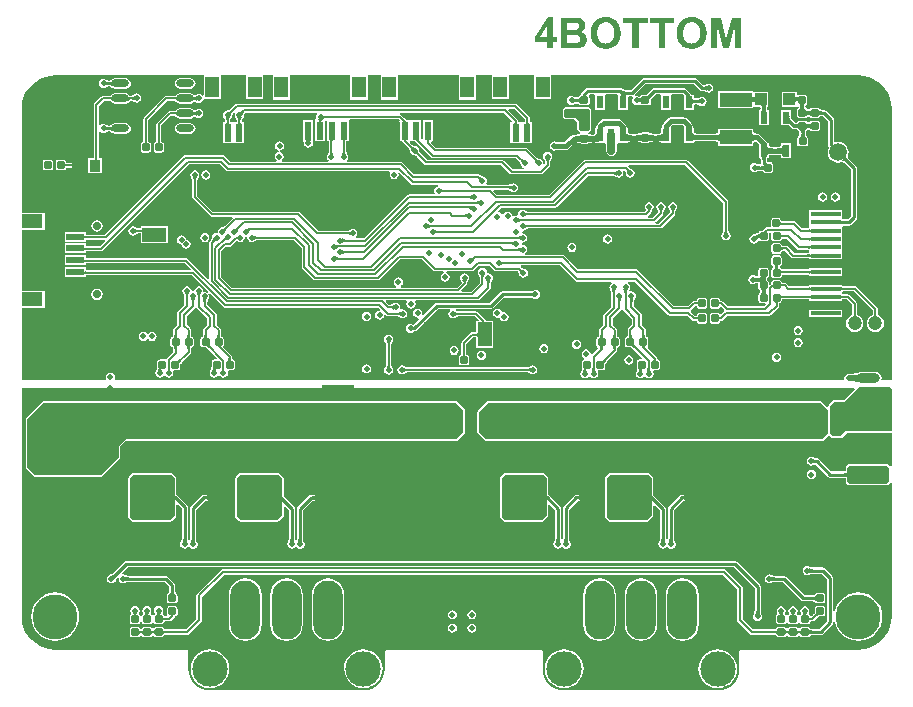
<source format=gbl>
G04 Layer_Physical_Order=4*
G04 Layer_Color=16711680*
%FSLAX25Y25*%
%MOIN*%
G70*
G01*
G75*
G04:AMPARAMS|DCode=10|XSize=23.62mil|YSize=25.59mil|CornerRadius=2.95mil|HoleSize=0mil|Usage=FLASHONLY|Rotation=270.000|XOffset=0mil|YOffset=0mil|HoleType=Round|Shape=RoundedRectangle|*
%AMROUNDEDRECTD10*
21,1,0.02362,0.01968,0,0,270.0*
21,1,0.01772,0.02559,0,0,270.0*
1,1,0.00591,-0.00984,-0.00886*
1,1,0.00591,-0.00984,0.00886*
1,1,0.00591,0.00984,0.00886*
1,1,0.00591,0.00984,-0.00886*
%
%ADD10ROUNDEDRECTD10*%
%ADD22C,0.05905*%
G04:AMPARAMS|DCode=23|XSize=23.62mil|YSize=25.59mil|CornerRadius=2.95mil|HoleSize=0mil|Usage=FLASHONLY|Rotation=180.000|XOffset=0mil|YOffset=0mil|HoleType=Round|Shape=RoundedRectangle|*
%AMROUNDEDRECTD23*
21,1,0.02362,0.01968,0,0,180.0*
21,1,0.01772,0.02559,0,0,180.0*
1,1,0.00591,-0.00886,0.00984*
1,1,0.00591,0.00886,0.00984*
1,1,0.00591,0.00886,-0.00984*
1,1,0.00591,-0.00886,-0.00984*
%
%ADD23ROUNDEDRECTD23*%
%ADD24R,0.04724X0.07087*%
%ADD25R,0.02362X0.06102*%
G04:AMPARAMS|DCode=26|XSize=59.05mil|YSize=137.8mil|CornerRadius=7.38mil|HoleSize=0mil|Usage=FLASHONLY|Rotation=90.000|XOffset=0mil|YOffset=0mil|HoleType=Round|Shape=RoundedRectangle|*
%AMROUNDEDRECTD26*
21,1,0.05905,0.12303,0,0,90.0*
21,1,0.04429,0.13780,0,0,90.0*
1,1,0.01476,0.06152,0.02215*
1,1,0.01476,0.06152,-0.02215*
1,1,0.01476,-0.06152,-0.02215*
1,1,0.01476,-0.06152,0.02215*
%
%ADD26ROUNDEDRECTD26*%
%ADD29C,0.00600*%
%ADD30C,0.00800*%
%ADD31C,0.01000*%
%ADD32C,0.02000*%
%ADD33C,0.01500*%
G04:AMPARAMS|DCode=36|XSize=157.48mil|YSize=236.22mil|CornerRadius=39.37mil|HoleSize=0mil|Usage=FLASHONLY|Rotation=270.000|XOffset=0mil|YOffset=0mil|HoleType=Round|Shape=RoundedRectangle|*
%AMROUNDEDRECTD36*
21,1,0.15748,0.15748,0,0,270.0*
21,1,0.07874,0.23622,0,0,270.0*
1,1,0.07874,-0.07874,-0.03937*
1,1,0.07874,-0.07874,0.03937*
1,1,0.07874,0.07874,0.03937*
1,1,0.07874,0.07874,-0.03937*
%
%ADD36ROUNDEDRECTD36*%
%ADD37C,0.11811*%
%ADD38O,0.09842X0.19685*%
%ADD39C,0.02756*%
%ADD40O,0.07087X0.04724*%
%ADD41O,0.07874X0.04724*%
%ADD42C,0.14961*%
%ADD43C,0.02000*%
%ADD44C,0.01968*%
%ADD45R,0.07874X0.13780*%
%ADD46O,0.05976X0.02362*%
%ADD47O,0.05976X0.02362*%
%ADD48R,0.02362X0.03937*%
%ADD49R,0.10630X0.04724*%
%ADD50R,0.07874X0.04724*%
%ADD51R,0.04724X0.07874*%
%ADD52R,0.07087X0.04724*%
%ADD53R,0.06102X0.02362*%
%ADD54O,0.03150X0.07874*%
%ADD55O,0.07874X0.03150*%
%ADD56R,0.03661X0.03858*%
%ADD57R,0.03937X0.03937*%
%ADD58R,0.05787X0.04567*%
%ADD59R,0.07480X0.04724*%
%ADD60C,0.04724*%
%ADD61R,0.10236X0.01575*%
%ADD62C,0.02500*%
G36*
X267839Y-91265D02*
X267725Y-91196D01*
X267574Y-91134D01*
X267386Y-91079D01*
X267160Y-91031D01*
X266897Y-90991D01*
X266260Y-90933D01*
X265473Y-90904D01*
X265024Y-90900D01*
Y-88900D01*
X265473Y-88896D01*
X266897Y-88809D01*
X267160Y-88769D01*
X267386Y-88721D01*
X267574Y-88666D01*
X267725Y-88604D01*
X267839Y-88535D01*
Y-91265D01*
D02*
G37*
G36*
X266542Y-93462D02*
X262840Y-97164D01*
X259793Y-97164D01*
X259606Y-97242D01*
X259418Y-97315D01*
X257814Y-98855D01*
X257812Y-98861D01*
X257806Y-98863D01*
X257729Y-99049D01*
X257648Y-99234D01*
X257650Y-99240D01*
X257648Y-99245D01*
Y-99275D01*
X257186Y-99466D01*
X255337Y-97617D01*
X254954Y-97459D01*
X254954Y-97459D01*
X144264D01*
X144264Y-97459D01*
X143881Y-97617D01*
X143881Y-97617D01*
X140806Y-100692D01*
X140648Y-101075D01*
X140648Y-101075D01*
X140648Y-107800D01*
X140806Y-108183D01*
X140806Y-108183D01*
X143306Y-110683D01*
X143689Y-110841D01*
X143689Y-110841D01*
X255519D01*
X255519Y-110841D01*
X255902Y-110683D01*
X257589Y-108996D01*
X258089D01*
X258781Y-109688D01*
X259164Y-109847D01*
X259164Y-109847D01*
X261764D01*
X262146Y-109688D01*
X262146Y-109688D01*
X263788Y-108047D01*
X278817Y-108047D01*
Y-119061D01*
X278354Y-119272D01*
X278317Y-119265D01*
X278061Y-118882D01*
X277651Y-118608D01*
X277168Y-118512D01*
X264865D01*
X264382Y-118608D01*
X263972Y-118882D01*
X263699Y-119291D01*
X263602Y-119774D01*
Y-120635D01*
X263597Y-120646D01*
X263589Y-120749D01*
X263580Y-120783D01*
X263571Y-120800D01*
X263559Y-120815D01*
X263532Y-120836D01*
X263480Y-120865D01*
X263393Y-120896D01*
X263271Y-120923D01*
X263114Y-120941D01*
X262906Y-120948D01*
X262859Y-120969D01*
X258700D01*
X254600Y-116870D01*
X254270Y-116648D01*
X254000Y-116595D01*
X253903Y-116550D01*
X253629Y-116538D01*
X253528Y-116526D01*
X253430Y-116508D01*
X253342Y-116487D01*
X253263Y-116463D01*
X253193Y-116436D01*
X253132Y-116406D01*
X253079Y-116374D01*
X253012Y-116327D01*
X252907Y-116302D01*
X252663Y-116139D01*
X252078Y-116023D01*
X251493Y-116139D01*
X250996Y-116471D01*
X250665Y-116967D01*
X250549Y-117552D01*
X250665Y-118137D01*
X250996Y-118633D01*
X251493Y-118965D01*
X252078Y-119081D01*
X252663Y-118965D01*
X252856Y-118836D01*
X252956Y-118818D01*
X253015Y-118780D01*
X253061Y-118756D01*
X253119Y-118732D01*
X253183Y-118711D01*
X253380Y-118667D01*
X253475Y-118654D01*
X253499Y-118652D01*
X257557Y-122710D01*
X257888Y-122931D01*
X258278Y-123009D01*
X262859D01*
X262906Y-123030D01*
X263114Y-123037D01*
X263271Y-123055D01*
X263393Y-123082D01*
X263480Y-123113D01*
X263532Y-123142D01*
X263559Y-123163D01*
X263571Y-123178D01*
X263580Y-123195D01*
X263589Y-123229D01*
X263597Y-123332D01*
X263602Y-123343D01*
Y-124204D01*
X263699Y-124687D01*
X263972Y-125096D01*
X264382Y-125370D01*
X264865Y-125466D01*
X277168D01*
X277651Y-125370D01*
X278061Y-125096D01*
X278317Y-124713D01*
X278354Y-124706D01*
X278817Y-124917D01*
Y-169316D01*
X278813Y-169321D01*
X278813Y-169321D01*
X278813Y-169321D01*
X278678Y-171028D01*
X278272Y-172721D01*
X277605Y-174330D01*
X276695Y-175815D01*
X275564Y-177139D01*
X274240Y-178270D01*
X272755Y-179180D01*
X271146Y-179847D01*
X269453Y-180253D01*
X267717Y-180390D01*
Y-180392D01*
X228738D01*
X228466Y-180446D01*
X228235Y-180600D01*
X228081Y-180831D01*
X228027Y-181102D01*
Y-186706D01*
X228025D01*
X227888Y-188103D01*
X227480Y-189446D01*
X226818Y-190684D01*
X225928Y-191770D01*
X224843Y-192660D01*
X223604Y-193322D01*
X222261Y-193730D01*
X220864Y-193867D01*
Y-193869D01*
X169683D01*
Y-193867D01*
X168286Y-193730D01*
X166942Y-193322D01*
X165704Y-192660D01*
X164619Y-191770D01*
X163728Y-190684D01*
X163066Y-189446D01*
X162659Y-188103D01*
X162521Y-186706D01*
X162519D01*
Y-181102D01*
X162465Y-180831D01*
X162311Y-180600D01*
X162081Y-180446D01*
X161809Y-180392D01*
X161793Y-180395D01*
X110628D01*
X110356Y-180449D01*
X110125Y-180603D01*
X109971Y-180834D01*
X109917Y-181105D01*
Y-186706D01*
X109915D01*
X109778Y-188103D01*
X109370Y-189446D01*
X108708Y-190684D01*
X107818Y-191770D01*
X106732Y-192660D01*
X105494Y-193322D01*
X104151Y-193730D01*
X102753Y-193867D01*
Y-193869D01*
X51572D01*
Y-193867D01*
X50175Y-193730D01*
X48832Y-193322D01*
X47594Y-192660D01*
X46508Y-191770D01*
X45618Y-190684D01*
X44956Y-189446D01*
X44548Y-188103D01*
X44411Y-186706D01*
X44409D01*
Y-181102D01*
X44355Y-180831D01*
X44201Y-180600D01*
X43970Y-180446D01*
X43698Y-180392D01*
X-0D01*
Y-180390D01*
X-1736Y-180253D01*
X-3430Y-179847D01*
X-5039Y-179180D01*
X-6523Y-178270D01*
X-7848Y-177139D01*
X-8979Y-175815D01*
X-9889Y-174330D01*
X-10555Y-172721D01*
X-10962Y-171028D01*
X-11098Y-169291D01*
X-11101D01*
Y-93000D01*
X266351D01*
X266542Y-93462D01*
D02*
G37*
G36*
X228604Y20100D02*
X226693D01*
X226678Y28157D01*
X224664Y20100D01*
X222665D01*
X220651Y28157D01*
Y20100D01*
X218740D01*
Y30349D01*
X221835D01*
X223672Y23343D01*
X225494Y30349D01*
X228604D01*
Y20100D01*
D02*
G37*
G36*
X267717Y11098D02*
X269453Y10962D01*
X271146Y10555D01*
X272755Y9889D01*
X274240Y8979D01*
X275564Y7848D01*
X276695Y6523D01*
X277605Y5039D01*
X278272Y3430D01*
X278678Y1736D01*
X278815Y0D01*
X278817D01*
Y-90500D01*
X275741D01*
X275424Y-90114D01*
X275467Y-89900D01*
X275306Y-89091D01*
X274847Y-88404D01*
X274161Y-87946D01*
X273351Y-87785D01*
X268627D01*
X267817Y-87946D01*
X267648Y-88059D01*
X267557Y-88073D01*
X267480Y-88120D01*
X267395Y-88155D01*
X267254Y-88196D01*
X267063Y-88236D01*
X266840Y-88270D01*
X265454Y-88355D01*
X265020Y-88359D01*
X264992Y-88371D01*
X264589D01*
X264004Y-88487D01*
X263508Y-88819D01*
X263176Y-89315D01*
X263060Y-89900D01*
X263080Y-90000D01*
X262669Y-90500D01*
X20091D01*
X19830Y-90000D01*
X19929Y-89500D01*
X19813Y-88915D01*
X19481Y-88419D01*
X18985Y-88087D01*
X18400Y-87971D01*
X17815Y-88087D01*
X17319Y-88419D01*
X16987Y-88915D01*
X16871Y-89500D01*
X16970Y-90000D01*
X16709Y-90500D01*
X-11101D01*
Y-66406D01*
X-3548D01*
Y-60682D01*
X-11101D01*
Y-40422D01*
X-3548D01*
Y-34698D01*
X-11101D01*
Y-0D01*
X-11098D01*
X-10962Y1736D01*
X-10555Y3430D01*
X-9889Y5039D01*
X-8979Y6523D01*
X-7848Y7848D01*
X-6523Y8979D01*
X-5039Y9889D01*
X-3430Y10555D01*
X-1736Y10962D01*
X-0Y11098D01*
Y11101D01*
X49501D01*
Y4457D01*
X49001Y4305D01*
X48908Y4444D01*
X48412Y4775D01*
X47827Y4892D01*
X47241Y4775D01*
X47007Y4618D01*
X46898Y4592D01*
X46335Y4574D01*
X45779Y4946D01*
X45123Y5076D01*
X41509D01*
X40853Y4946D01*
X40297Y4574D01*
X40076Y4243D01*
X40047Y4235D01*
X39942Y4219D01*
X39809Y4208D01*
X39636Y4203D01*
X39579Y4178D01*
X37051D01*
X37051Y4178D01*
X36739Y4116D01*
X36474Y3939D01*
X36474Y3939D01*
X29647Y-2889D01*
X29470Y-3153D01*
X29408Y-3465D01*
X29408Y-3465D01*
Y-10833D01*
X29383Y-10888D01*
X29379Y-11006D01*
X29370Y-11081D01*
X29365Y-11105D01*
X29338D01*
X29028Y-11167D01*
X28764Y-11342D01*
X28589Y-11605D01*
X28527Y-11916D01*
Y-13884D01*
X28589Y-14195D01*
X28764Y-14458D01*
X29028Y-14633D01*
X29338Y-14695D01*
X31109D01*
X31420Y-14633D01*
X31683Y-14458D01*
X31859Y-14195D01*
X31920Y-13884D01*
Y-11916D01*
X31859Y-11605D01*
X31683Y-11342D01*
X31420Y-11167D01*
X31109Y-11105D01*
X31082D01*
X31077Y-11081D01*
X31069Y-11006D01*
X31065Y-10888D01*
X31039Y-10833D01*
Y-3803D01*
X37389Y2547D01*
X39579D01*
X39636Y2521D01*
X39809Y2517D01*
X39942Y2506D01*
X40047Y2489D01*
X40076Y2482D01*
X40297Y2150D01*
X40853Y1779D01*
X41509Y1648D01*
X45123D01*
X45779Y1779D01*
X46335Y2150D01*
X46898Y2132D01*
X47007Y2106D01*
X47241Y1949D01*
X47827Y1833D01*
X48412Y1949D01*
X48908Y2281D01*
X49240Y2777D01*
X49242Y2786D01*
X49501Y3179D01*
X49829Y3179D01*
X55225D01*
Y11101D01*
X63674D01*
Y3179D01*
X69398D01*
Y11101D01*
X71971D01*
X72462Y11079D01*
X72462Y10600D01*
Y2992D01*
X78187D01*
X78187Y11079D01*
X78678Y11101D01*
X97955D01*
X98446Y11079D01*
X98446Y10600D01*
Y2992D01*
X104171D01*
X104171Y11079D01*
X104662Y11101D01*
X108010D01*
X108501Y11079D01*
X108501Y10600D01*
Y2992D01*
X114225D01*
X114225Y11079D01*
X114716Y11101D01*
X133994D01*
X134485Y11079D01*
X134485Y10600D01*
Y2992D01*
X140209D01*
X140209Y11079D01*
X140700Y11101D01*
X145481D01*
Y3179D01*
X151206D01*
Y11101D01*
X159654D01*
Y3179D01*
X165379D01*
Y11101D01*
X267717D01*
Y11098D01*
D02*
G37*
G36*
X40644Y2590D02*
X40634Y2679D01*
X40604Y2760D01*
X40554Y2831D01*
X40484Y2892D01*
X40395Y2944D01*
X40286Y2987D01*
X40156Y3020D01*
X40007Y3043D01*
X39838Y3057D01*
X39650Y3062D01*
Y3662D01*
X39838Y3667D01*
X40007Y3681D01*
X40156Y3705D01*
X40286Y3738D01*
X40395Y3780D01*
X40484Y3832D01*
X40554Y3894D01*
X40604Y3965D01*
X40634Y4045D01*
X40644Y4135D01*
Y2590D01*
D02*
G37*
G36*
X264137Y-123289D02*
X264124Y-123137D01*
X264088Y-123001D01*
X264028Y-122881D01*
X263943Y-122777D01*
X263833Y-122689D01*
X263700Y-122617D01*
X263543Y-122561D01*
X263361Y-122521D01*
X263155Y-122497D01*
X262925Y-122489D01*
Y-121489D01*
X263155Y-121481D01*
X263361Y-121457D01*
X263543Y-121417D01*
X263700Y-121361D01*
X263833Y-121289D01*
X263943Y-121201D01*
X264028Y-121097D01*
X264088Y-120977D01*
X264124Y-120841D01*
X264137Y-120689D01*
Y-123289D01*
D02*
G37*
G36*
X30528Y-11046D02*
X30543Y-11170D01*
X30567Y-11280D01*
X30600Y-11375D01*
X30644Y-11456D01*
X30696Y-11522D01*
X30759Y-11573D01*
X30831Y-11610D01*
X30912Y-11632D01*
X31004Y-11639D01*
X29444D01*
X29535Y-11632D01*
X29616Y-11610D01*
X29688Y-11573D01*
X29751Y-11522D01*
X29804Y-11456D01*
X29847Y-11375D01*
X29880Y-11280D01*
X29904Y-11170D01*
X29919Y-11046D01*
X29924Y-10907D01*
X30524D01*
X30528Y-11046D01*
D02*
G37*
G36*
X252783Y-116828D02*
X252876Y-116883D01*
X252976Y-116932D01*
X253083Y-116974D01*
X253198Y-117009D01*
X253320Y-117039D01*
X253449Y-117061D01*
X253585Y-117078D01*
X253879Y-117090D01*
Y-118090D01*
X253716Y-118093D01*
X253418Y-118115D01*
X253282Y-118134D01*
X253039Y-118189D01*
X252931Y-118224D01*
X252832Y-118265D01*
X252743Y-118312D01*
X252663Y-118363D01*
X252697Y-116766D01*
X252783Y-116828D01*
D02*
G37*
G36*
X278817Y-93528D02*
Y-107506D01*
X263564Y-107506D01*
X261764Y-109306D01*
X259164D01*
X258189Y-108331D01*
X258189Y-99245D01*
X259793Y-97706D01*
X263064Y-97706D01*
X267864Y-92905D01*
X278194Y-92905D01*
X278817Y-93528D01*
D02*
G37*
G36*
X257514Y-100559D02*
X257514Y-108306D01*
X255519Y-110300D01*
X143689D01*
X141189Y-107800D01*
X141189Y-101075D01*
X144264Y-98000D01*
X254954D01*
X257514Y-100559D01*
D02*
G37*
G36*
X47217Y2570D02*
X47088Y2663D01*
X46958Y2747D01*
X46827Y2821D01*
X46695Y2885D01*
X46561Y2939D01*
X46426Y2984D01*
X46380Y2995D01*
X46347Y2987D01*
X46237Y2944D01*
X46148Y2892D01*
X46078Y2831D01*
X46028Y2760D01*
X45999Y2679D01*
X45989Y2590D01*
Y3058D01*
X45873Y3062D01*
Y3662D01*
X45989Y3666D01*
Y4135D01*
X45999Y4045D01*
X46028Y3965D01*
X46078Y3894D01*
X46148Y3832D01*
X46237Y3780D01*
X46347Y3738D01*
X46380Y3729D01*
X46426Y3741D01*
X46561Y3785D01*
X46695Y3839D01*
X46827Y3903D01*
X46958Y3977D01*
X47088Y4061D01*
X47217Y4155D01*
Y2570D01*
D02*
G37*
G36*
X197532Y28616D02*
X194511D01*
Y20100D01*
X192438D01*
Y28616D01*
X189401D01*
Y30349D01*
X197532D01*
Y28616D01*
D02*
G37*
G36*
X183729Y30526D02*
X183877D01*
X184070Y30497D01*
X184292Y30467D01*
X184544Y30423D01*
X184810Y30363D01*
X185092Y30289D01*
X185388Y30200D01*
X185684Y30082D01*
X185995Y29949D01*
X186291Y29786D01*
X186588Y29593D01*
X186869Y29371D01*
X187136Y29119D01*
X187150Y29105D01*
X187195Y29060D01*
X187269Y28971D01*
X187343Y28868D01*
X187447Y28719D01*
X187565Y28542D01*
X187684Y28334D01*
X187817Y28097D01*
X187950Y27846D01*
X188069Y27549D01*
X188187Y27224D01*
X188291Y26883D01*
X188380Y26498D01*
X188439Y26098D01*
X188483Y25669D01*
X188498Y25210D01*
Y25180D01*
Y25106D01*
X188483Y24972D01*
Y24795D01*
X188454Y24587D01*
X188424Y24351D01*
X188380Y24069D01*
X188335Y23788D01*
X188261Y23477D01*
X188172Y23151D01*
X188054Y22825D01*
X187920Y22499D01*
X187772Y22188D01*
X187580Y21877D01*
X187373Y21581D01*
X187136Y21300D01*
X187121Y21285D01*
X187076Y21240D01*
X187002Y21166D01*
X186884Y21078D01*
X186750Y20974D01*
X186588Y20855D01*
X186395Y20737D01*
X186188Y20604D01*
X185936Y20470D01*
X185669Y20352D01*
X185373Y20233D01*
X185047Y20130D01*
X184707Y20041D01*
X184336Y19967D01*
X183951Y19922D01*
X183537Y19907D01*
X183433D01*
X183315Y19922D01*
X183167Y19937D01*
X182974Y19952D01*
X182752Y19982D01*
X182500Y20026D01*
X182234Y20085D01*
X181937Y20159D01*
X181656Y20248D01*
X181345Y20367D01*
X181049Y20500D01*
X180738Y20648D01*
X180456Y20841D01*
X180175Y21048D01*
X179908Y21300D01*
X179894Y21314D01*
X179849Y21359D01*
X179790Y21448D01*
X179701Y21551D01*
X179597Y21700D01*
X179479Y21877D01*
X179360Y22070D01*
X179242Y22307D01*
X179109Y22558D01*
X178990Y22855D01*
X178872Y23166D01*
X178768Y23506D01*
X178679Y23877D01*
X178620Y24276D01*
X178575Y24706D01*
X178561Y25150D01*
Y25165D01*
Y25224D01*
Y25298D01*
X178575Y25417D01*
Y25550D01*
X178590Y25698D01*
X178605Y25876D01*
X178620Y26068D01*
X178679Y26483D01*
X178753Y26927D01*
X178872Y27372D01*
X179020Y27786D01*
Y27801D01*
X179034Y27816D01*
X179064Y27860D01*
X179079Y27920D01*
X179168Y28068D01*
X179271Y28260D01*
X179405Y28482D01*
X179568Y28705D01*
X179760Y28956D01*
X179968Y29193D01*
X179982Y29208D01*
X179997Y29223D01*
X180071Y29297D01*
X180204Y29416D01*
X180367Y29549D01*
X180560Y29697D01*
X180782Y29860D01*
X181034Y30008D01*
X181300Y30126D01*
X181315D01*
X181345Y30141D01*
X181404Y30171D01*
X181478Y30186D01*
X181567Y30230D01*
X181671Y30260D01*
X181804Y30289D01*
X181937Y30334D01*
X182263Y30408D01*
X182633Y30482D01*
X183063Y30526D01*
X183507Y30541D01*
X183611D01*
X183729Y30526D01*
D02*
G37*
G36*
X212372D02*
X212520D01*
X212713Y30497D01*
X212935Y30467D01*
X213186Y30423D01*
X213453Y30363D01*
X213734Y30289D01*
X214031Y30200D01*
X214327Y30082D01*
X214638Y29949D01*
X214934Y29786D01*
X215230Y29593D01*
X215511Y29371D01*
X215778Y29119D01*
X215793Y29105D01*
X215837Y29060D01*
X215911Y28971D01*
X215985Y28868D01*
X216089Y28719D01*
X216208Y28542D01*
X216326Y28334D01*
X216459Y28097D01*
X216593Y27846D01*
X216711Y27549D01*
X216830Y27224D01*
X216933Y26883D01*
X217022Y26498D01*
X217081Y26098D01*
X217126Y25669D01*
X217141Y25210D01*
Y25180D01*
Y25106D01*
X217126Y24972D01*
Y24795D01*
X217096Y24587D01*
X217067Y24351D01*
X217022Y24069D01*
X216978Y23788D01*
X216904Y23477D01*
X216815Y23151D01*
X216696Y22825D01*
X216563Y22499D01*
X216415Y22188D01*
X216222Y21877D01*
X216015Y21581D01*
X215778Y21300D01*
X215763Y21285D01*
X215719Y21240D01*
X215645Y21166D01*
X215526Y21078D01*
X215393Y20974D01*
X215230Y20855D01*
X215038Y20737D01*
X214830Y20604D01*
X214579Y20470D01*
X214312Y20352D01*
X214016Y20233D01*
X213690Y20130D01*
X213349Y20041D01*
X212979Y19967D01*
X212594Y19922D01*
X212179Y19907D01*
X212076D01*
X211957Y19922D01*
X211809Y19937D01*
X211616Y19952D01*
X211394Y19982D01*
X211143Y20026D01*
X210876Y20085D01*
X210580Y20159D01*
X210298Y20248D01*
X209987Y20367D01*
X209691Y20500D01*
X209380Y20648D01*
X209099Y20841D01*
X208817Y21048D01*
X208551Y21300D01*
X208536Y21314D01*
X208492Y21359D01*
X208432Y21448D01*
X208344Y21551D01*
X208240Y21700D01*
X208121Y21877D01*
X208003Y22070D01*
X207884Y22307D01*
X207751Y22558D01*
X207633Y22855D01*
X207514Y23166D01*
X207411Y23506D01*
X207322Y23877D01*
X207262Y24276D01*
X207218Y24706D01*
X207203Y25150D01*
Y25165D01*
Y25224D01*
Y25298D01*
X207218Y25417D01*
Y25550D01*
X207233Y25698D01*
X207248Y25876D01*
X207262Y26068D01*
X207322Y26483D01*
X207396Y26927D01*
X207514Y27372D01*
X207662Y27786D01*
Y27801D01*
X207677Y27816D01*
X207707Y27860D01*
X207721Y27920D01*
X207810Y28068D01*
X207914Y28260D01*
X208047Y28482D01*
X208210Y28705D01*
X208403Y28956D01*
X208610Y29193D01*
X208625Y29208D01*
X208640Y29223D01*
X208714Y29297D01*
X208847Y29416D01*
X209010Y29549D01*
X209203Y29697D01*
X209425Y29860D01*
X209676Y30008D01*
X209943Y30126D01*
X209958D01*
X209987Y30141D01*
X210047Y30171D01*
X210121Y30186D01*
X210210Y30230D01*
X210313Y30260D01*
X210447Y30289D01*
X210580Y30334D01*
X210906Y30408D01*
X211276Y30482D01*
X211705Y30526D01*
X212150Y30541D01*
X212253D01*
X212372Y30526D01*
D02*
G37*
G36*
X166002Y23877D02*
X167275D01*
Y22159D01*
X166002D01*
Y20100D01*
X164106D01*
Y22159D01*
X159900D01*
Y23862D01*
X164343Y30393D01*
X166002D01*
Y23877D01*
D02*
G37*
G36*
X173422Y30334D02*
X173718Y30319D01*
X174014Y30304D01*
X174295Y30275D01*
X174547Y30245D01*
X174577D01*
X174651Y30230D01*
X174754Y30200D01*
X174902Y30156D01*
X175065Y30097D01*
X175243Y30023D01*
X175436Y29934D01*
X175613Y29815D01*
X175628Y29801D01*
X175688Y29756D01*
X175776Y29682D01*
X175895Y29593D01*
X176013Y29460D01*
X176147Y29312D01*
X176280Y29149D01*
X176398Y28956D01*
X176413Y28927D01*
X176443Y28868D01*
X176502Y28749D01*
X176561Y28601D01*
X176620Y28423D01*
X176680Y28231D01*
X176709Y27994D01*
X176724Y27757D01*
Y27742D01*
Y27727D01*
Y27638D01*
X176709Y27505D01*
X176680Y27327D01*
X176620Y27120D01*
X176561Y26898D01*
X176458Y26676D01*
X176324Y26439D01*
X176310Y26409D01*
X176250Y26335D01*
X176161Y26231D01*
X176058Y26098D01*
X175910Y25965D01*
X175732Y25802D01*
X175524Y25669D01*
X175288Y25535D01*
X175302D01*
X175332Y25521D01*
X175376Y25506D01*
X175436Y25491D01*
X175613Y25417D01*
X175821Y25313D01*
X176043Y25195D01*
X176295Y25032D01*
X176517Y24839D01*
X176724Y24602D01*
X176739Y24573D01*
X176798Y24484D01*
X176887Y24351D01*
X176976Y24173D01*
X177065Y23936D01*
X177154Y23684D01*
X177213Y23388D01*
X177228Y23062D01*
Y23047D01*
Y23032D01*
Y22943D01*
X177213Y22810D01*
X177183Y22633D01*
X177154Y22425D01*
X177094Y22188D01*
X177006Y21951D01*
X176902Y21700D01*
X176887Y21670D01*
X176843Y21596D01*
X176769Y21477D01*
X176665Y21329D01*
X176546Y21151D01*
X176383Y20989D01*
X176221Y20811D01*
X176013Y20648D01*
X175984Y20633D01*
X175910Y20589D01*
X175791Y20515D01*
X175628Y20441D01*
X175421Y20352D01*
X175184Y20278D01*
X174917Y20204D01*
X174621Y20159D01*
X174562D01*
X174503Y20144D01*
X174355D01*
X174251Y20130D01*
X173969D01*
X173792Y20115D01*
X173347D01*
X173096Y20100D01*
X168653D01*
Y30349D01*
X173155D01*
X173422Y30334D01*
D02*
G37*
G36*
X206285Y28616D02*
X203264D01*
Y20100D01*
X201190D01*
Y28616D01*
X198154D01*
Y30349D01*
X206285D01*
Y28616D01*
D02*
G37*
%LPC*%
G36*
X162500Y-121459D02*
X162500Y-121459D01*
X149900D01*
X149517Y-121617D01*
X149517Y-121617D01*
X148417Y-122717D01*
X148259Y-123100D01*
X148259Y-123100D01*
X148259Y-136000D01*
X148417Y-136383D01*
X148417Y-136383D01*
X149617Y-137583D01*
X150000Y-137741D01*
X150000Y-137741D01*
X162300Y-137741D01*
X162300Y-137741D01*
X162683Y-137583D01*
X164183Y-136083D01*
X164341Y-135700D01*
X164341Y-135700D01*
X164341Y-132210D01*
X164803Y-132018D01*
X166569Y-133785D01*
Y-143281D01*
X166548Y-143330D01*
X166545Y-143485D01*
X166524Y-143761D01*
X166509Y-143868D01*
X166489Y-143968D01*
X166466Y-144054D01*
X166441Y-144127D01*
X166415Y-144185D01*
X166390Y-144231D01*
X166350Y-144289D01*
X166329Y-144392D01*
X166176Y-144620D01*
X166060Y-145205D01*
X166176Y-145791D01*
X166507Y-146287D01*
X167004Y-146618D01*
X167589Y-146735D01*
X168174Y-146618D01*
X168670Y-146287D01*
X169261Y-146303D01*
X169437Y-146480D01*
X169990Y-146709D01*
X170588D01*
X171141Y-146480D01*
X171563Y-146057D01*
X171792Y-145505D01*
Y-144906D01*
X171563Y-144354D01*
X171189Y-143980D01*
X171189Y-133806D01*
X174343Y-130652D01*
X174908D01*
X174892Y-130591D01*
X174832Y-130473D01*
X174748Y-130371D01*
X174640Y-130285D01*
X174509Y-130215D01*
X174353Y-130160D01*
X174173Y-130120D01*
X173969Y-130097D01*
X173742Y-130089D01*
Y-129089D01*
X173969Y-129081D01*
X174173Y-129058D01*
X174353Y-129018D01*
X174509Y-128963D01*
X174640Y-128893D01*
X174748Y-128806D01*
X174832Y-128704D01*
X174859Y-128652D01*
X173242D01*
X169189Y-132705D01*
Y-143322D01*
X168689Y-143538D01*
X168633Y-143485D01*
X168630Y-143330D01*
X168609Y-143281D01*
Y-133362D01*
X168531Y-132972D01*
X168310Y-132641D01*
X164537Y-128868D01*
X164341Y-128737D01*
X164341Y-123300D01*
X164341Y-123300D01*
X164183Y-122917D01*
X164183Y-122917D01*
X162883Y-121617D01*
X162500Y-121459D01*
D02*
G37*
G36*
X197500D02*
X197500Y-121459D01*
X184900D01*
X184517Y-121617D01*
X184517Y-121617D01*
X183417Y-122717D01*
X183259Y-123100D01*
X183259Y-123100D01*
X183259Y-136000D01*
X183417Y-136383D01*
X183417Y-136383D01*
X184617Y-137583D01*
X185000Y-137741D01*
X185000Y-137741D01*
X197300Y-137741D01*
X197300Y-137741D01*
X197683Y-137583D01*
X199183Y-136083D01*
X199341Y-135700D01*
X199341Y-135700D01*
X199341Y-132410D01*
X199803Y-132218D01*
X201569Y-133985D01*
Y-143281D01*
X201548Y-143330D01*
X201545Y-143485D01*
X201524Y-143761D01*
X201509Y-143868D01*
X201489Y-143968D01*
X201466Y-144054D01*
X201441Y-144127D01*
X201415Y-144185D01*
X201390Y-144231D01*
X201350Y-144289D01*
X201329Y-144392D01*
X201176Y-144620D01*
X201060Y-145205D01*
X201176Y-145791D01*
X201507Y-146287D01*
X202004Y-146618D01*
X202589Y-146735D01*
X203174Y-146618D01*
X203670Y-146287D01*
X204261Y-146303D01*
X204437Y-146480D01*
X204990Y-146709D01*
X205588D01*
X206140Y-146480D01*
X206563Y-146057D01*
X206792Y-145505D01*
Y-144906D01*
X206563Y-144354D01*
X206189Y-143980D01*
X206189Y-133806D01*
X209343Y-130652D01*
X209939D01*
X209930Y-130549D01*
X209900Y-130453D01*
X209850Y-130367D01*
X209780Y-130294D01*
X209690Y-130231D01*
X209580Y-130180D01*
X209451Y-130140D01*
X209301Y-130112D01*
X209131Y-130095D01*
X208942Y-130089D01*
Y-129089D01*
X209131Y-129083D01*
X209301Y-129066D01*
X209451Y-129038D01*
X209580Y-128998D01*
X209690Y-128947D01*
X209780Y-128884D01*
X209850Y-128811D01*
X209900Y-128725D01*
X209923Y-128652D01*
X208243D01*
X204189Y-132705D01*
Y-143322D01*
X203689Y-143538D01*
X203633Y-143485D01*
X203630Y-143330D01*
X203609Y-143281D01*
Y-133562D01*
X203531Y-133172D01*
X203310Y-132841D01*
X199341Y-128873D01*
X199341Y-123300D01*
X199341Y-123300D01*
X199183Y-122917D01*
X199183Y-122917D01*
X197883Y-121617D01*
X197500Y-121459D01*
D02*
G37*
G36*
X51064Y-128652D02*
X51040D01*
Y-130652D01*
X51064D01*
Y-128652D01*
D02*
G37*
G36*
X86779D02*
X86740D01*
Y-130652D01*
X86779D01*
Y-128652D01*
D02*
G37*
G36*
X238087Y-155237D02*
X237502Y-155353D01*
X237006Y-155685D01*
X236674Y-156181D01*
X236558Y-156766D01*
X236674Y-157351D01*
X237006Y-157848D01*
X237502Y-158179D01*
X238087Y-158296D01*
X238673Y-158179D01*
X238901Y-158027D01*
X239004Y-158005D01*
X239062Y-157965D01*
X239108Y-157940D01*
X239166Y-157914D01*
X239239Y-157889D01*
X239325Y-157867D01*
X239424Y-157846D01*
X239532Y-157831D01*
X239808Y-157810D01*
X239963Y-157807D01*
X240012Y-157786D01*
X242533D01*
X248723Y-163976D01*
X249054Y-164197D01*
X249444Y-164275D01*
X252391D01*
X252438Y-164296D01*
X252591Y-164301D01*
X252712Y-164314D01*
X252819Y-164335D01*
X252913Y-164362D01*
X252996Y-164395D01*
X253068Y-164433D01*
X253131Y-164476D01*
X253188Y-164525D01*
X253241Y-164581D01*
X253307Y-164669D01*
X253342Y-164690D01*
X253358Y-164728D01*
X253447Y-164765D01*
X253635Y-164890D01*
X253945Y-164952D01*
X255913D01*
X256224Y-164890D01*
X256487Y-164714D01*
X256663Y-164451D01*
X256724Y-164141D01*
Y-162369D01*
X256663Y-162059D01*
X256487Y-161796D01*
X256224Y-161620D01*
X255913Y-161558D01*
X253945D01*
X253635Y-161620D01*
X253447Y-161746D01*
X253358Y-161782D01*
X253342Y-161820D01*
X253307Y-161841D01*
X253241Y-161929D01*
X253188Y-161986D01*
X253131Y-162035D01*
X253068Y-162077D01*
X252996Y-162115D01*
X252913Y-162148D01*
X252819Y-162175D01*
X252712Y-162196D01*
X252591Y-162209D01*
X252438Y-162214D01*
X252391Y-162235D01*
X249866D01*
X243676Y-156045D01*
X243345Y-155824D01*
X242955Y-155747D01*
X240012D01*
X239963Y-155725D01*
X239808Y-155722D01*
X239532Y-155702D01*
X239424Y-155686D01*
X239325Y-155666D01*
X239239Y-155643D01*
X239166Y-155618D01*
X239108Y-155593D01*
X239062Y-155568D01*
X239004Y-155528D01*
X238901Y-155506D01*
X238673Y-155353D01*
X238087Y-155237D01*
D02*
G37*
G36*
X34503Y-165860D02*
X33918Y-165976D01*
X33422Y-166307D01*
X33090Y-166804D01*
X32974Y-167389D01*
X33090Y-167974D01*
X33130Y-168034D01*
X33208Y-168399D01*
X32972Y-168696D01*
X32845Y-168885D01*
X32573Y-168926D01*
X32301Y-168885D01*
X32174Y-168696D01*
X32151Y-168680D01*
X31917Y-168441D01*
X31950Y-168018D01*
X31979Y-167974D01*
X32096Y-167389D01*
X31979Y-166804D01*
X31648Y-166307D01*
X31151Y-165976D01*
X30566Y-165860D01*
X29981Y-165976D01*
X29485Y-166307D01*
X29153Y-166804D01*
X29037Y-167389D01*
X29153Y-167974D01*
X29201Y-168046D01*
X29287Y-168384D01*
X29059Y-168696D01*
X28883Y-168959D01*
X28871Y-169018D01*
X28362D01*
X28350Y-168959D01*
X28174Y-168696D01*
X27933Y-168406D01*
X28005Y-168029D01*
X28042Y-167974D01*
X28159Y-167389D01*
X28042Y-166804D01*
X27711Y-166307D01*
X27214Y-165976D01*
X26629Y-165860D01*
X26044Y-165976D01*
X25548Y-166307D01*
X25216Y-166804D01*
X25100Y-167389D01*
X25216Y-167974D01*
X25250Y-168025D01*
X25307Y-168420D01*
X25059Y-168696D01*
X24883Y-168959D01*
X24821Y-169269D01*
Y-171041D01*
X24883Y-171351D01*
X25059Y-171614D01*
X25322Y-171790D01*
X25632Y-171852D01*
X27601D01*
X27911Y-171790D01*
X28174Y-171614D01*
X28350Y-171351D01*
X28362Y-171292D01*
X28871D01*
X28883Y-171351D01*
X29059Y-171614D01*
X29322Y-171790D01*
X29632Y-171852D01*
X31601D01*
X31911Y-171790D01*
X32174Y-171614D01*
X32301Y-171425D01*
X32573Y-171385D01*
X32845Y-171425D01*
X32972Y-171614D01*
X33235Y-171790D01*
X33545Y-171852D01*
X35513D01*
X35824Y-171790D01*
X36087Y-171614D01*
X36263Y-171351D01*
X36324Y-171041D01*
Y-171014D01*
X36348Y-171009D01*
X36424Y-171000D01*
X36541Y-170996D01*
X36596Y-170971D01*
X37950D01*
X37950Y-170971D01*
X38263Y-170909D01*
X38527Y-170732D01*
X39606Y-169653D01*
X39606Y-169653D01*
X39783Y-169388D01*
X39804Y-169282D01*
X40013D01*
X40324Y-169221D01*
X40587Y-169045D01*
X40762Y-168782D01*
X40824Y-168472D01*
Y-166700D01*
X40762Y-166390D01*
X40587Y-166127D01*
X40324Y-165951D01*
X40013Y-165889D01*
X38045D01*
X37735Y-165951D01*
X37472Y-166127D01*
X37296Y-166390D01*
X37234Y-166700D01*
Y-168472D01*
X37296Y-168782D01*
X37334Y-168840D01*
X37081Y-169340D01*
X36596D01*
X36541Y-169314D01*
X36424Y-169310D01*
X36348Y-169301D01*
X36324Y-169296D01*
Y-169269D01*
X36263Y-168959D01*
X36087Y-168696D01*
X36080Y-168691D01*
X35835Y-168427D01*
X35884Y-168022D01*
X35916Y-167974D01*
X36033Y-167389D01*
X35916Y-166804D01*
X35585Y-166307D01*
X35088Y-165976D01*
X34503Y-165860D01*
D02*
G37*
G36*
X255913Y-165889D02*
X253945D01*
X253635Y-165951D01*
X253372Y-166127D01*
X253196Y-166390D01*
X253134Y-166700D01*
Y-167715D01*
X253128Y-167729D01*
X253134Y-167747D01*
Y-167789D01*
X253129Y-167805D01*
X253134Y-167814D01*
Y-168136D01*
X253129Y-168143D01*
X252907Y-168412D01*
X252757Y-168569D01*
X252735Y-168623D01*
X252688Y-168658D01*
X252684Y-168677D01*
X252200Y-169161D01*
X251659Y-169007D01*
X251650Y-168959D01*
X251474Y-168696D01*
X251219Y-168487D01*
X251316Y-168074D01*
X251432Y-167489D01*
X251316Y-166904D01*
X250985Y-166408D01*
X250488Y-166076D01*
X249903Y-165960D01*
X249318Y-166076D01*
X248822Y-166408D01*
X248490Y-166904D01*
X248374Y-167489D01*
X248490Y-168074D01*
X248608Y-168475D01*
X248359Y-168696D01*
X248208Y-168921D01*
X247945Y-168949D01*
X247681Y-168921D01*
X247530Y-168696D01*
X247276Y-168484D01*
X247379Y-168074D01*
X247496Y-167489D01*
X247379Y-166904D01*
X247048Y-166408D01*
X246551Y-166076D01*
X245966Y-165960D01*
X245381Y-166076D01*
X244885Y-166408D01*
X244553Y-166904D01*
X244437Y-167489D01*
X244553Y-168074D01*
X244666Y-168478D01*
X244415Y-168696D01*
X244265Y-168921D01*
X244001Y-168949D01*
X243737Y-168921D01*
X243587Y-168696D01*
X243334Y-168481D01*
X243442Y-168074D01*
X243559Y-167489D01*
X243442Y-166904D01*
X243111Y-166408D01*
X242614Y-166076D01*
X242029Y-165960D01*
X241444Y-166076D01*
X240948Y-166408D01*
X240616Y-166904D01*
X240500Y-167489D01*
X240616Y-168074D01*
X240724Y-168481D01*
X240472Y-168696D01*
X240296Y-168959D01*
X240234Y-169269D01*
Y-171041D01*
X240296Y-171351D01*
X240472Y-171614D01*
X240735Y-171790D01*
X241045Y-171852D01*
X243013D01*
X243324Y-171790D01*
X243587Y-171614D01*
X243737Y-171389D01*
X244001Y-171361D01*
X244265Y-171389D01*
X244415Y-171614D01*
X244678Y-171790D01*
X244988Y-171852D01*
X246957D01*
X247267Y-171790D01*
X247530Y-171614D01*
X247681Y-171389D01*
X247945Y-171361D01*
X248208Y-171389D01*
X248359Y-171614D01*
X248622Y-171790D01*
X248932Y-171852D01*
X250901D01*
X251211Y-171790D01*
X251474Y-171614D01*
X251650Y-171351D01*
X251712Y-171041D01*
Y-171014D01*
X251735Y-171009D01*
X251811Y-171000D01*
X251928Y-170996D01*
X251984Y-170971D01*
X252360D01*
X252360Y-170971D01*
X252672Y-170909D01*
X252937Y-170732D01*
X253985Y-169683D01*
X254044Y-169660D01*
X254195Y-169516D01*
X254323Y-169405D01*
X254435Y-169319D01*
X254491Y-169282D01*
X254890D01*
X254906Y-169288D01*
X254916Y-169282D01*
X255913D01*
X256224Y-169221D01*
X256487Y-169045D01*
X256663Y-168782D01*
X256724Y-168472D01*
Y-166700D01*
X256663Y-166390D01*
X256487Y-166127D01*
X256224Y-165951D01*
X255913Y-165889D01*
D02*
G37*
G36*
X38600Y-121459D02*
X38600Y-121459D01*
X26000D01*
X25617Y-121617D01*
X25617Y-121617D01*
X24517Y-122717D01*
X24359Y-123100D01*
X24359Y-123100D01*
X24359Y-136000D01*
X24517Y-136383D01*
X24517Y-136383D01*
X25717Y-137583D01*
X26100Y-137741D01*
X26100Y-137741D01*
X38400Y-137741D01*
X38400Y-137741D01*
X38783Y-137583D01*
X40283Y-136083D01*
X40441Y-135700D01*
X40441Y-135700D01*
X40441Y-132078D01*
X40903Y-131887D01*
X42144Y-133128D01*
Y-143281D01*
X42123Y-143330D01*
X42120Y-143485D01*
X42099Y-143761D01*
X42084Y-143868D01*
X42063Y-143968D01*
X42041Y-144054D01*
X42016Y-144127D01*
X41990Y-144185D01*
X41965Y-144231D01*
X41925Y-144289D01*
X41903Y-144392D01*
X41751Y-144620D01*
X41634Y-145205D01*
X41751Y-145791D01*
X42082Y-146287D01*
X42579Y-146618D01*
X43164Y-146735D01*
X43749Y-146618D01*
X44245Y-146287D01*
X44254Y-146275D01*
X44302Y-146250D01*
X44876Y-146243D01*
X45112Y-146480D01*
X45665Y-146709D01*
X46263D01*
X46815Y-146480D01*
X47238Y-146057D01*
X47467Y-145505D01*
Y-144906D01*
X47238Y-144354D01*
X46964Y-144079D01*
X46964Y-133806D01*
X50117Y-130652D01*
X51005D01*
X50991Y-130601D01*
X50931Y-130481D01*
X50846Y-130377D01*
X50737Y-130289D01*
X50603Y-130217D01*
X50446Y-130161D01*
X50264Y-130121D01*
X50058Y-130097D01*
X49828Y-130089D01*
Y-129089D01*
X50058Y-129081D01*
X50264Y-129057D01*
X50446Y-129017D01*
X50603Y-128961D01*
X50737Y-128889D01*
X50846Y-128801D01*
X50931Y-128697D01*
X50953Y-128652D01*
X49017D01*
X44964Y-132705D01*
Y-143844D01*
X44914Y-143900D01*
X44767Y-143998D01*
X44738Y-144001D01*
X44620Y-143993D01*
X44517Y-143959D01*
X44229Y-143767D01*
X44228Y-143761D01*
X44208Y-143485D01*
X44205Y-143330D01*
X44183Y-143281D01*
Y-132705D01*
X44106Y-132315D01*
X43885Y-131985D01*
X40768Y-128868D01*
X40441Y-128649D01*
X40441Y-123300D01*
X40441Y-123300D01*
X40283Y-122917D01*
X40283Y-122917D01*
X38983Y-121617D01*
X38600Y-121459D01*
D02*
G37*
G36*
X74300D02*
X74300Y-121459D01*
X61700D01*
X61317Y-121617D01*
X61317Y-121617D01*
X60217Y-122717D01*
X60059Y-123100D01*
X60059Y-123100D01*
Y-123913D01*
X59997Y-124223D01*
X60059Y-124533D01*
Y-126013D01*
X59997Y-126323D01*
X60059Y-126633D01*
Y-128113D01*
X59997Y-128423D01*
X60059Y-128733D01*
Y-130213D01*
X59997Y-130523D01*
X60059Y-130833D01*
Y-132313D01*
X59997Y-132623D01*
X60059Y-132933D01*
Y-134413D01*
X59997Y-134723D01*
X60059Y-135033D01*
Y-136000D01*
X60217Y-136383D01*
X60217Y-136383D01*
X61417Y-137583D01*
X61800Y-137741D01*
X61800Y-137741D01*
X74100Y-137741D01*
X74100Y-137741D01*
X74483Y-137583D01*
X75983Y-136083D01*
X76141Y-135700D01*
X76141Y-135700D01*
Y-132710D01*
X76603Y-132518D01*
X77859Y-133774D01*
Y-143281D01*
X77838Y-143330D01*
X77835Y-143485D01*
X77814Y-143761D01*
X77798Y-143868D01*
X77778Y-143968D01*
X77755Y-144054D01*
X77731Y-144127D01*
X77705Y-144185D01*
X77680Y-144231D01*
X77640Y-144289D01*
X77618Y-144392D01*
X77466Y-144620D01*
X77349Y-145205D01*
X77466Y-145791D01*
X77797Y-146287D01*
X78293Y-146618D01*
X78879Y-146735D01*
X79464Y-146618D01*
X79960Y-146287D01*
X79968Y-146275D01*
X80017Y-146250D01*
X80591Y-146243D01*
X80827Y-146480D01*
X81380Y-146709D01*
X81978D01*
X82530Y-146480D01*
X82953Y-146057D01*
X83182Y-145505D01*
Y-144906D01*
X82953Y-144354D01*
X82679Y-144079D01*
X82679Y-133806D01*
X85832Y-130652D01*
X86667D01*
X86631Y-130581D01*
X86546Y-130477D01*
X86437Y-130389D01*
X86303Y-130317D01*
X86146Y-130261D01*
X85964Y-130221D01*
X85758Y-130197D01*
X85528Y-130189D01*
Y-129189D01*
X85758Y-129181D01*
X85964Y-129157D01*
X86146Y-129117D01*
X86303Y-129061D01*
X86437Y-128989D01*
X86546Y-128901D01*
X86631Y-128797D01*
X86691Y-128677D01*
X86698Y-128652D01*
X84732D01*
X80679Y-132705D01*
Y-143844D01*
X80629Y-143900D01*
X80482Y-143998D01*
X80453Y-144001D01*
X80335Y-143993D01*
X80232Y-143959D01*
X79944Y-143767D01*
X79943Y-143761D01*
X79922Y-143485D01*
X79920Y-143330D01*
X79898Y-143281D01*
Y-133352D01*
X79821Y-132962D01*
X79600Y-132631D01*
X76141Y-129173D01*
X76141Y-123300D01*
X76141Y-123300D01*
X75983Y-122917D01*
X75983Y-122917D01*
X74683Y-121617D01*
X74300Y-121459D01*
D02*
G37*
G36*
X210289Y-128652D02*
X209940D01*
Y-130652D01*
X210289D01*
Y-128652D01*
D02*
G37*
G36*
X252078Y-120460D02*
X251493Y-120576D01*
X250996Y-120907D01*
X250665Y-121404D01*
X250549Y-121989D01*
X250665Y-122574D01*
X250996Y-123070D01*
X251493Y-123402D01*
X252078Y-123518D01*
X252663Y-123402D01*
X253159Y-123070D01*
X253491Y-122574D01*
X253607Y-121989D01*
X253491Y-121404D01*
X253159Y-120907D01*
X252663Y-120576D01*
X252078Y-120460D01*
D02*
G37*
G36*
X175289Y-128652D02*
X174940D01*
Y-130652D01*
X175289D01*
Y-128652D01*
D02*
G37*
G36*
X-3775Y-97464D02*
X-4157Y-97623D01*
Y-97623D01*
X-9704Y-103169D01*
X-9862Y-103552D01*
X-9862Y-103552D01*
Y-119552D01*
X-9862Y-119552D01*
X-9704Y-119935D01*
X-9704Y-119935D01*
X-7104Y-122535D01*
X-6721Y-122693D01*
X-6721Y-122693D01*
X15179D01*
X15561Y-122535D01*
X21561Y-116535D01*
X21720Y-116152D01*
X21720Y-116152D01*
Y-112576D01*
X23431Y-110865D01*
X23614Y-110841D01*
X133589D01*
X133589Y-110841D01*
X133972Y-110683D01*
X136472Y-108183D01*
X136630Y-107800D01*
X136630Y-107800D01*
X136630Y-100531D01*
X136472Y-100148D01*
X133947Y-97623D01*
X133947Y-97623D01*
X133564Y-97464D01*
X133564Y-97464D01*
X20764Y-97464D01*
X-3775D01*
X-3775Y-97464D01*
D02*
G37*
G36*
X90943Y-156631D02*
X89527Y-156817D01*
X88209Y-157364D01*
X87076Y-158233D01*
X86207Y-159365D01*
X85661Y-160684D01*
X85474Y-162099D01*
Y-171942D01*
X85661Y-173357D01*
X86207Y-174676D01*
X87076Y-175808D01*
X88209Y-176677D01*
X89527Y-177224D01*
X90943Y-177410D01*
X92358Y-177224D01*
X93677Y-176677D01*
X94809Y-175808D01*
X95678Y-174676D01*
X96224Y-173357D01*
X96411Y-171942D01*
Y-162099D01*
X96224Y-160684D01*
X95678Y-159365D01*
X94809Y-158233D01*
X93677Y-157364D01*
X92358Y-156817D01*
X90943Y-156631D01*
D02*
G37*
G36*
X181494D02*
X180078Y-156817D01*
X178760Y-157364D01*
X177627Y-158233D01*
X176758Y-159365D01*
X176212Y-160684D01*
X176026Y-162099D01*
Y-171942D01*
X176212Y-173357D01*
X176758Y-174676D01*
X177627Y-175808D01*
X178760Y-176677D01*
X180078Y-177224D01*
X181494Y-177410D01*
X182909Y-177224D01*
X184228Y-176677D01*
X185360Y-175808D01*
X186229Y-174676D01*
X186775Y-173357D01*
X186962Y-171942D01*
Y-162099D01*
X186775Y-160684D01*
X186229Y-159365D01*
X185360Y-158233D01*
X184228Y-157364D01*
X182909Y-156817D01*
X181494Y-156631D01*
D02*
G37*
G36*
X195273D02*
X193858Y-156817D01*
X192539Y-157364D01*
X191407Y-158233D01*
X190538Y-159365D01*
X189991Y-160684D01*
X189805Y-162099D01*
Y-171942D01*
X189991Y-173357D01*
X190538Y-174676D01*
X191407Y-175808D01*
X192539Y-176677D01*
X193858Y-177224D01*
X195273Y-177410D01*
X196688Y-177224D01*
X198007Y-176677D01*
X199140Y-175808D01*
X200009Y-174676D01*
X200555Y-173357D01*
X200741Y-171942D01*
Y-162099D01*
X200555Y-160684D01*
X200009Y-159365D01*
X199140Y-158233D01*
X198007Y-157364D01*
X196688Y-156817D01*
X195273Y-156631D01*
D02*
G37*
G36*
X220751Y-180270D02*
X219498Y-180416D01*
X218297Y-180803D01*
X217195Y-181417D01*
X216234Y-182234D01*
X215450Y-183223D01*
X214875Y-184346D01*
X214530Y-185560D01*
X214428Y-186818D01*
X214574Y-188071D01*
X214961Y-189272D01*
X215575Y-190374D01*
X216393Y-191335D01*
X217382Y-192119D01*
X218505Y-192694D01*
X219718Y-193039D01*
X220976Y-193141D01*
X222229Y-192996D01*
X223430Y-192608D01*
X224533Y-191994D01*
X225494Y-191177D01*
X226277Y-190188D01*
X226852Y-189065D01*
X227198Y-187851D01*
X227299Y-186593D01*
X227154Y-185340D01*
X226766Y-184139D01*
X226152Y-183037D01*
X225335Y-182076D01*
X224346Y-181292D01*
X223223Y-180717D01*
X222009Y-180372D01*
X220751Y-180270D01*
D02*
G37*
G36*
X63384Y-156631D02*
X61968Y-156817D01*
X60649Y-157364D01*
X59517Y-158233D01*
X58648Y-159365D01*
X58102Y-160684D01*
X57915Y-162099D01*
Y-171942D01*
X58102Y-173357D01*
X58648Y-174676D01*
X59517Y-175808D01*
X60649Y-176677D01*
X61968Y-177224D01*
X63384Y-177410D01*
X64799Y-177224D01*
X66118Y-176677D01*
X67250Y-175808D01*
X68119Y-174676D01*
X68665Y-173357D01*
X68852Y-171942D01*
Y-162099D01*
X68665Y-160684D01*
X68119Y-159365D01*
X67250Y-158233D01*
X66118Y-157364D01*
X64799Y-156817D01*
X63384Y-156631D01*
D02*
G37*
G36*
X77163D02*
X75748Y-156817D01*
X74429Y-157364D01*
X73296Y-158233D01*
X72427Y-159365D01*
X71881Y-160684D01*
X71695Y-162099D01*
Y-171942D01*
X71881Y-173357D01*
X72427Y-174676D01*
X73296Y-175808D01*
X74429Y-176677D01*
X75748Y-177224D01*
X77163Y-177410D01*
X78578Y-177224D01*
X79897Y-176677D01*
X81029Y-175808D01*
X81898Y-174676D01*
X82445Y-173357D01*
X82631Y-171942D01*
Y-162099D01*
X82445Y-160684D01*
X81898Y-159365D01*
X81029Y-158233D01*
X79897Y-157364D01*
X78578Y-156817D01*
X77163Y-156631D01*
D02*
G37*
G36*
X132399Y-171707D02*
X131820Y-171822D01*
X131329Y-172150D01*
X131001Y-172641D01*
X130886Y-173221D01*
X131001Y-173800D01*
X131329Y-174291D01*
X131820Y-174619D01*
X132399Y-174734D01*
X132978Y-174619D01*
X133469Y-174291D01*
X133797Y-173800D01*
X133913Y-173221D01*
X133797Y-172641D01*
X133469Y-172150D01*
X132978Y-171822D01*
X132399Y-171707D01*
D02*
G37*
G36*
X138899D02*
X138320Y-171822D01*
X137829Y-172150D01*
X137501Y-172641D01*
X137386Y-173221D01*
X137501Y-173800D01*
X137829Y-174291D01*
X138320Y-174619D01*
X138899Y-174734D01*
X139478Y-174619D01*
X139969Y-174291D01*
X140297Y-173800D01*
X140412Y-173221D01*
X140297Y-172641D01*
X139969Y-172150D01*
X139478Y-171822D01*
X138899Y-171707D01*
D02*
G37*
G36*
X209053Y-156631D02*
X207638Y-156817D01*
X206319Y-157364D01*
X205186Y-158233D01*
X204317Y-159365D01*
X203771Y-160684D01*
X203585Y-162099D01*
Y-171942D01*
X203771Y-173357D01*
X204317Y-174676D01*
X205186Y-175808D01*
X206319Y-176677D01*
X207638Y-177224D01*
X209053Y-177410D01*
X210468Y-177224D01*
X211787Y-176677D01*
X212919Y-175808D01*
X213788Y-174676D01*
X214335Y-173357D01*
X214521Y-171942D01*
Y-162099D01*
X214335Y-160684D01*
X213788Y-159365D01*
X212919Y-158233D01*
X211787Y-157364D01*
X210468Y-156817D01*
X209053Y-156631D01*
D02*
G37*
G36*
X0Y-161304D02*
X-1564Y-161458D01*
X-3069Y-161914D01*
X-4455Y-162655D01*
X-5670Y-163653D01*
X-6667Y-164868D01*
X-7408Y-166254D01*
X-7865Y-167758D01*
X-8019Y-169323D01*
X-7865Y-170887D01*
X-7408Y-172392D01*
X-6667Y-173778D01*
X-5670Y-174993D01*
X-4455Y-175990D01*
X-3069Y-176731D01*
X-1564Y-177188D01*
X0Y-177342D01*
X1564Y-177188D01*
X3069Y-176731D01*
X4455Y-175990D01*
X5670Y-174993D01*
X6667Y-173778D01*
X7408Y-172392D01*
X7865Y-170887D01*
X8019Y-169323D01*
X7865Y-167758D01*
X7408Y-166254D01*
X6667Y-164868D01*
X5670Y-163653D01*
X4455Y-162655D01*
X3069Y-161914D01*
X1564Y-161458D01*
X0Y-161304D01*
D02*
G37*
G36*
X169570Y-180270D02*
X168317Y-180416D01*
X167116Y-180803D01*
X166014Y-181417D01*
X165053Y-182234D01*
X164269Y-183223D01*
X163694Y-184346D01*
X163349Y-185560D01*
X163247Y-186818D01*
X163393Y-188071D01*
X163780Y-189272D01*
X164394Y-190374D01*
X165211Y-191335D01*
X166201Y-192119D01*
X167324Y-192694D01*
X168537Y-193039D01*
X169795Y-193141D01*
X171048Y-192996D01*
X172249Y-192608D01*
X173352Y-191994D01*
X174313Y-191177D01*
X175096Y-190188D01*
X175671Y-189065D01*
X176016Y-187851D01*
X176118Y-186593D01*
X175973Y-185340D01*
X175585Y-184139D01*
X174971Y-183037D01*
X174154Y-182076D01*
X173165Y-181292D01*
X172042Y-180717D01*
X170828Y-180372D01*
X169570Y-180270D01*
D02*
G37*
G36*
X51460D02*
X50207Y-180416D01*
X49006Y-180803D01*
X47904Y-181417D01*
X46942Y-182234D01*
X46159Y-183223D01*
X45584Y-184346D01*
X45239Y-185560D01*
X45137Y-186818D01*
X45283Y-188071D01*
X45670Y-189272D01*
X46284Y-190374D01*
X47101Y-191335D01*
X48090Y-192119D01*
X49213Y-192694D01*
X50427Y-193039D01*
X51685Y-193141D01*
X52938Y-192996D01*
X54139Y-192608D01*
X55241Y-191994D01*
X56203Y-191177D01*
X56986Y-190188D01*
X57561Y-189065D01*
X57906Y-187851D01*
X58008Y-186593D01*
X57862Y-185340D01*
X57475Y-184139D01*
X56861Y-183037D01*
X56044Y-182076D01*
X55054Y-181292D01*
X53931Y-180717D01*
X52718Y-180372D01*
X51460Y-180270D01*
D02*
G37*
G36*
X102641D02*
X101388Y-180416D01*
X100187Y-180803D01*
X99085Y-181417D01*
X98124Y-182234D01*
X97340Y-183223D01*
X96765Y-184346D01*
X96420Y-185560D01*
X96318Y-186818D01*
X96464Y-188071D01*
X96851Y-189272D01*
X97465Y-190374D01*
X98282Y-191335D01*
X99272Y-192119D01*
X100395Y-192694D01*
X101608Y-193039D01*
X102866Y-193141D01*
X104119Y-192996D01*
X105320Y-192608D01*
X106422Y-191994D01*
X107384Y-191177D01*
X108167Y-190188D01*
X108742Y-189065D01*
X109087Y-187851D01*
X109189Y-186593D01*
X109044Y-185340D01*
X108656Y-184139D01*
X108042Y-183037D01*
X107225Y-182076D01*
X106236Y-181292D01*
X105113Y-180717D01*
X103899Y-180372D01*
X102641Y-180270D01*
D02*
G37*
G36*
X250689Y-152471D02*
X250104Y-152587D01*
X249607Y-152919D01*
X249276Y-153415D01*
X249160Y-154000D01*
X249276Y-154585D01*
X249607Y-155081D01*
X250104Y-155413D01*
X250689Y-155529D01*
X251274Y-155413D01*
X251503Y-155260D01*
X251605Y-155239D01*
X251664Y-155199D01*
X251709Y-155174D01*
X251768Y-155148D01*
X251840Y-155123D01*
X251926Y-155100D01*
X252026Y-155080D01*
X252133Y-155065D01*
X252410Y-155044D01*
X252564Y-155041D01*
X252614Y-155020D01*
X255467D01*
X257369Y-156922D01*
Y-170878D01*
X254781Y-173466D01*
X252455D01*
X252408Y-173445D01*
X252255Y-173440D01*
X252134Y-173427D01*
X252027Y-173406D01*
X251932Y-173379D01*
X251850Y-173346D01*
X251778Y-173308D01*
X251714Y-173265D01*
X251657Y-173216D01*
X251605Y-173160D01*
X251538Y-173072D01*
X251503Y-173051D01*
X251488Y-173013D01*
X251399Y-172976D01*
X251211Y-172851D01*
X250901Y-172789D01*
X248932D01*
X248622Y-172851D01*
X248359Y-173027D01*
X248333Y-173065D01*
X248322Y-173070D01*
X248308Y-173102D01*
X248208Y-173252D01*
X247945Y-173280D01*
X247681Y-173252D01*
X247581Y-173102D01*
X247567Y-173070D01*
X247556Y-173065D01*
X247530Y-173027D01*
X247267Y-172851D01*
X246957Y-172789D01*
X244988D01*
X244678Y-172851D01*
X244415Y-173027D01*
X244390Y-173065D01*
X244378Y-173070D01*
X244365Y-173102D01*
X244265Y-173252D01*
X244001Y-173280D01*
X243737Y-173252D01*
X243637Y-173102D01*
X243624Y-173070D01*
X243612Y-173065D01*
X243587Y-173027D01*
X243324Y-172851D01*
X243013Y-172789D01*
X241045D01*
X240735Y-172851D01*
X240472Y-173027D01*
X240446Y-173065D01*
X240435Y-173070D01*
X240421Y-173102D01*
X240296Y-173290D01*
X240259Y-173474D01*
X240240Y-173484D01*
X240176Y-173505D01*
X240079Y-173525D01*
X239952Y-173539D01*
X239778Y-173545D01*
X239727Y-173568D01*
X232655D01*
X229207Y-170120D01*
Y-159800D01*
X229137Y-159449D01*
X228938Y-159151D01*
X223543Y-153757D01*
X223246Y-153558D01*
X222895Y-153488D01*
X55884D01*
X55532Y-153558D01*
X55235Y-153757D01*
X47340Y-161651D01*
X47141Y-161949D01*
X47071Y-162300D01*
Y-170220D01*
X43723Y-173568D01*
X36831D01*
X36780Y-173545D01*
X36607Y-173539D01*
X36479Y-173525D01*
X36382Y-173505D01*
X36318Y-173484D01*
X36299Y-173474D01*
X36263Y-173290D01*
X36137Y-173102D01*
X36124Y-173070D01*
X36112Y-173065D01*
X36087Y-173027D01*
X35824Y-172851D01*
X35513Y-172789D01*
X33545D01*
X33235Y-172851D01*
X32972Y-173027D01*
X32946Y-173065D01*
X32934Y-173070D01*
X32921Y-173102D01*
X32845Y-173216D01*
X32573Y-173257D01*
X32301Y-173216D01*
X32225Y-173102D01*
X32211Y-173070D01*
X32200Y-173065D01*
X32174Y-173027D01*
X31911Y-172851D01*
X31601Y-172789D01*
X29632D01*
X29322Y-172851D01*
X29059Y-173027D01*
X29033Y-173065D01*
X29022Y-173070D01*
X29008Y-173102D01*
X28883Y-173290D01*
X28738Y-173349D01*
X28495D01*
X28350Y-173290D01*
X28225Y-173102D01*
X28211Y-173070D01*
X28200Y-173065D01*
X28174Y-173027D01*
X27911Y-172851D01*
X27601Y-172789D01*
X25632D01*
X25322Y-172851D01*
X25059Y-173027D01*
X24883Y-173290D01*
X24821Y-173600D01*
Y-175372D01*
X24883Y-175682D01*
X25059Y-175945D01*
X25322Y-176121D01*
X25632Y-176182D01*
X27601D01*
X27911Y-176121D01*
X28174Y-175945D01*
X28200Y-175907D01*
X28211Y-175902D01*
X28225Y-175870D01*
X28350Y-175682D01*
X28495Y-175623D01*
X28738D01*
X28883Y-175682D01*
X29008Y-175870D01*
X29022Y-175902D01*
X29033Y-175907D01*
X29059Y-175945D01*
X29322Y-176121D01*
X29632Y-176182D01*
X31601D01*
X31911Y-176121D01*
X32174Y-175945D01*
X32200Y-175907D01*
X32211Y-175902D01*
X32225Y-175870D01*
X32301Y-175756D01*
X32573Y-175715D01*
X32845Y-175756D01*
X32921Y-175870D01*
X32934Y-175902D01*
X32946Y-175907D01*
X32972Y-175945D01*
X33235Y-176121D01*
X33545Y-176182D01*
X35513D01*
X35824Y-176121D01*
X36087Y-175945D01*
X36112Y-175907D01*
X36124Y-175902D01*
X36137Y-175870D01*
X36263Y-175682D01*
X36299Y-175497D01*
X36318Y-175488D01*
X36382Y-175466D01*
X36479Y-175446D01*
X36606Y-175432D01*
X36780Y-175427D01*
X36831Y-175403D01*
X44103D01*
X44454Y-175334D01*
X44752Y-175135D01*
X48638Y-171249D01*
X48837Y-170951D01*
X48907Y-170600D01*
Y-162680D01*
X56264Y-155323D01*
X222514D01*
X227371Y-160180D01*
Y-170500D01*
X227441Y-170851D01*
X227640Y-171149D01*
X231626Y-175135D01*
X231924Y-175334D01*
X232275Y-175403D01*
X239727D01*
X239778Y-175427D01*
X239952Y-175432D01*
X240079Y-175446D01*
X240176Y-175466D01*
X240240Y-175488D01*
X240259Y-175497D01*
X240296Y-175682D01*
X240421Y-175870D01*
X240435Y-175902D01*
X240446Y-175907D01*
X240472Y-175945D01*
X240735Y-176121D01*
X241045Y-176182D01*
X243013D01*
X243324Y-176121D01*
X243587Y-175945D01*
X243612Y-175907D01*
X243624Y-175902D01*
X243637Y-175870D01*
X243737Y-175720D01*
X244001Y-175692D01*
X244265Y-175720D01*
X244365Y-175870D01*
X244378Y-175902D01*
X244390Y-175907D01*
X244415Y-175945D01*
X244678Y-176121D01*
X244988Y-176182D01*
X246957D01*
X247267Y-176121D01*
X247530Y-175945D01*
X247556Y-175907D01*
X247567Y-175902D01*
X247581Y-175870D01*
X247681Y-175720D01*
X247945Y-175692D01*
X248208Y-175720D01*
X248308Y-175870D01*
X248322Y-175902D01*
X248333Y-175907D01*
X248359Y-175945D01*
X248622Y-176121D01*
X248932Y-176182D01*
X250901D01*
X251211Y-176121D01*
X251399Y-175996D01*
X251488Y-175959D01*
X251503Y-175921D01*
X251538Y-175900D01*
X251605Y-175812D01*
X251657Y-175755D01*
X251714Y-175706D01*
X251778Y-175663D01*
X251850Y-175626D01*
X251932Y-175593D01*
X252026Y-175566D01*
X252134Y-175545D01*
X252255Y-175532D01*
X252408Y-175527D01*
X252455Y-175505D01*
X255203D01*
X255593Y-175428D01*
X255924Y-175207D01*
X259110Y-172021D01*
X259331Y-171690D01*
X259409Y-171300D01*
Y-171149D01*
X259909Y-171075D01*
X260308Y-172392D01*
X261049Y-173778D01*
X262046Y-174993D01*
X263262Y-175990D01*
X264648Y-176731D01*
X266152Y-177188D01*
X267717Y-177342D01*
X269281Y-177188D01*
X270785Y-176731D01*
X272172Y-175990D01*
X273387Y-174993D01*
X274384Y-173778D01*
X275125Y-172392D01*
X275581Y-170887D01*
X275735Y-169323D01*
X275581Y-167758D01*
X275125Y-166254D01*
X274384Y-164868D01*
X273387Y-163653D01*
X272172Y-162655D01*
X270785Y-161914D01*
X269281Y-161458D01*
X267717Y-161304D01*
X266152Y-161458D01*
X264648Y-161914D01*
X263262Y-162655D01*
X262046Y-163653D01*
X261049Y-164868D01*
X260308Y-166254D01*
X259909Y-167571D01*
X259409Y-167497D01*
Y-156500D01*
X259331Y-156110D01*
X259110Y-155779D01*
X256610Y-153279D01*
X256279Y-153058D01*
X255889Y-152980D01*
X252614D01*
X252564Y-152959D01*
X252410Y-152956D01*
X252133Y-152935D01*
X252026Y-152920D01*
X251926Y-152900D01*
X251840Y-152877D01*
X251768Y-152852D01*
X251709Y-152826D01*
X251664Y-152802D01*
X251605Y-152761D01*
X251503Y-152740D01*
X251274Y-152587D01*
X250689Y-152471D01*
D02*
G37*
G36*
X138899Y-167207D02*
X138320Y-167322D01*
X137829Y-167650D01*
X137501Y-168141D01*
X137386Y-168720D01*
X137501Y-169300D01*
X137829Y-169791D01*
X138320Y-170119D01*
X138899Y-170234D01*
X139478Y-170119D01*
X139969Y-169791D01*
X140297Y-169300D01*
X140412Y-168720D01*
X140297Y-168141D01*
X139969Y-167650D01*
X139478Y-167322D01*
X138899Y-167207D01*
D02*
G37*
G36*
X226594Y-150786D02*
X23716D01*
X23326Y-150864D01*
X22995Y-151085D01*
X19395Y-154684D01*
X19345Y-154704D01*
X19234Y-154811D01*
X19024Y-154992D01*
X18937Y-155057D01*
X18852Y-155113D01*
X18775Y-155158D01*
X18706Y-155192D01*
X18647Y-155215D01*
X18597Y-155229D01*
X18527Y-155242D01*
X18439Y-155300D01*
X18170Y-155353D01*
X17674Y-155685D01*
X17342Y-156181D01*
X17226Y-156766D01*
X17342Y-157351D01*
X17674Y-157848D01*
X18170Y-158179D01*
X18755Y-158296D01*
X19340Y-158179D01*
X19837Y-157848D01*
X20168Y-157351D01*
X20222Y-157082D01*
X20279Y-156994D01*
X20292Y-156924D01*
X20306Y-156875D01*
X20330Y-156815D01*
X20363Y-156746D01*
X20408Y-156669D01*
X20464Y-156585D01*
X20529Y-156498D01*
X20710Y-156288D01*
X20758Y-156238D01*
X21042Y-156303D01*
X21081Y-156325D01*
X21227Y-156443D01*
X21163Y-156766D01*
X21279Y-157351D01*
X21611Y-157848D01*
X22107Y-158179D01*
X22692Y-158296D01*
X23277Y-158179D01*
X23506Y-158027D01*
X23608Y-158005D01*
X23667Y-157965D01*
X23712Y-157940D01*
X23771Y-157914D01*
X23843Y-157889D01*
X23929Y-157867D01*
X24029Y-157846D01*
X24137Y-157831D01*
X24413Y-157810D01*
X24567Y-157807D01*
X24617Y-157786D01*
X36633D01*
X38010Y-159162D01*
Y-160812D01*
X37988Y-160857D01*
X37983Y-160994D01*
X37969Y-161098D01*
X37947Y-161192D01*
X37917Y-161278D01*
X37879Y-161358D01*
X37833Y-161434D01*
X37778Y-161506D01*
X37711Y-161577D01*
X37632Y-161647D01*
X37521Y-161728D01*
X37498Y-161766D01*
X37458Y-161782D01*
X37421Y-161871D01*
X37296Y-162059D01*
X37234Y-162369D01*
Y-164141D01*
X37296Y-164451D01*
X37472Y-164714D01*
X37735Y-164890D01*
X38045Y-164952D01*
X40013D01*
X40324Y-164890D01*
X40587Y-164714D01*
X40762Y-164451D01*
X40824Y-164141D01*
Y-162369D01*
X40762Y-162059D01*
X40637Y-161871D01*
X40600Y-161782D01*
X40560Y-161766D01*
X40537Y-161728D01*
X40426Y-161647D01*
X40347Y-161577D01*
X40280Y-161506D01*
X40225Y-161433D01*
X40179Y-161358D01*
X40141Y-161278D01*
X40112Y-161192D01*
X40089Y-161098D01*
X40076Y-160994D01*
X40070Y-160857D01*
X40049Y-160812D01*
Y-158740D01*
X39971Y-158350D01*
X39750Y-158019D01*
X37776Y-156045D01*
X37445Y-155824D01*
X37055Y-155747D01*
X24617D01*
X24567Y-155725D01*
X24413Y-155722D01*
X24137Y-155702D01*
X24029Y-155686D01*
X23929Y-155666D01*
X23843Y-155643D01*
X23771Y-155618D01*
X23712Y-155593D01*
X23667Y-155568D01*
X23608Y-155528D01*
X23506Y-155506D01*
X23277Y-155353D01*
X22692Y-155237D01*
X22369Y-155301D01*
X22123Y-154840D01*
X24138Y-152825D01*
X226172D01*
X233131Y-159784D01*
Y-167337D01*
X233109Y-167386D01*
X233107Y-167541D01*
X233086Y-167817D01*
X233070Y-167924D01*
X233050Y-168024D01*
X233027Y-168110D01*
X233002Y-168183D01*
X232977Y-168241D01*
X232952Y-168287D01*
X232912Y-168345D01*
X232890Y-168448D01*
X232737Y-168676D01*
X232621Y-169262D01*
X232737Y-169847D01*
X233069Y-170343D01*
X233565Y-170674D01*
X234150Y-170791D01*
X234736Y-170674D01*
X235232Y-170343D01*
X235563Y-169847D01*
X235680Y-169262D01*
X235563Y-168676D01*
X235411Y-168448D01*
X235389Y-168345D01*
X235349Y-168287D01*
X235324Y-168241D01*
X235299Y-168183D01*
X235274Y-168110D01*
X235251Y-168024D01*
X235231Y-167924D01*
X235215Y-167817D01*
X235194Y-167541D01*
X235192Y-167386D01*
X235170Y-167337D01*
Y-159362D01*
X235092Y-158971D01*
X234871Y-158641D01*
X227315Y-151085D01*
X226985Y-150864D01*
X226594Y-150786D01*
D02*
G37*
G36*
X132399Y-167207D02*
X131820Y-167322D01*
X131329Y-167650D01*
X131001Y-168141D01*
X130886Y-168720D01*
X131001Y-169300D01*
X131329Y-169791D01*
X131820Y-170119D01*
X132399Y-170234D01*
X132978Y-170119D01*
X133469Y-169791D01*
X133797Y-169300D01*
X133913Y-168720D01*
X133797Y-168141D01*
X133469Y-167650D01*
X132978Y-167322D01*
X132399Y-167207D01*
D02*
G37*
%LPD*%
G36*
X168092Y-143510D02*
X168115Y-143821D01*
X168136Y-143961D01*
X168162Y-144092D01*
X168194Y-144212D01*
X168232Y-144323D01*
X168276Y-144424D01*
X168326Y-144515D01*
X168381Y-144596D01*
X166797D01*
X166852Y-144515D01*
X166902Y-144424D01*
X166946Y-144323D01*
X166984Y-144212D01*
X167016Y-144092D01*
X167042Y-143961D01*
X167063Y-143821D01*
X167086Y-143510D01*
X167089Y-143340D01*
X168089D01*
X168092Y-143510D01*
D02*
G37*
G36*
X170692D02*
X170715Y-143821D01*
X170736Y-143961D01*
X170762Y-144092D01*
X170794Y-144212D01*
X170832Y-144323D01*
X170876Y-144424D01*
X170926Y-144515D01*
X170981Y-144596D01*
X169397D01*
X169452Y-144515D01*
X169502Y-144424D01*
X169546Y-144323D01*
X169584Y-144212D01*
X169616Y-144092D01*
X169642Y-143961D01*
X169663Y-143821D01*
X169686Y-143510D01*
X169689Y-143340D01*
X170689D01*
X170692Y-143510D01*
D02*
G37*
G36*
X163800Y-123300D02*
X163800Y-135700D01*
X162300Y-137200D01*
X150000Y-137200D01*
X148800Y-136000D01*
X148800Y-123100D01*
X149900Y-122000D01*
X162500D01*
X163800Y-123300D01*
D02*
G37*
G36*
X203092Y-143510D02*
X203115Y-143821D01*
X203136Y-143961D01*
X203162Y-144092D01*
X203194Y-144212D01*
X203232Y-144323D01*
X203276Y-144424D01*
X203326Y-144515D01*
X203381Y-144596D01*
X201797D01*
X201852Y-144515D01*
X201902Y-144424D01*
X201946Y-144323D01*
X201984Y-144212D01*
X202016Y-144092D01*
X202042Y-143961D01*
X202063Y-143821D01*
X202086Y-143510D01*
X202089Y-143340D01*
X203089D01*
X203092Y-143510D01*
D02*
G37*
G36*
X198800Y-123300D02*
X198800Y-135700D01*
X197300Y-137200D01*
X185000Y-137200D01*
X183800Y-136000D01*
X183800Y-123100D01*
X184900Y-122000D01*
X197500D01*
X198800Y-123300D01*
D02*
G37*
G36*
X205692Y-143510D02*
X205715Y-143821D01*
X205736Y-143961D01*
X205762Y-144092D01*
X205794Y-144212D01*
X205832Y-144323D01*
X205876Y-144424D01*
X205926Y-144515D01*
X205981Y-144596D01*
X204397D01*
X204452Y-144515D01*
X204502Y-144424D01*
X204546Y-144323D01*
X204584Y-144212D01*
X204616Y-144092D01*
X204642Y-143961D01*
X204663Y-143821D01*
X204686Y-143510D01*
X204689Y-143340D01*
X205689D01*
X205692Y-143510D01*
D02*
G37*
G36*
X238778Y-156029D02*
X238869Y-156079D01*
X238970Y-156123D01*
X239081Y-156161D01*
X239201Y-156193D01*
X239332Y-156219D01*
X239472Y-156240D01*
X239783Y-156263D01*
X239953Y-156266D01*
Y-157266D01*
X239783Y-157269D01*
X239472Y-157292D01*
X239332Y-157313D01*
X239201Y-157339D01*
X239081Y-157371D01*
X238970Y-157409D01*
X238869Y-157453D01*
X238778Y-157503D01*
X238697Y-157559D01*
Y-155974D01*
X238778Y-156029D01*
D02*
G37*
G36*
X253741Y-164345D02*
X253657Y-164233D01*
X253563Y-164133D01*
X253459Y-164044D01*
X253346Y-163968D01*
X253222Y-163903D01*
X253089Y-163849D01*
X252946Y-163808D01*
X252792Y-163779D01*
X252629Y-163761D01*
X252456Y-163755D01*
Y-162755D01*
X252629Y-162749D01*
X252792Y-162732D01*
X252946Y-162702D01*
X253089Y-162661D01*
X253222Y-162608D01*
X253346Y-162543D01*
X253459Y-162466D01*
X253563Y-162378D01*
X253657Y-162277D01*
X253741Y-162165D01*
Y-164345D01*
D02*
G37*
G36*
X39363Y-168752D02*
X39356Y-168762D01*
X39350Y-168778D01*
X39344Y-168801D01*
X39340Y-168831D01*
X39333Y-168909D01*
X39329Y-169014D01*
X39329Y-169076D01*
X38729D01*
X38729Y-169014D01*
X38714Y-168801D01*
X38708Y-168778D01*
X38702Y-168762D01*
X38695Y-168752D01*
X38687Y-168748D01*
X39371D01*
X39363Y-168752D01*
D02*
G37*
G36*
X27328Y-168128D02*
X27244Y-168257D01*
X27170Y-168389D01*
X27106Y-168521D01*
X27052Y-168655D01*
X27020Y-168754D01*
X27049Y-168809D01*
X27102Y-168875D01*
X27164Y-168927D01*
X27236Y-168963D01*
X27318Y-168985D01*
X27409Y-168992D01*
X26962D01*
X26949Y-169064D01*
X26934Y-169203D01*
X26929Y-169343D01*
X26329D01*
X26324Y-169203D01*
X26309Y-169064D01*
X26297Y-168992D01*
X25849D01*
X25940Y-168985D01*
X26022Y-168963D01*
X26094Y-168927D01*
X26156Y-168875D01*
X26209Y-168809D01*
X26239Y-168754D01*
X26206Y-168655D01*
X26152Y-168521D01*
X26088Y-168389D01*
X26014Y-168257D01*
X25930Y-168128D01*
X25837Y-167999D01*
X27422D01*
X27328Y-168128D01*
D02*
G37*
G36*
X31265D02*
X31181Y-168257D01*
X31107Y-168389D01*
X31043Y-168521D01*
X30989Y-168655D01*
X30957Y-168754D01*
X30986Y-168809D01*
X31039Y-168875D01*
X31101Y-168927D01*
X31173Y-168963D01*
X31255Y-168985D01*
X31346Y-168992D01*
X30899D01*
X30886Y-169064D01*
X30871Y-169203D01*
X30866Y-169343D01*
X30266D01*
X30261Y-169203D01*
X30246Y-169064D01*
X30234Y-168992D01*
X29786D01*
X29877Y-168985D01*
X29959Y-168963D01*
X30031Y-168927D01*
X30093Y-168875D01*
X30146Y-168809D01*
X30176Y-168754D01*
X30143Y-168655D01*
X30089Y-168521D01*
X30025Y-168389D01*
X29951Y-168257D01*
X29867Y-168128D01*
X29774Y-167999D01*
X31359D01*
X31265Y-168128D01*
D02*
G37*
G36*
X35202D02*
X35118Y-168257D01*
X35044Y-168389D01*
X34980Y-168521D01*
X34926Y-168655D01*
X34894Y-168754D01*
X34923Y-168809D01*
X34976Y-168875D01*
X35038Y-168927D01*
X35110Y-168963D01*
X35192Y-168985D01*
X35283Y-168992D01*
X34836D01*
X34823Y-169064D01*
X34808Y-169203D01*
X34803Y-169343D01*
X34203D01*
X34198Y-169203D01*
X34183Y-169064D01*
X34171Y-168992D01*
X33723D01*
X33814Y-168985D01*
X33896Y-168963D01*
X33968Y-168927D01*
X34030Y-168875D01*
X34083Y-168809D01*
X34113Y-168754D01*
X34080Y-168655D01*
X34026Y-168521D01*
X33962Y-168389D01*
X33888Y-168257D01*
X33804Y-168128D01*
X33711Y-167999D01*
X35296D01*
X35202Y-168128D01*
D02*
G37*
G36*
X35798Y-169466D02*
X35820Y-169548D01*
X35856Y-169620D01*
X35907Y-169682D01*
X35973Y-169735D01*
X36054Y-169778D01*
X36149Y-169812D01*
X36259Y-169836D01*
X36383Y-169850D01*
X36522Y-169855D01*
Y-170455D01*
X36383Y-170460D01*
X36259Y-170474D01*
X36149Y-170498D01*
X36054Y-170532D01*
X35973Y-170575D01*
X35907Y-170628D01*
X35856Y-170690D01*
X35820Y-170762D01*
X35798Y-170844D01*
X35790Y-170935D01*
Y-169375D01*
X35798Y-169466D01*
D02*
G37*
G36*
X254857Y-168748D02*
X254780Y-168699D01*
X254694Y-168672D01*
X254598Y-168668D01*
X254493Y-168686D01*
X254379Y-168727D01*
X254255Y-168790D01*
X254123Y-168876D01*
X253981Y-168985D01*
X253830Y-169116D01*
X253670Y-169270D01*
X253147Y-168944D01*
X253311Y-168773D01*
X253565Y-168465D01*
X253655Y-168329D01*
X253719Y-168204D01*
X253759Y-168091D01*
X253774Y-167990D01*
X253764Y-167900D01*
X253728Y-167822D01*
X253668Y-167756D01*
X254857Y-168748D01*
D02*
G37*
G36*
X242728Y-168228D02*
X242644Y-168357D01*
X242570Y-168489D01*
X242506Y-168621D01*
X242452Y-168755D01*
X242440Y-168792D01*
X242449Y-168809D01*
X242502Y-168875D01*
X242564Y-168927D01*
X242636Y-168963D01*
X242718Y-168985D01*
X242809Y-168992D01*
X242382D01*
X242373Y-169026D01*
X242349Y-169164D01*
X242334Y-169303D01*
X242329Y-169443D01*
X241729D01*
X241724Y-169303D01*
X241709Y-169164D01*
X241685Y-169026D01*
X241676Y-168992D01*
X241249D01*
X241340Y-168985D01*
X241422Y-168963D01*
X241494Y-168927D01*
X241556Y-168875D01*
X241609Y-168809D01*
X241618Y-168792D01*
X241606Y-168755D01*
X241552Y-168621D01*
X241488Y-168489D01*
X241414Y-168357D01*
X241330Y-168228D01*
X241237Y-168099D01*
X242822D01*
X242728Y-168228D01*
D02*
G37*
G36*
X246665D02*
X246581Y-168357D01*
X246507Y-168489D01*
X246443Y-168621D01*
X246389Y-168755D01*
X246377Y-168792D01*
X246386Y-168809D01*
X246439Y-168875D01*
X246501Y-168927D01*
X246573Y-168963D01*
X246655Y-168985D01*
X246746Y-168992D01*
X246319D01*
X246310Y-169026D01*
X246286Y-169164D01*
X246271Y-169303D01*
X246266Y-169443D01*
X245666D01*
X245661Y-169303D01*
X245646Y-169164D01*
X245622Y-169026D01*
X245613Y-168992D01*
X245186D01*
X245277Y-168985D01*
X245359Y-168963D01*
X245431Y-168927D01*
X245493Y-168875D01*
X245546Y-168809D01*
X245555Y-168792D01*
X245543Y-168755D01*
X245489Y-168621D01*
X245425Y-168489D01*
X245351Y-168357D01*
X245267Y-168228D01*
X245174Y-168099D01*
X246759D01*
X246665Y-168228D01*
D02*
G37*
G36*
X250602D02*
X250518Y-168357D01*
X250444Y-168489D01*
X250380Y-168621D01*
X250326Y-168755D01*
X250314Y-168792D01*
X250323Y-168809D01*
X250376Y-168875D01*
X250438Y-168927D01*
X250510Y-168963D01*
X250592Y-168985D01*
X250683Y-168992D01*
X250256D01*
X250247Y-169026D01*
X250223Y-169164D01*
X250208Y-169303D01*
X250203Y-169443D01*
X249603D01*
X249598Y-169303D01*
X249583Y-169164D01*
X249559Y-169026D01*
X249550Y-168992D01*
X249123D01*
X249214Y-168985D01*
X249296Y-168963D01*
X249368Y-168927D01*
X249430Y-168875D01*
X249483Y-168809D01*
X249492Y-168792D01*
X249480Y-168755D01*
X249426Y-168621D01*
X249362Y-168489D01*
X249288Y-168357D01*
X249204Y-168228D01*
X249111Y-168099D01*
X250695D01*
X250602Y-168228D01*
D02*
G37*
G36*
X251185Y-169466D02*
X251207Y-169548D01*
X251243Y-169620D01*
X251295Y-169682D01*
X251361Y-169735D01*
X251441Y-169778D01*
X251536Y-169812D01*
X251646Y-169836D01*
X251770Y-169850D01*
X251910Y-169855D01*
Y-170455D01*
X251770Y-170460D01*
X251646Y-170474D01*
X251536Y-170498D01*
X251441Y-170532D01*
X251361Y-170575D01*
X251295Y-170628D01*
X251243Y-170690D01*
X251207Y-170762D01*
X251185Y-170844D01*
X251178Y-170935D01*
Y-169375D01*
X251185Y-169466D01*
D02*
G37*
G36*
X43667Y-143510D02*
X43690Y-143821D01*
X43711Y-143961D01*
X43737Y-144092D01*
X43769Y-144212D01*
X43807Y-144323D01*
X43851Y-144424D01*
X43901Y-144515D01*
X43956Y-144596D01*
X42371D01*
X42427Y-144515D01*
X42477Y-144424D01*
X42520Y-144323D01*
X42559Y-144212D01*
X42591Y-144092D01*
X42617Y-143961D01*
X42638Y-143821D01*
X42661Y-143510D01*
X42664Y-143340D01*
X43664D01*
X43667Y-143510D01*
D02*
G37*
G36*
X46467D02*
X46490Y-143821D01*
X46511Y-143961D01*
X46537Y-144092D01*
X46569Y-144212D01*
X46607Y-144323D01*
X46651Y-144424D01*
X46701Y-144515D01*
X46756Y-144596D01*
X45171D01*
X45227Y-144515D01*
X45277Y-144424D01*
X45320Y-144323D01*
X45358Y-144212D01*
X45391Y-144092D01*
X45417Y-143961D01*
X45437Y-143821D01*
X45461Y-143510D01*
X45464Y-143340D01*
X46464D01*
X46467Y-143510D01*
D02*
G37*
G36*
X39900Y-123300D02*
X39900Y-135700D01*
X38400Y-137200D01*
X26100Y-137200D01*
X24900Y-136000D01*
X24900Y-123100D01*
X26000Y-122000D01*
X38600D01*
X39900Y-123300D01*
D02*
G37*
G36*
X82082Y-143454D02*
X82111Y-143758D01*
X82136Y-143897D01*
X82169Y-144028D01*
X82209Y-144151D01*
X82256Y-144265D01*
X82310Y-144370D01*
X82371Y-144468D01*
X82440Y-144557D01*
X80857Y-144636D01*
X80899Y-144566D01*
X80937Y-144484D01*
X80970Y-144391D01*
X80999Y-144285D01*
X81023Y-144168D01*
X81059Y-143898D01*
X81070Y-143746D01*
X81079Y-143405D01*
X82079Y-143289D01*
X82082Y-143454D01*
D02*
G37*
G36*
X79382Y-143510D02*
X79405Y-143821D01*
X79426Y-143961D01*
X79452Y-144092D01*
X79484Y-144212D01*
X79522Y-144323D01*
X79566Y-144424D01*
X79616Y-144515D01*
X79671Y-144596D01*
X78086D01*
X78142Y-144515D01*
X78192Y-144424D01*
X78235Y-144323D01*
X78273Y-144212D01*
X78306Y-144092D01*
X78332Y-143961D01*
X78352Y-143821D01*
X78376Y-143510D01*
X78379Y-143340D01*
X79379D01*
X79382Y-143510D01*
D02*
G37*
G36*
X75600Y-123300D02*
X75600Y-135700D01*
X74100Y-137200D01*
X61800Y-137200D01*
X60600Y-136000D01*
X60600Y-123100D01*
X61700Y-122000D01*
X74300D01*
X75600Y-123300D01*
D02*
G37*
G36*
X133564Y-98005D02*
X136089Y-100531D01*
X136089Y-107800D01*
X133589Y-110300D01*
X23579D01*
X23179Y-110352D01*
X21179Y-112352D01*
Y-116152D01*
X15179Y-122152D01*
X-6721D01*
X-9321Y-119552D01*
Y-103552D01*
X-3775Y-98005D01*
X20764D01*
X133564Y-98005D01*
D02*
G37*
G36*
X251380Y-153263D02*
X251471Y-153313D01*
X251571Y-153357D01*
X251682Y-153395D01*
X251803Y-153427D01*
X251934Y-153453D01*
X252074Y-153474D01*
X252385Y-153497D01*
X252555Y-153500D01*
Y-154500D01*
X252385Y-154503D01*
X252074Y-154526D01*
X251934Y-154547D01*
X251803Y-154573D01*
X251682Y-154605D01*
X251571Y-154643D01*
X251471Y-154687D01*
X251380Y-154737D01*
X251299Y-154792D01*
Y-153208D01*
X251380Y-153263D01*
D02*
G37*
G36*
X29405Y-175519D02*
X29394Y-175399D01*
X29364Y-175291D01*
X29313Y-175196D01*
X29241Y-175114D01*
X29149Y-175044D01*
X29037Y-174987D01*
X28904Y-174943D01*
X28751Y-174911D01*
X28616Y-174897D01*
X28482Y-174911D01*
X28329Y-174943D01*
X28196Y-174987D01*
X28084Y-175044D01*
X27992Y-175114D01*
X27920Y-175196D01*
X27869Y-175291D01*
X27839Y-175399D01*
X27828Y-175519D01*
Y-173452D01*
X27839Y-173573D01*
X27869Y-173680D01*
X27920Y-173775D01*
X27992Y-173858D01*
X28084Y-173927D01*
X28196Y-173985D01*
X28329Y-174029D01*
X28482Y-174060D01*
X28616Y-174075D01*
X28751Y-174060D01*
X28904Y-174029D01*
X29037Y-173985D01*
X29149Y-173927D01*
X29241Y-173858D01*
X29313Y-173775D01*
X29364Y-173680D01*
X29394Y-173573D01*
X29405Y-173452D01*
Y-175519D01*
D02*
G37*
G36*
X248705Y-175519D02*
X248694Y-175399D01*
X248664Y-175291D01*
X248613Y-175196D01*
X248541Y-175114D01*
X248449Y-175044D01*
X248337Y-174987D01*
X248204Y-174943D01*
X248051Y-174911D01*
X247945Y-174899D01*
X247838Y-174911D01*
X247685Y-174943D01*
X247552Y-174987D01*
X247440Y-175044D01*
X247348Y-175114D01*
X247277Y-175196D01*
X247226Y-175291D01*
X247195Y-175399D01*
X247185Y-175519D01*
Y-173452D01*
X247195Y-173573D01*
X247226Y-173680D01*
X247277Y-173775D01*
X247348Y-173858D01*
X247440Y-173927D01*
X247552Y-173985D01*
X247685Y-174029D01*
X247838Y-174060D01*
X247945Y-174072D01*
X248051Y-174060D01*
X248204Y-174029D01*
X248337Y-173985D01*
X248449Y-173927D01*
X248541Y-173858D01*
X248613Y-173775D01*
X248664Y-173680D01*
X248694Y-173573D01*
X248705Y-173452D01*
X248705Y-175519D01*
D02*
G37*
G36*
X244761Y-175519D02*
X244751Y-175399D01*
X244720Y-175291D01*
X244669Y-175196D01*
X244598Y-175114D01*
X244506Y-175044D01*
X244393Y-174987D01*
X244261Y-174943D01*
X244107Y-174911D01*
X244001Y-174899D01*
X243895Y-174911D01*
X243741Y-174943D01*
X243609Y-174987D01*
X243496Y-175044D01*
X243404Y-175114D01*
X243333Y-175196D01*
X243282Y-175291D01*
X243251Y-175399D01*
X243241Y-175519D01*
Y-173452D01*
X243251Y-173573D01*
X243282Y-173680D01*
X243333Y-173775D01*
X243404Y-173858D01*
X243496Y-173927D01*
X243609Y-173985D01*
X243741Y-174029D01*
X243895Y-174060D01*
X244001Y-174072D01*
X244107Y-174060D01*
X244261Y-174029D01*
X244393Y-173985D01*
X244506Y-173927D01*
X244598Y-173858D01*
X244669Y-173775D01*
X244720Y-173680D01*
X244751Y-173573D01*
X244761Y-173452D01*
X244761Y-175519D01*
D02*
G37*
G36*
X251189Y-173508D02*
X251283Y-173608D01*
X251386Y-173697D01*
X251500Y-173773D01*
X251623Y-173838D01*
X251757Y-173891D01*
X251900Y-173933D01*
X252053Y-173962D01*
X252217Y-173980D01*
X252390Y-173986D01*
Y-174986D01*
X252217Y-174992D01*
X252053Y-175009D01*
X251900Y-175039D01*
X251757Y-175080D01*
X251623Y-175133D01*
X251500Y-175198D01*
X251386Y-175275D01*
X251283Y-175364D01*
X251189Y-175464D01*
X251105Y-175576D01*
Y-173396D01*
X251189Y-173508D01*
D02*
G37*
G36*
X35751Y-173573D02*
X35782Y-173680D01*
X35833Y-173775D01*
X35904Y-173858D01*
X35996Y-173927D01*
X36109Y-173985D01*
X36241Y-174029D01*
X36395Y-174060D01*
X36568Y-174080D01*
X36762Y-174086D01*
Y-174886D01*
X36568Y-174892D01*
X36395Y-174911D01*
X36241Y-174943D01*
X36109Y-174987D01*
X35996Y-175044D01*
X35904Y-175114D01*
X35833Y-175196D01*
X35782Y-175291D01*
X35751Y-175399D01*
X35741Y-175519D01*
Y-173452D01*
X35751Y-173573D01*
D02*
G37*
G36*
X240817Y-175519D02*
X240807Y-175399D01*
X240776Y-175291D01*
X240725Y-175196D01*
X240654Y-175114D01*
X240562Y-175044D01*
X240450Y-174987D01*
X240317Y-174943D01*
X240164Y-174911D01*
X239990Y-174892D01*
X239796Y-174886D01*
Y-174086D01*
X239990Y-174080D01*
X240164Y-174060D01*
X240317Y-174029D01*
X240450Y-173985D01*
X240562Y-173927D01*
X240654Y-173858D01*
X240725Y-173775D01*
X240776Y-173680D01*
X240807Y-173573D01*
X240817Y-173452D01*
Y-175519D01*
D02*
G37*
G36*
X33317D02*
X33307Y-175399D01*
X33276Y-175291D01*
X33225Y-175196D01*
X33154Y-175114D01*
X33062Y-175044D01*
X32950Y-174987D01*
X32817Y-174943D01*
X32664Y-174911D01*
X32573Y-174901D01*
X32482Y-174911D01*
X32329Y-174943D01*
X32196Y-174987D01*
X32084Y-175044D01*
X31992Y-175114D01*
X31920Y-175196D01*
X31869Y-175291D01*
X31839Y-175399D01*
X31828Y-175519D01*
Y-173452D01*
X31839Y-173573D01*
X31869Y-173680D01*
X31920Y-173775D01*
X31992Y-173858D01*
X32084Y-173927D01*
X32196Y-173985D01*
X32329Y-174029D01*
X32482Y-174060D01*
X32573Y-174071D01*
X32664Y-174060D01*
X32817Y-174029D01*
X32950Y-173985D01*
X33062Y-173927D01*
X33154Y-173858D01*
X33225Y-173775D01*
X33276Y-173680D01*
X33307Y-173573D01*
X33317Y-173452D01*
Y-175519D01*
D02*
G37*
G36*
X234653Y-167566D02*
X234677Y-167877D01*
X234697Y-168017D01*
X234723Y-168148D01*
X234756Y-168268D01*
X234794Y-168379D01*
X234838Y-168480D01*
X234887Y-168570D01*
X234943Y-168651D01*
X233358D01*
X233414Y-168570D01*
X233463Y-168480D01*
X233507Y-168379D01*
X233545Y-168268D01*
X233577Y-168148D01*
X233604Y-168017D01*
X233624Y-167877D01*
X233647Y-167566D01*
X233650Y-167395D01*
X234650D01*
X234653Y-167566D01*
D02*
G37*
G36*
X20428Y-155800D02*
X20310Y-155923D01*
X20107Y-156159D01*
X20022Y-156273D01*
X19948Y-156384D01*
X19885Y-156492D01*
X19834Y-156597D01*
X19794Y-156699D01*
X19765Y-156799D01*
X19747Y-156895D01*
X18626Y-155774D01*
X18723Y-155757D01*
X18822Y-155728D01*
X18924Y-155687D01*
X19029Y-155636D01*
X19138Y-155573D01*
X19249Y-155499D01*
X19362Y-155415D01*
X19599Y-155211D01*
X19721Y-155093D01*
X20428Y-155800D01*
D02*
G37*
G36*
X39536Y-161042D02*
X39557Y-161196D01*
X39591Y-161342D01*
X39639Y-161482D01*
X39701Y-161614D01*
X39777Y-161739D01*
X39867Y-161856D01*
X39970Y-161967D01*
X40087Y-162069D01*
X40218Y-162165D01*
X37841D01*
X37971Y-162069D01*
X38089Y-161967D01*
X38192Y-161856D01*
X38281Y-161739D01*
X38357Y-161614D01*
X38419Y-161482D01*
X38467Y-161342D01*
X38502Y-161196D01*
X38522Y-161042D01*
X38529Y-160880D01*
X39529D01*
X39536Y-161042D01*
D02*
G37*
G36*
X23383Y-156029D02*
X23474Y-156079D01*
X23575Y-156123D01*
X23685Y-156161D01*
X23806Y-156193D01*
X23937Y-156219D01*
X24077Y-156240D01*
X24388Y-156263D01*
X24558Y-156266D01*
Y-157266D01*
X24388Y-157269D01*
X24077Y-157292D01*
X23937Y-157313D01*
X23806Y-157339D01*
X23685Y-157371D01*
X23575Y-157409D01*
X23474Y-157453D01*
X23383Y-157503D01*
X23302Y-157559D01*
Y-155974D01*
X23383Y-156029D01*
D02*
G37*
%LPC*%
G36*
X2730Y-17057D02*
X958D01*
X648Y-17119D01*
X385Y-17294D01*
X209Y-17558D01*
X147Y-17868D01*
Y-19836D01*
X209Y-20147D01*
X385Y-20410D01*
X648Y-20585D01*
X958Y-20647D01*
X2730D01*
X3040Y-20585D01*
X3303Y-20410D01*
X3479Y-20147D01*
X3541Y-19836D01*
Y-19759D01*
X3564Y-19754D01*
X3640Y-19745D01*
X3757Y-19741D01*
X3813Y-19716D01*
X7347D01*
X7659Y-19654D01*
X7924Y-19477D01*
X8101Y-19212D01*
X8163Y-18900D01*
X8101Y-18588D01*
X7924Y-18323D01*
X7659Y-18146D01*
X7347Y-18084D01*
X3813D01*
X3757Y-18059D01*
X3640Y-18055D01*
X3564Y-18046D01*
X3541Y-18041D01*
Y-17868D01*
X3479Y-17558D01*
X3303Y-17294D01*
X3040Y-17119D01*
X2730Y-17057D01*
D02*
G37*
G36*
X50196Y-20644D02*
X49610Y-20761D01*
X49114Y-21092D01*
X48783Y-21588D01*
X48666Y-22174D01*
X48783Y-22759D01*
X49114Y-23255D01*
X49610Y-23586D01*
X50196Y-23703D01*
X50781Y-23586D01*
X51277Y-23255D01*
X51609Y-22759D01*
X51725Y-22174D01*
X51609Y-21588D01*
X51277Y-21092D01*
X50781Y-20761D01*
X50196Y-20644D01*
D02*
G37*
G36*
X-1601Y-17057D02*
X-3373D01*
X-3683Y-17119D01*
X-3946Y-17294D01*
X-4122Y-17558D01*
X-4183Y-17868D01*
Y-19836D01*
X-4122Y-20147D01*
X-3946Y-20410D01*
X-3683Y-20585D01*
X-3373Y-20647D01*
X-1601D01*
X-1290Y-20585D01*
X-1027Y-20410D01*
X-852Y-20147D01*
X-790Y-19836D01*
Y-17868D01*
X-852Y-17558D01*
X-1027Y-17294D01*
X-1290Y-17119D01*
X-1601Y-17057D01*
D02*
G37*
G36*
X247689Y-76471D02*
X247104Y-76587D01*
X246607Y-76919D01*
X246276Y-77415D01*
X246160Y-78000D01*
X246276Y-78585D01*
X246607Y-79081D01*
X247104Y-79413D01*
X247689Y-79529D01*
X248274Y-79413D01*
X248770Y-79081D01*
X249102Y-78585D01*
X249218Y-78000D01*
X249102Y-77415D01*
X248770Y-76919D01*
X248274Y-76587D01*
X247689Y-76471D01*
D02*
G37*
G36*
X172200Y-44771D02*
X171615Y-44887D01*
X171119Y-45219D01*
X170787Y-45715D01*
X170671Y-46300D01*
X170787Y-46885D01*
X171119Y-47381D01*
X171615Y-47713D01*
X172200Y-47829D01*
X172785Y-47713D01*
X173281Y-47381D01*
X173613Y-46885D01*
X173729Y-46300D01*
X173613Y-45715D01*
X173281Y-45219D01*
X172785Y-44887D01*
X172200Y-44771D01*
D02*
G37*
G36*
X32352Y-74430D02*
X31767Y-74547D01*
X31271Y-74878D01*
X31177Y-75019D01*
X30575D01*
X30481Y-74878D01*
X29985Y-74547D01*
X29400Y-74430D01*
X28815Y-74547D01*
X28319Y-74878D01*
X27987Y-75375D01*
X27871Y-75960D01*
X27987Y-76545D01*
X28319Y-77041D01*
X28815Y-77373D01*
X29400Y-77489D01*
X29985Y-77373D01*
X30481Y-77041D01*
X30575Y-76901D01*
X31177D01*
X31271Y-77041D01*
X31767Y-77373D01*
X32352Y-77489D01*
X32937Y-77373D01*
X33433Y-77041D01*
X33765Y-76545D01*
X33881Y-75960D01*
X33765Y-75375D01*
X33433Y-74878D01*
X32937Y-74547D01*
X32352Y-74430D01*
D02*
G37*
G36*
X147389Y-66671D02*
X146804Y-66787D01*
X146308Y-67119D01*
X145976Y-67615D01*
X145860Y-68200D01*
X145976Y-68785D01*
X146308Y-69281D01*
X146804Y-69613D01*
X147389Y-69729D01*
X147974Y-69613D01*
X148173Y-69969D01*
X148176Y-69985D01*
X148507Y-70481D01*
X149004Y-70813D01*
X149589Y-70929D01*
X150174Y-70813D01*
X150670Y-70481D01*
X151002Y-69985D01*
X151118Y-69400D01*
X151002Y-68815D01*
X150670Y-68319D01*
X150174Y-67987D01*
X149589Y-67871D01*
X149004Y-67987D01*
X148805Y-67631D01*
X148802Y-67615D01*
X148470Y-67119D01*
X147974Y-66787D01*
X147389Y-66671D01*
D02*
G37*
G36*
X247689Y-72471D02*
X247104Y-72587D01*
X246607Y-72919D01*
X246276Y-73415D01*
X246160Y-74000D01*
X246276Y-74585D01*
X246607Y-75081D01*
X247104Y-75413D01*
X247689Y-75529D01*
X248274Y-75413D01*
X248770Y-75081D01*
X249102Y-74585D01*
X249218Y-74000D01*
X249102Y-73415D01*
X248770Y-72919D01*
X248274Y-72587D01*
X247689Y-72471D01*
D02*
G37*
G36*
X142083Y-80776D02*
X141498Y-80893D01*
X141002Y-81224D01*
X140670Y-81720D01*
X140554Y-82306D01*
X140670Y-82891D01*
X141002Y-83387D01*
X141498Y-83719D01*
X142083Y-83835D01*
X142669Y-83719D01*
X143165Y-83387D01*
X143496Y-82891D01*
X143613Y-82306D01*
X143496Y-81720D01*
X143165Y-81224D01*
X142669Y-80893D01*
X142083Y-80776D01*
D02*
G37*
G36*
X237009Y-53005D02*
X235238D01*
X234928Y-53067D01*
X234664Y-53242D01*
X234489Y-53505D01*
X234427Y-53816D01*
Y-55520D01*
X234133Y-55830D01*
X234034Y-55897D01*
X233945Y-55923D01*
X233926Y-55920D01*
X233826Y-55900D01*
X233740Y-55877D01*
X233668Y-55852D01*
X233609Y-55826D01*
X233564Y-55801D01*
X233505Y-55761D01*
X233403Y-55740D01*
X233174Y-55587D01*
X232589Y-55471D01*
X232004Y-55587D01*
X231507Y-55919D01*
X231176Y-56415D01*
X231060Y-57000D01*
X231176Y-57585D01*
X231507Y-58081D01*
X232004Y-58413D01*
X232589Y-58529D01*
X233174Y-58413D01*
X233403Y-58260D01*
X233505Y-58239D01*
X233564Y-58199D01*
X233609Y-58174D01*
X233668Y-58148D01*
X233740Y-58123D01*
X233826Y-58100D01*
X233926Y-58080D01*
X233927Y-58080D01*
X234193Y-58233D01*
X234427Y-58480D01*
Y-59884D01*
X234489Y-60195D01*
X234614Y-60382D01*
X234651Y-60471D01*
X234689Y-60487D01*
X234710Y-60522D01*
X234798Y-60588D01*
X234854Y-60641D01*
X234903Y-60698D01*
X234946Y-60761D01*
X234984Y-60833D01*
X235016Y-60916D01*
X235026Y-60950D01*
X235016Y-60984D01*
X234984Y-61067D01*
X234946Y-61138D01*
X234903Y-61202D01*
X234854Y-61259D01*
X234798Y-61312D01*
X234710Y-61378D01*
X234689Y-61413D01*
X234651Y-61429D01*
X234614Y-61518D01*
X234489Y-61705D01*
X234427Y-62016D01*
Y-63984D01*
X234489Y-64295D01*
X234664Y-64558D01*
X234928Y-64733D01*
X235238Y-64795D01*
X236744D01*
X236951Y-65295D01*
X236362Y-65884D01*
X224138D01*
X222577Y-64323D01*
X222312Y-64146D01*
X222000Y-64084D01*
X221634Y-63774D01*
X221600Y-63605D01*
X221425Y-63342D01*
X221162Y-63167D01*
X220851Y-63105D01*
X219079D01*
X218769Y-63167D01*
X218506Y-63342D01*
X218330Y-63605D01*
X218269Y-63916D01*
Y-65884D01*
X218330Y-66195D01*
X218506Y-66458D01*
X218769Y-66633D01*
X219079Y-66695D01*
X220851D01*
X221162Y-66633D01*
X221425Y-66458D01*
X221534Y-66294D01*
X221940Y-66178D01*
X222115Y-66169D01*
X222990Y-67044D01*
X223016Y-67501D01*
X222978Y-67653D01*
X222951Y-67696D01*
X222099Y-68548D01*
X221985Y-68561D01*
X221494Y-68446D01*
X221425Y-68342D01*
X221162Y-68167D01*
X220851Y-68105D01*
X219079D01*
X218769Y-68167D01*
X218506Y-68342D01*
X218330Y-68606D01*
X218269Y-68916D01*
Y-70884D01*
X218330Y-71195D01*
X218506Y-71458D01*
X218769Y-71633D01*
X219079Y-71695D01*
X220851D01*
X221162Y-71633D01*
X221425Y-71458D01*
X221600Y-71195D01*
X221662Y-70884D01*
Y-70759D01*
X221686Y-70754D01*
X221761Y-70745D01*
X221879Y-70741D01*
X221960Y-70704D01*
X222212Y-70654D01*
X222477Y-70477D01*
X223938Y-69016D01*
X238100D01*
X238100Y-69016D01*
X238412Y-68954D01*
X238677Y-68777D01*
X241031Y-66422D01*
X241031Y-66422D01*
X241208Y-66158D01*
X241270Y-65846D01*
X241270Y-65846D01*
Y-65067D01*
X241295Y-65012D01*
X241299Y-64894D01*
X241308Y-64819D01*
X241313Y-64795D01*
X241340D01*
X241650Y-64733D01*
X241914Y-64558D01*
X242089Y-64295D01*
X242151Y-63984D01*
Y-63638D01*
X242174Y-63633D01*
X242250Y-63625D01*
X242368Y-63620D01*
X242423Y-63595D01*
X250889D01*
X250944Y-63620D01*
X251059Y-63624D01*
X251132Y-63633D01*
X251165Y-63640D01*
X251171Y-63652D01*
Y-64067D01*
X251612D01*
X251683Y-64096D01*
X251704Y-64087D01*
X251726Y-64094D01*
X251780Y-64067D01*
X261798D01*
X261852Y-64094D01*
X261874Y-64087D01*
X261895Y-64096D01*
X261966Y-64067D01*
X262407D01*
Y-63652D01*
X262413Y-63640D01*
X262446Y-63633D01*
X262519Y-63624D01*
X262634Y-63620D01*
X262689Y-63595D01*
X263942D01*
X265673Y-65327D01*
Y-68462D01*
X265648Y-68517D01*
X265644Y-68622D01*
X265636Y-68692D01*
X265624Y-68745D01*
X265611Y-68782D01*
X265599Y-68807D01*
X265590Y-68821D01*
X265581Y-68830D01*
X265571Y-68838D01*
X265555Y-68848D01*
X265498Y-68872D01*
X265431Y-68940D01*
X265045Y-69100D01*
X264448Y-69559D01*
X263989Y-70157D01*
X263700Y-70853D01*
X263602Y-71600D01*
X263700Y-72347D01*
X263989Y-73044D01*
X264448Y-73641D01*
X265045Y-74100D01*
X265742Y-74388D01*
X266489Y-74487D01*
X267236Y-74388D01*
X267932Y-74100D01*
X268530Y-73641D01*
X268989Y-73044D01*
X269278Y-72347D01*
X269376Y-71600D01*
X269278Y-70853D01*
X268989Y-70157D01*
X268530Y-69559D01*
X267932Y-69100D01*
X267547Y-68940D01*
X267480Y-68872D01*
X267423Y-68848D01*
X267407Y-68838D01*
X267397Y-68830D01*
X267388Y-68821D01*
X267379Y-68807D01*
X267367Y-68782D01*
X267354Y-68745D01*
X267342Y-68692D01*
X267334Y-68622D01*
X267330Y-68517D01*
X267305Y-68462D01*
Y-64989D01*
X267305Y-64989D01*
X267243Y-64677D01*
X267066Y-64412D01*
X267066Y-64412D01*
X264856Y-62203D01*
X264592Y-62026D01*
X264280Y-61964D01*
X264280Y-61964D01*
X262689D01*
X262634Y-61939D01*
X262544Y-61936D01*
X262407Y-61492D01*
X262407Y-61311D01*
X262540Y-60868D01*
X262634Y-60865D01*
X262689Y-60839D01*
X266386D01*
X272573Y-67027D01*
Y-68462D01*
X272548Y-68517D01*
X272544Y-68622D01*
X272536Y-68692D01*
X272524Y-68745D01*
X272511Y-68782D01*
X272499Y-68807D01*
X272490Y-68821D01*
X272481Y-68830D01*
X272471Y-68838D01*
X272455Y-68848D01*
X272398Y-68872D01*
X272331Y-68940D01*
X271946Y-69100D01*
X271348Y-69559D01*
X270889Y-70157D01*
X270600Y-70853D01*
X270502Y-71600D01*
X270600Y-72347D01*
X270889Y-73044D01*
X271348Y-73641D01*
X271946Y-74100D01*
X272642Y-74388D01*
X273389Y-74487D01*
X274136Y-74388D01*
X274832Y-74100D01*
X275430Y-73641D01*
X275889Y-73044D01*
X276178Y-72347D01*
X276276Y-71600D01*
X276178Y-70853D01*
X275889Y-70157D01*
X275430Y-69559D01*
X274832Y-69100D01*
X274447Y-68940D01*
X274380Y-68872D01*
X274323Y-68848D01*
X274307Y-68838D01*
X274297Y-68830D01*
X274288Y-68821D01*
X274279Y-68807D01*
X274267Y-68782D01*
X274254Y-68745D01*
X274242Y-68692D01*
X274234Y-68622D01*
X274230Y-68517D01*
X274205Y-68462D01*
Y-66689D01*
X274143Y-66377D01*
X273966Y-66112D01*
X273966Y-66112D01*
X267300Y-59447D01*
X267036Y-59270D01*
X266724Y-59208D01*
X266724Y-59208D01*
X262689D01*
X262634Y-59183D01*
X262519Y-59179D01*
X262446Y-59170D01*
X262413Y-59163D01*
X262407Y-59151D01*
Y-58736D01*
X261966D01*
X261895Y-58707D01*
X261874Y-58716D01*
X261852Y-58709D01*
X261798Y-58736D01*
X251780D01*
X251726Y-58709D01*
X251704Y-58716D01*
X251683Y-58707D01*
X251612Y-58736D01*
X251171D01*
Y-59151D01*
X251165Y-59163D01*
X251132Y-59170D01*
X251059Y-59179D01*
X250944Y-59183D01*
X250889Y-59208D01*
X244761D01*
X243877Y-58323D01*
X243612Y-58146D01*
X243300Y-58084D01*
X243300Y-58084D01*
X242423D01*
X242368Y-58059D01*
X242250Y-58055D01*
X242175Y-58046D01*
X242151Y-58041D01*
Y-57916D01*
X242089Y-57605D01*
X241914Y-57342D01*
X241650Y-57167D01*
X241340Y-57105D01*
X239568D01*
X239258Y-57167D01*
X238995Y-57342D01*
X238819Y-57605D01*
X238758Y-57916D01*
Y-58226D01*
X238612Y-58323D01*
X238282Y-58653D01*
X237820Y-58462D01*
Y-57916D01*
X237759Y-57605D01*
X237583Y-57342D01*
X237320Y-57167D01*
X237169Y-57137D01*
X237166Y-57099D01*
X237165Y-57003D01*
X237169Y-56849D01*
X237180Y-56723D01*
X237197Y-56627D01*
X237215Y-56561D01*
X237219Y-56554D01*
X237320Y-56533D01*
X237472Y-56432D01*
X237504Y-56419D01*
X237509Y-56407D01*
X237583Y-56358D01*
X237759Y-56095D01*
X237820Y-55784D01*
Y-53816D01*
X237759Y-53505D01*
X237583Y-53242D01*
X237320Y-53067D01*
X237009Y-53005D01*
D02*
G37*
G36*
X241340Y-48905D02*
X239568D01*
X239258Y-48967D01*
X238995Y-49142D01*
X238819Y-49406D01*
X238758Y-49716D01*
Y-51684D01*
X238819Y-51995D01*
X238995Y-52258D01*
X239034Y-52283D01*
X239038Y-52295D01*
X239071Y-52308D01*
X239258Y-52433D01*
X239396Y-52750D01*
X239258Y-53067D01*
X239071Y-53192D01*
X239038Y-53205D01*
X239034Y-53217D01*
X238995Y-53242D01*
X238819Y-53505D01*
X238758Y-53816D01*
Y-55784D01*
X238819Y-56095D01*
X238995Y-56358D01*
X239258Y-56533D01*
X239568Y-56595D01*
X241340D01*
X241650Y-56533D01*
X241914Y-56358D01*
X242089Y-56095D01*
X242151Y-55784D01*
Y-55590D01*
X242158Y-55576D01*
X242160Y-55519D01*
X242174Y-55511D01*
X242230Y-55491D01*
X242319Y-55472D01*
X242440Y-55458D01*
X242607Y-55453D01*
X242658Y-55429D01*
X250658D01*
X250712Y-55453D01*
X250881Y-55456D01*
X251015Y-55466D01*
X251122Y-55480D01*
X251171Y-55490D01*
Y-55799D01*
X251612D01*
X251683Y-55828D01*
X251718Y-55814D01*
X251755Y-55824D01*
X251797Y-55799D01*
X262407D01*
Y-53224D01*
X251797D01*
X251755Y-53200D01*
X251718Y-53210D01*
X251683Y-53195D01*
X251612Y-53224D01*
X251171D01*
Y-53534D01*
X251130Y-53542D01*
X250873Y-53567D01*
X250712Y-53571D01*
X250658Y-53594D01*
X242659D01*
X242608Y-53571D01*
X242491Y-53567D01*
X242405Y-53557D01*
X242329Y-53541D01*
X242264Y-53522D01*
X242207Y-53498D01*
X242158Y-53471D01*
X242113Y-53440D01*
X242072Y-53404D01*
X242033Y-53361D01*
X241979Y-53289D01*
X241934Y-53262D01*
X241913Y-53215D01*
X241822Y-53181D01*
X241651Y-53067D01*
X241513Y-52750D01*
X241651Y-52433D01*
X241838Y-52308D01*
X241870Y-52295D01*
X241875Y-52283D01*
X241914Y-52258D01*
X242089Y-51995D01*
X242151Y-51684D01*
Y-49716D01*
X242089Y-49406D01*
X241914Y-49142D01*
X241651Y-48967D01*
X241340Y-48905D01*
D02*
G37*
G36*
X42189Y-42271D02*
X41604Y-42387D01*
X41107Y-42719D01*
X40776Y-43215D01*
X40660Y-43800D01*
X40776Y-44385D01*
X41107Y-44881D01*
X41604Y-45213D01*
X42081Y-45308D01*
X42176Y-45785D01*
X42507Y-46281D01*
X43004Y-46613D01*
X43589Y-46729D01*
X44174Y-46613D01*
X44670Y-46281D01*
X45002Y-45785D01*
X45118Y-45200D01*
X45002Y-44615D01*
X44670Y-44119D01*
X44174Y-43787D01*
X43697Y-43692D01*
X43602Y-43215D01*
X43270Y-42719D01*
X42774Y-42387D01*
X42189Y-42271D01*
D02*
G37*
G36*
X184189Y-41971D02*
X183604Y-42087D01*
X183107Y-42419D01*
X182776Y-42915D01*
X182660Y-43500D01*
X182776Y-44085D01*
X183107Y-44581D01*
X183604Y-44913D01*
X184189Y-45029D01*
X184774Y-44913D01*
X185270Y-44581D01*
X185602Y-44085D01*
X185718Y-43500D01*
X185602Y-42915D01*
X185270Y-42419D01*
X184774Y-42087D01*
X184189Y-41971D01*
D02*
G37*
G36*
X13942Y-37280D02*
X13209Y-37426D01*
X12588Y-37841D01*
X12173Y-38462D01*
X12027Y-39195D01*
X12173Y-39928D01*
X12588Y-40549D01*
X13209Y-40964D01*
X13942Y-41110D01*
X14675Y-40964D01*
X15296Y-40549D01*
X15711Y-39928D01*
X15857Y-39195D01*
X15711Y-38462D01*
X15296Y-37841D01*
X14675Y-37426D01*
X13942Y-37280D01*
D02*
G37*
G36*
X37453Y-39169D02*
X28580D01*
Y-39939D01*
X28546Y-39946D01*
X28470Y-39955D01*
X28353Y-39959D01*
X28297Y-39984D01*
X27917D01*
X27862Y-39959D01*
X27741Y-39955D01*
X27640Y-39944D01*
X27540Y-39926D01*
X27441Y-39901D01*
X27341Y-39868D01*
X27241Y-39828D01*
X27139Y-39779D01*
X27037Y-39721D01*
X26934Y-39655D01*
X26817Y-39570D01*
X26709Y-39544D01*
X26474Y-39387D01*
X25889Y-39271D01*
X25304Y-39387D01*
X24807Y-39719D01*
X24476Y-40215D01*
X24360Y-40800D01*
X24476Y-41385D01*
X24807Y-41881D01*
X25304Y-42213D01*
X25889Y-42329D01*
X26474Y-42213D01*
X26709Y-42056D01*
X26817Y-42030D01*
X26934Y-41945D01*
X27037Y-41879D01*
X27139Y-41821D01*
X27241Y-41772D01*
X27341Y-41732D01*
X27441Y-41699D01*
X27540Y-41674D01*
X27640Y-41656D01*
X27741Y-41645D01*
X27862Y-41641D01*
X27917Y-41616D01*
X28297D01*
X28353Y-41641D01*
X28470Y-41645D01*
X28546Y-41654D01*
X28580Y-41661D01*
Y-44893D01*
X37453D01*
Y-39169D01*
D02*
G37*
G36*
X103824Y-85233D02*
X103238Y-85349D01*
X102742Y-85681D01*
X102411Y-86177D01*
X102294Y-86762D01*
X102411Y-87348D01*
X102742Y-87844D01*
X103238Y-88175D01*
X103824Y-88292D01*
X104409Y-88175D01*
X104905Y-87844D01*
X105237Y-87348D01*
X105353Y-86762D01*
X105237Y-86177D01*
X104905Y-85681D01*
X104409Y-85349D01*
X103824Y-85233D01*
D02*
G37*
G36*
X132986Y-79068D02*
X132401Y-79184D01*
X131905Y-79516D01*
X131573Y-80012D01*
X131457Y-80597D01*
X131573Y-81182D01*
X131905Y-81679D01*
X132401Y-82010D01*
X132986Y-82126D01*
X133571Y-82010D01*
X134068Y-81679D01*
X134399Y-81182D01*
X134516Y-80597D01*
X134399Y-80012D01*
X134068Y-79516D01*
X133571Y-79184D01*
X132986Y-79068D01*
D02*
G37*
G36*
X159189Y-85571D02*
X158604Y-85687D01*
X158369Y-85844D01*
X158261Y-85870D01*
X158144Y-85955D01*
X158041Y-86021D01*
X157939Y-86079D01*
X157837Y-86128D01*
X157737Y-86168D01*
X157637Y-86201D01*
X157538Y-86226D01*
X157438Y-86244D01*
X157337Y-86255D01*
X157216Y-86259D01*
X157161Y-86284D01*
X117617D01*
X117562Y-86259D01*
X117441Y-86255D01*
X117340Y-86244D01*
X117240Y-86226D01*
X117141Y-86201D01*
X117041Y-86168D01*
X116941Y-86128D01*
X116839Y-86079D01*
X116737Y-86021D01*
X116634Y-85955D01*
X116517Y-85870D01*
X116409Y-85844D01*
X116174Y-85687D01*
X115589Y-85571D01*
X115004Y-85687D01*
X114507Y-86019D01*
X114176Y-86515D01*
X114060Y-87100D01*
X114176Y-87685D01*
X114507Y-88181D01*
X115004Y-88513D01*
X115589Y-88629D01*
X116174Y-88513D01*
X116409Y-88356D01*
X116517Y-88330D01*
X116634Y-88245D01*
X116737Y-88179D01*
X116839Y-88121D01*
X116941Y-88072D01*
X117041Y-88032D01*
X117141Y-87999D01*
X117240Y-87974D01*
X117340Y-87956D01*
X117441Y-87945D01*
X117562Y-87941D01*
X117617Y-87916D01*
X157161D01*
X157216Y-87941D01*
X157337Y-87945D01*
X157438Y-87956D01*
X157538Y-87974D01*
X157637Y-87999D01*
X157737Y-88032D01*
X157837Y-88072D01*
X157939Y-88121D01*
X158041Y-88179D01*
X158144Y-88245D01*
X158261Y-88330D01*
X158369Y-88356D01*
X158604Y-88513D01*
X159189Y-88629D01*
X159774Y-88513D01*
X160270Y-88181D01*
X160602Y-87685D01*
X160718Y-87100D01*
X160602Y-86515D01*
X160270Y-86019D01*
X159774Y-85687D01*
X159189Y-85571D01*
D02*
G37*
G36*
X49895Y-41484D02*
X49316Y-41599D01*
X48825Y-41927D01*
X48497Y-42418D01*
X48382Y-42997D01*
X48497Y-43576D01*
X48825Y-44067D01*
X49316Y-44395D01*
X49895Y-44510D01*
X50474Y-44395D01*
X50965Y-44067D01*
X51293Y-43576D01*
X51408Y-42997D01*
X51293Y-42418D01*
X50965Y-41927D01*
X50474Y-41599D01*
X49895Y-41484D01*
D02*
G37*
G36*
X173789Y-77071D02*
X173204Y-77187D01*
X172707Y-77519D01*
X172376Y-78015D01*
X172260Y-78600D01*
X172376Y-79185D01*
X172707Y-79681D01*
X173204Y-80013D01*
X173789Y-80129D01*
X174374Y-80013D01*
X174870Y-79681D01*
X175202Y-79185D01*
X175318Y-78600D01*
X175202Y-78015D01*
X174870Y-77519D01*
X174374Y-77187D01*
X173789Y-77071D01*
D02*
G37*
G36*
X162900Y-78471D02*
X162315Y-78587D01*
X161819Y-78919D01*
X161487Y-79415D01*
X161371Y-80000D01*
X161487Y-80585D01*
X161819Y-81081D01*
X162315Y-81413D01*
X162900Y-81529D01*
X163485Y-81413D01*
X163981Y-81081D01*
X164313Y-80585D01*
X164429Y-80000D01*
X164313Y-79415D01*
X163981Y-78919D01*
X163485Y-78587D01*
X162900Y-78471D01*
D02*
G37*
G36*
X255789Y-27971D02*
X255204Y-28087D01*
X254708Y-28419D01*
X254376Y-28915D01*
X254260Y-29500D01*
X254376Y-30085D01*
X254708Y-30582D01*
X255204Y-30913D01*
X255789Y-31029D01*
X256374Y-30913D01*
X256870Y-30582D01*
X257202Y-30085D01*
X257318Y-29500D01*
X257202Y-28915D01*
X256870Y-28419D01*
X256374Y-28087D01*
X255789Y-27971D01*
D02*
G37*
G36*
X260089D02*
X259504Y-28087D01*
X259008Y-28419D01*
X258676Y-28915D01*
X258560Y-29500D01*
X258676Y-30085D01*
X259008Y-30582D01*
X259504Y-30913D01*
X260089Y-31029D01*
X260674Y-30913D01*
X261170Y-30582D01*
X261502Y-30085D01*
X261618Y-29500D01*
X261502Y-28915D01*
X261170Y-28419D01*
X260674Y-28087D01*
X260089Y-27971D01*
D02*
G37*
G36*
X191200Y-82271D02*
X190615Y-82387D01*
X190119Y-82719D01*
X189787Y-83215D01*
X189671Y-83800D01*
X189787Y-84385D01*
X190119Y-84881D01*
X190615Y-85213D01*
X191200Y-85329D01*
X191785Y-85213D01*
X192281Y-84881D01*
X192613Y-84385D01*
X192729Y-83800D01*
X192613Y-83215D01*
X192281Y-82719D01*
X191785Y-82387D01*
X191200Y-82271D01*
D02*
G37*
G36*
X111164Y-75371D02*
X110579Y-75487D01*
X110082Y-75819D01*
X109751Y-76315D01*
X109634Y-76900D01*
X109751Y-77485D01*
X109908Y-77720D01*
X109934Y-77828D01*
X110018Y-77945D01*
X110085Y-78048D01*
X110143Y-78150D01*
X110192Y-78252D01*
X110232Y-78352D01*
X110265Y-78452D01*
X110290Y-78551D01*
X110308Y-78651D01*
X110319Y-78752D01*
X110323Y-78873D01*
X110348Y-78928D01*
Y-85197D01*
X110323Y-85252D01*
X110319Y-85373D01*
X110308Y-85474D01*
X110290Y-85574D01*
X110265Y-85673D01*
X110232Y-85773D01*
X110192Y-85874D01*
X110143Y-85975D01*
X110085Y-86077D01*
X110018Y-86181D01*
X109934Y-86297D01*
X109908Y-86405D01*
X109751Y-86640D01*
X109634Y-87225D01*
X109751Y-87810D01*
X110082Y-88307D01*
X110579Y-88638D01*
X111164Y-88755D01*
X111749Y-88638D01*
X112245Y-88307D01*
X112577Y-87810D01*
X112693Y-87225D01*
X112577Y-86640D01*
X112420Y-86405D01*
X112394Y-86297D01*
X112309Y-86181D01*
X112242Y-86077D01*
X112185Y-85975D01*
X112136Y-85874D01*
X112095Y-85773D01*
X112063Y-85674D01*
X112038Y-85574D01*
X112020Y-85474D01*
X112009Y-85373D01*
X112005Y-85252D01*
X111979Y-85197D01*
Y-78928D01*
X112005Y-78873D01*
X112009Y-78752D01*
X112020Y-78651D01*
X112038Y-78551D01*
X112063Y-78452D01*
X112095Y-78352D01*
X112136Y-78252D01*
X112185Y-78150D01*
X112242Y-78048D01*
X112309Y-77945D01*
X112394Y-77828D01*
X112420Y-77720D01*
X112577Y-77485D01*
X112693Y-76900D01*
X112577Y-76315D01*
X112245Y-75819D01*
X111749Y-75487D01*
X111164Y-75371D01*
D02*
G37*
G36*
X247122Y5548D02*
X242185D01*
Y611D01*
X247122D01*
Y680D01*
X247607Y1037D01*
X247732Y1004D01*
X247876Y529D01*
X247857Y462D01*
X247824Y380D01*
X247786Y308D01*
X247743Y244D01*
X247694Y187D01*
X247638Y134D01*
X247550Y68D01*
X247529Y33D01*
X247491Y18D01*
X247454Y-71D01*
X247329Y-259D01*
X247267Y-569D01*
Y-2341D01*
X247329Y-2651D01*
X247505Y-2914D01*
X247768Y-3090D01*
X248078Y-3152D01*
X250046D01*
X250357Y-3090D01*
X250544Y-2965D01*
X250633Y-2928D01*
X250649Y-2890D01*
X250684Y-2869D01*
X250750Y-2781D01*
X250803Y-2725D01*
X250860Y-2676D01*
X250924Y-2633D01*
X250995Y-2595D01*
X251078Y-2562D01*
X251129Y-2547D01*
X251181Y-2562D01*
X251263Y-2595D01*
X251335Y-2633D01*
X251398Y-2676D01*
X251455Y-2725D01*
X251508Y-2781D01*
X251574Y-2869D01*
X251609Y-2890D01*
X251625Y-2928D01*
X251714Y-2965D01*
X251902Y-3090D01*
X252212Y-3152D01*
X254180D01*
X254491Y-3090D01*
X254678Y-2965D01*
X254767Y-2928D01*
X254783Y-2890D01*
X254818Y-2869D01*
X254884Y-2781D01*
X254937Y-2725D01*
X254994Y-2676D01*
X255058Y-2633D01*
X255129Y-2595D01*
X255212Y-2562D01*
X255306Y-2535D01*
X255413Y-2514D01*
X255534Y-2501D01*
X255688Y-2496D01*
X255734Y-2475D01*
X255922D01*
X257569Y-4122D01*
Y-12200D01*
X257647Y-12590D01*
X257868Y-12921D01*
X257935Y-12988D01*
X257636Y-13710D01*
X257518Y-14611D01*
X257636Y-15512D01*
X257984Y-16352D01*
X258538Y-17074D01*
X259259Y-17627D01*
X260099Y-17975D01*
X261000Y-18094D01*
X261901Y-17975D01*
X262038Y-17918D01*
X262102Y-17926D01*
X262239Y-17887D01*
X262341Y-17871D01*
X262437Y-17868D01*
X262530Y-17877D01*
X262625Y-17898D01*
X262723Y-17933D01*
X262826Y-17984D01*
X262935Y-18054D01*
X263050Y-18143D01*
X263185Y-18268D01*
X263233Y-18286D01*
X265269Y-20322D01*
Y-35878D01*
X264190Y-36957D01*
X263152D01*
X263102Y-36935D01*
X262886Y-36933D01*
X262625Y-36918D01*
X262432Y-36554D01*
X262407Y-36468D01*
X262407Y-36420D01*
X262407Y-36189D01*
Y-33933D01*
X251171D01*
Y-36189D01*
X251171Y-36508D01*
X251171Y-37008D01*
Y-38945D01*
X251171Y-39264D01*
X251171Y-39754D01*
X251130Y-39763D01*
X250873Y-39788D01*
X250712Y-39791D01*
X250658Y-39815D01*
X249101D01*
X247038Y-37751D01*
X246740Y-37552D01*
X246389Y-37482D01*
X242459D01*
X242407Y-37459D01*
X242242Y-37453D01*
X242123Y-37440D01*
X242035Y-37421D01*
X241979Y-37401D01*
X241961Y-37391D01*
X241957Y-37329D01*
X241951Y-37316D01*
Y-37316D01*
X241889Y-37005D01*
X241714Y-36742D01*
X241451Y-36567D01*
X241140Y-36505D01*
X239369D01*
X239058Y-36567D01*
X238795Y-36742D01*
X238619Y-37005D01*
X238558Y-37316D01*
Y-39284D01*
X238328Y-39564D01*
X237389D01*
X237389Y-39564D01*
X237077Y-39626D01*
X236812Y-39803D01*
X236313Y-40302D01*
X236255Y-40324D01*
X236152Y-40421D01*
X236064Y-40494D01*
X235980Y-40554D01*
X235900Y-40603D01*
X235824Y-40640D01*
X235753Y-40668D01*
X235684Y-40686D01*
X235619Y-40698D01*
X235553Y-40702D01*
X235460Y-40698D01*
X235441Y-40705D01*
X235238D01*
X234928Y-40767D01*
X234664Y-40942D01*
X234645Y-40971D01*
X234634Y-40976D01*
X234621Y-41008D01*
X234489Y-41205D01*
X234455Y-41373D01*
X234416Y-41391D01*
X234334Y-41416D01*
X234217Y-41438D01*
X234068Y-41453D01*
X233873Y-41459D01*
X233775Y-41503D01*
X233499Y-41558D01*
X233168Y-41779D01*
X232962Y-41985D01*
X232889Y-41971D01*
X232304Y-42087D01*
X231807Y-42419D01*
X231476Y-42915D01*
X231360Y-43500D01*
X231476Y-44085D01*
X231807Y-44581D01*
X232304Y-44913D01*
X232889Y-45029D01*
X233474Y-44913D01*
X233970Y-44581D01*
X234192Y-44250D01*
X234248Y-44216D01*
X234266Y-44208D01*
X234701Y-44135D01*
X234799Y-44148D01*
X234928Y-44233D01*
X235238Y-44295D01*
X237009D01*
X237320Y-44233D01*
X237583Y-44058D01*
X237759Y-43795D01*
X237820Y-43484D01*
Y-41516D01*
X238070Y-41296D01*
X238170Y-41235D01*
X238266Y-41195D01*
X238312D01*
X238758Y-41516D01*
Y-43484D01*
X238819Y-43795D01*
X238995Y-44058D01*
X239258Y-44233D01*
X239568Y-44295D01*
X241340D01*
X241650Y-44233D01*
X241914Y-44058D01*
X242089Y-43795D01*
X242123Y-43626D01*
X242145Y-43581D01*
X242151Y-43513D01*
X242177Y-43499D01*
X242235Y-43479D01*
X242323Y-43460D01*
X242442Y-43446D01*
X242607Y-43441D01*
X242659Y-43418D01*
X243920D01*
X247395Y-46893D01*
X247693Y-47092D01*
X248044Y-47162D01*
X250658D01*
X250712Y-47185D01*
X250881Y-47189D01*
X251015Y-47198D01*
X251122Y-47212D01*
X251171Y-47222D01*
X251171Y-47532D01*
X251171Y-48022D01*
X251130Y-48030D01*
X250873Y-48056D01*
X250712Y-48059D01*
X250658Y-48082D01*
X246480D01*
X244349Y-45951D01*
X244051Y-45752D01*
X243700Y-45682D01*
X242659D01*
X242607Y-45659D01*
X242442Y-45654D01*
X242323Y-45640D01*
X242235Y-45621D01*
X242177Y-45601D01*
X242151Y-45587D01*
X242145Y-45519D01*
X242123Y-45474D01*
X242089Y-45305D01*
X241914Y-45042D01*
X241650Y-44867D01*
X241340Y-44805D01*
X239568D01*
X239258Y-44867D01*
X238995Y-45042D01*
X238819Y-45305D01*
X238758Y-45616D01*
Y-47584D01*
X238819Y-47894D01*
X238995Y-48158D01*
X239258Y-48333D01*
X239568Y-48395D01*
X241340D01*
X241650Y-48333D01*
X241914Y-48158D01*
X242089Y-47894D01*
X242123Y-47726D01*
X242145Y-47681D01*
X242151Y-47613D01*
X242177Y-47599D01*
X242235Y-47579D01*
X242323Y-47560D01*
X242442Y-47546D01*
X242607Y-47541D01*
X242659Y-47518D01*
X243320D01*
X245451Y-49649D01*
X245749Y-49848D01*
X246100Y-49918D01*
X250658D01*
X250712Y-49941D01*
X250881Y-49945D01*
X251015Y-49954D01*
X251122Y-49968D01*
X251171Y-49978D01*
Y-50287D01*
X251612D01*
X251683Y-50317D01*
X251718Y-50302D01*
X251755Y-50312D01*
X251797Y-50287D01*
X262407D01*
Y-48031D01*
X262407Y-47713D01*
X262407Y-47213D01*
Y-44957D01*
X262407D01*
Y-44776D01*
X262407D01*
Y-42201D01*
X262407D01*
Y-42020D01*
X262407D01*
Y-39764D01*
X262407Y-39445D01*
X262636Y-39040D01*
X262891Y-39020D01*
X263102Y-39018D01*
X263152Y-38996D01*
X264613D01*
X265003Y-38918D01*
X265334Y-38697D01*
X267010Y-37021D01*
X267231Y-36690D01*
X267309Y-36300D01*
Y-19900D01*
X267231Y-19510D01*
X267010Y-19179D01*
X264675Y-16844D01*
X264657Y-16796D01*
X264532Y-16661D01*
X264443Y-16546D01*
X264373Y-16437D01*
X264322Y-16334D01*
X264287Y-16236D01*
X264266Y-16141D01*
X264257Y-16048D01*
X264260Y-15952D01*
X264276Y-15850D01*
X264315Y-15713D01*
X264307Y-15649D01*
X264364Y-15512D01*
X264482Y-14611D01*
X264364Y-13710D01*
X264016Y-12870D01*
X263462Y-12149D01*
X262741Y-11595D01*
X261901Y-11247D01*
X261000Y-11129D01*
X260109Y-11246D01*
X260003Y-11255D01*
X259609Y-10936D01*
Y-3700D01*
X259531Y-3310D01*
X259310Y-2979D01*
X257065Y-734D01*
X256734Y-513D01*
X256344Y-435D01*
X255734D01*
X255688Y-414D01*
X255534Y-409D01*
X255413Y-396D01*
X255306Y-375D01*
X255212Y-348D01*
X255129Y-315D01*
X255058Y-277D01*
X254994Y-235D01*
X254937Y-186D01*
X254884Y-129D01*
X254818Y-41D01*
X254783Y-20D01*
X254767Y18D01*
X254678Y55D01*
X254491Y180D01*
X254180Y242D01*
X252212D01*
X251902Y180D01*
X251714Y55D01*
X251625Y18D01*
X251609Y-20D01*
X251574Y-41D01*
X251508Y-129D01*
X251455Y-186D01*
X251398Y-235D01*
X251335Y-277D01*
X251263Y-315D01*
X251180Y-348D01*
X251129Y-363D01*
X251078Y-348D01*
X250995Y-315D01*
X250924Y-277D01*
X250860Y-235D01*
X250803Y-186D01*
X250750Y-129D01*
X250684Y-41D01*
X250649Y-20D01*
X250633Y18D01*
X250591Y35D01*
X250567Y74D01*
X250433Y170D01*
X250332Y255D01*
X250248Y339D01*
X250178Y421D01*
X250123Y502D01*
X250080Y581D01*
X250047Y661D01*
X250033Y713D01*
X250044Y770D01*
X250071Y864D01*
X250104Y946D01*
X250141Y1018D01*
X250184Y1082D01*
X250233Y1139D01*
X250290Y1192D01*
X250378Y1258D01*
X250399Y1293D01*
X250436Y1308D01*
X250473Y1397D01*
X250599Y1585D01*
X250660Y1895D01*
Y3864D01*
X250599Y4174D01*
X250423Y4437D01*
X250160Y4613D01*
X249850Y4675D01*
X248078D01*
X247768Y4613D01*
X247622Y4516D01*
X247494Y4544D01*
X247138Y4729D01*
X247122Y4746D01*
Y5548D01*
D02*
G37*
G36*
X240524Y-81436D02*
X239938Y-81552D01*
X239442Y-81884D01*
X239111Y-82380D01*
X238994Y-82965D01*
X239111Y-83551D01*
X239442Y-84047D01*
X239938Y-84378D01*
X240524Y-84495D01*
X241109Y-84378D01*
X241605Y-84047D01*
X241937Y-83551D01*
X242053Y-82965D01*
X241937Y-82380D01*
X241605Y-81884D01*
X241109Y-81552D01*
X240524Y-81436D01*
D02*
G37*
G36*
X103824Y-67836D02*
X103238Y-67952D01*
X102742Y-68284D01*
X102411Y-68780D01*
X102294Y-69365D01*
X102411Y-69951D01*
X102742Y-70447D01*
X103238Y-70778D01*
X103824Y-70895D01*
X104409Y-70778D01*
X104905Y-70447D01*
X105237Y-69951D01*
X105353Y-69365D01*
X105237Y-68780D01*
X104905Y-68284D01*
X104409Y-67952D01*
X103824Y-67836D01*
D02*
G37*
G36*
X45123Y76D02*
X41509D01*
X40853Y-54D01*
X40297Y-426D01*
X40076Y-757D01*
X40047Y-765D01*
X39942Y-781D01*
X39809Y-792D01*
X39636Y-797D01*
X39579Y-822D01*
X38151D01*
X37839Y-884D01*
X37574Y-1061D01*
X37574Y-1061D01*
X33978Y-4658D01*
X33801Y-4922D01*
X33739Y-5235D01*
X33739Y-5235D01*
Y-10833D01*
X33713Y-10888D01*
X33709Y-11006D01*
X33701Y-11081D01*
X33696Y-11105D01*
X33669D01*
X33358Y-11167D01*
X33095Y-11342D01*
X32919Y-11605D01*
X32858Y-11916D01*
Y-13884D01*
X32919Y-14195D01*
X33095Y-14458D01*
X33358Y-14633D01*
X33669Y-14695D01*
X35440D01*
X35750Y-14633D01*
X36013Y-14458D01*
X36189Y-14195D01*
X36251Y-13884D01*
Y-11916D01*
X36189Y-11605D01*
X36013Y-11342D01*
X35750Y-11167D01*
X35440Y-11105D01*
X35413D01*
X35408Y-11081D01*
X35399Y-11006D01*
X35395Y-10888D01*
X35370Y-10833D01*
Y-5573D01*
X38489Y-2453D01*
X39579D01*
X39636Y-2479D01*
X39809Y-2483D01*
X39942Y-2494D01*
X40047Y-2511D01*
X40076Y-2518D01*
X40297Y-2850D01*
X40853Y-3221D01*
X41509Y-3352D01*
X45123D01*
X45779Y-3221D01*
X46335Y-2850D01*
X46922Y-2847D01*
X47029Y-2871D01*
X47241Y-3013D01*
X47827Y-3129D01*
X48412Y-3013D01*
X48908Y-2681D01*
X49240Y-2185D01*
X49356Y-1600D01*
X49240Y-1015D01*
X48908Y-519D01*
X48412Y-187D01*
X47827Y-71D01*
X47241Y-187D01*
X46983Y-360D01*
X46875Y-388D01*
X46335Y-426D01*
X45779Y-54D01*
X45123Y76D01*
D02*
G37*
G36*
X232744Y5841D02*
X221114D01*
Y116D01*
X232744D01*
Y611D01*
X234797D01*
X234851Y583D01*
X234954Y575D01*
X234989Y566D01*
X235007Y557D01*
X235022Y545D01*
X235043Y520D01*
X235070Y469D01*
X235101Y384D01*
X235127Y264D01*
X235146Y110D01*
X235148Y37D01*
X235146Y-23D01*
X235130Y-184D01*
X235105Y-310D01*
X235077Y-400D01*
X235050Y-455D01*
X235033Y-479D01*
X235029Y-483D01*
X235021Y-486D01*
X234942Y-493D01*
X234891Y-520D01*
X234479D01*
Y-961D01*
X234450Y-1032D01*
X234459Y-1056D01*
X234452Y-1080D01*
X234479Y-1132D01*
Y-5457D01*
X237841D01*
Y-1135D01*
X237867Y-1085D01*
X237859Y-1058D01*
X237870Y-1032D01*
X237841Y-961D01*
Y-520D01*
X237432D01*
X237383Y-493D01*
X237340Y-489D01*
X237331Y-475D01*
X237306Y-417D01*
X237279Y-322D01*
X237256Y-191D01*
X237241Y-27D01*
X237238Y66D01*
X237239Y127D01*
X237251Y302D01*
X237270Y444D01*
X237293Y553D01*
X237311Y611D01*
X237673D01*
Y1053D01*
X237702Y1123D01*
X237688Y1158D01*
X237698Y1196D01*
X237673Y1237D01*
Y5548D01*
X232744D01*
Y5841D01*
D02*
G37*
G36*
X13942Y-60036D02*
X13209Y-60182D01*
X12588Y-60597D01*
X12173Y-61218D01*
X12027Y-61951D01*
X12173Y-62684D01*
X12588Y-63305D01*
X13209Y-63720D01*
X13942Y-63866D01*
X14675Y-63720D01*
X15296Y-63305D01*
X15711Y-62684D01*
X15857Y-61951D01*
X15711Y-61218D01*
X15296Y-60597D01*
X14675Y-60182D01*
X13942Y-60036D01*
D02*
G37*
G36*
X23549Y10076D02*
X19935D01*
X19279Y9946D01*
X19133Y9848D01*
X19034Y9826D01*
X18732Y9613D01*
X18606Y9537D01*
X18481Y9471D01*
X18363Y9416D01*
X18251Y9374D01*
X18147Y9342D01*
X18050Y9320D01*
X17961Y9308D01*
X17856Y9316D01*
X17742Y9332D01*
X17636Y9353D01*
X17537Y9379D01*
X17444Y9410D01*
X17357Y9446D01*
X17277Y9487D01*
X17201Y9533D01*
X17113Y9596D01*
X17007Y9620D01*
X16774Y9775D01*
X16189Y9892D01*
X15604Y9775D01*
X15108Y9444D01*
X14776Y8947D01*
X14660Y8362D01*
X14776Y7777D01*
X15108Y7281D01*
X15604Y6949D01*
X16189Y6833D01*
X16774Y6949D01*
X17007Y7104D01*
X17113Y7129D01*
X17201Y7192D01*
X17277Y7237D01*
X17358Y7278D01*
X17444Y7314D01*
X17537Y7346D01*
X17636Y7372D01*
X17742Y7393D01*
X17856Y7408D01*
X17961Y7416D01*
X18050Y7404D01*
X18147Y7383D01*
X18251Y7351D01*
X18363Y7308D01*
X18481Y7254D01*
X18600Y7190D01*
X18879Y7012D01*
X19025Y6905D01*
X19128Y6880D01*
X19279Y6779D01*
X19935Y6648D01*
X23549D01*
X24205Y6779D01*
X24761Y7150D01*
X25133Y7706D01*
X25263Y8362D01*
X25133Y9018D01*
X24761Y9574D01*
X24205Y9946D01*
X23549Y10076D01*
D02*
G37*
G36*
X45123D02*
X41509D01*
X40853Y9946D01*
X40297Y9574D01*
X39926Y9018D01*
X39795Y8362D01*
X39926Y7706D01*
X40297Y7150D01*
X40853Y6779D01*
X41509Y6648D01*
X45123D01*
X45779Y6779D01*
X46335Y7150D01*
X46707Y7706D01*
X46837Y8362D01*
X46707Y9018D01*
X46335Y9574D01*
X45779Y9946D01*
X45123Y10076D01*
D02*
G37*
G36*
X213258Y10220D02*
X196289D01*
X195899Y10142D01*
X195568Y9921D01*
X191786Y6139D01*
X190937D01*
X190888Y6161D01*
X190617Y6167D01*
X190129Y6213D01*
X189932Y6250D01*
X189748Y6297D01*
X189585Y6353D01*
X189442Y6415D01*
X189320Y6484D01*
X189215Y6558D01*
X189102Y6658D01*
X189003Y6692D01*
X188779Y6842D01*
X188389Y6920D01*
X177489D01*
X177099Y6842D01*
X176768Y6621D01*
X175608Y5461D01*
X175387Y5130D01*
X175332Y4852D01*
X175288Y4753D01*
X175285Y4611D01*
X175276Y4504D01*
X175264Y4425D01*
X175035Y4380D01*
X174847Y4254D01*
X174758Y4218D01*
X174742Y4180D01*
X174707Y4159D01*
X174641Y4071D01*
X174588Y4014D01*
X174531Y3965D01*
X174468Y3923D01*
X174396Y3885D01*
X174313Y3852D01*
X174219Y3825D01*
X174112Y3804D01*
X173991Y3791D01*
X173903Y3788D01*
X173865Y3789D01*
X173589Y3810D01*
X173481Y3825D01*
X173381Y3845D01*
X173295Y3868D01*
X173223Y3893D01*
X173164Y3918D01*
X173119Y3943D01*
X173060Y3983D01*
X172958Y4005D01*
X172729Y4158D01*
X172144Y4274D01*
X171559Y4158D01*
X171063Y3826D01*
X170731Y3330D01*
X170615Y2745D01*
X170731Y2160D01*
X171063Y1663D01*
X171559Y1332D01*
X172144Y1216D01*
X172729Y1332D01*
X172958Y1484D01*
X173060Y1506D01*
X173119Y1546D01*
X173164Y1571D01*
X173223Y1597D01*
X173295Y1622D01*
X173381Y1644D01*
X173481Y1665D01*
X173589Y1680D01*
X173865Y1701D01*
X173903Y1702D01*
X173991Y1699D01*
X174112Y1686D01*
X174219Y1665D01*
X174313Y1638D01*
X174396Y1605D01*
X174468Y1567D01*
X174531Y1524D01*
X174589Y1475D01*
X174641Y1419D01*
X174707Y1331D01*
X174742Y1310D01*
X174758Y1272D01*
X174847Y1235D01*
X175035Y1110D01*
X175345Y1048D01*
X177313D01*
X177624Y1110D01*
X177887Y1286D01*
X178062Y1549D01*
X178124Y1859D01*
Y3631D01*
X178062Y3941D01*
X177887Y4204D01*
X177872Y4397D01*
X178321Y4880D01*
X179641D01*
X180008Y4560D01*
X180008Y4380D01*
Y-377D01*
X183370D01*
Y4380D01*
X183370Y4560D01*
X183737Y4880D01*
X187121D01*
X187488Y4560D01*
Y4087D01*
X187467Y4036D01*
X187476Y4013D01*
X187469Y3989D01*
X187488Y3952D01*
Y-377D01*
X190850D01*
Y3952D01*
X190870Y3989D01*
X191343Y4100D01*
X192209D01*
X192408Y4140D01*
X192672Y3682D01*
X192434Y3327D01*
X192318Y2742D01*
X192434Y2156D01*
X192766Y1660D01*
X193262Y1329D01*
X193847Y1212D01*
X194432Y1329D01*
X194661Y1481D01*
X194764Y1503D01*
X195145Y1269D01*
X195234Y1232D01*
X195422Y1107D01*
X195732Y1045D01*
X197701D01*
X198011Y1107D01*
X198274Y1283D01*
X198450Y1546D01*
X198512Y1856D01*
Y2121D01*
X198517Y2132D01*
X198512Y2149D01*
Y2187D01*
X198518Y2206D01*
X198512Y2219D01*
Y2930D01*
X198588Y3048D01*
X198973Y3515D01*
X199229Y3781D01*
X199241Y3813D01*
X199270Y3830D01*
X199278Y3861D01*
X200197Y4780D01*
X201599D01*
X202008Y4560D01*
X202008Y4280D01*
Y-377D01*
X205370D01*
Y4280D01*
X205370Y4560D01*
X205779Y4780D01*
X209067D01*
X209488Y4359D01*
Y-377D01*
X212850D01*
Y1027D01*
X212866Y1057D01*
X212874Y1160D01*
X212883Y1194D01*
X212892Y1211D01*
X212904Y1226D01*
X212930Y1247D01*
X212983Y1276D01*
X213070Y1307D01*
X213192Y1334D01*
X213349Y1352D01*
X213557Y1359D01*
X213604Y1380D01*
X213664D01*
X213714Y1359D01*
X213868Y1356D01*
X214145Y1335D01*
X214252Y1320D01*
X214352Y1300D01*
X214438Y1277D01*
X214510Y1252D01*
X214569Y1226D01*
X214614Y1201D01*
X214673Y1161D01*
X214775Y1140D01*
X215004Y987D01*
X215589Y871D01*
X216174Y987D01*
X216670Y1319D01*
X217002Y1815D01*
X217118Y2400D01*
X217002Y2985D01*
X216670Y3481D01*
X216174Y3813D01*
X215589Y3929D01*
X215004Y3813D01*
X214775Y3660D01*
X214673Y3639D01*
X214614Y3599D01*
X214569Y3574D01*
X214510Y3548D01*
X214438Y3523D01*
X214352Y3500D01*
X214252Y3480D01*
X214145Y3465D01*
X213868Y3444D01*
X213714Y3441D01*
X213664Y3420D01*
X213604D01*
X213557Y3441D01*
X213349Y3448D01*
X213192Y3466D01*
X213070Y3493D01*
X212983Y3524D01*
X212930Y3553D01*
X212904Y3574D01*
X212892Y3588D01*
X212883Y3606D01*
X212874Y3640D01*
X212866Y3743D01*
X212850Y3773D01*
Y4560D01*
X212078D01*
X211890Y4841D01*
X210210Y6521D01*
X209879Y6742D01*
X209489Y6820D01*
X199775D01*
X199385Y6742D01*
X199054Y6521D01*
X197708Y5175D01*
X197658Y5156D01*
X197398Y4906D01*
X197167Y4705D01*
X196959Y4546D01*
X196792Y4438D01*
X196042D01*
X196024Y4445D01*
X196010Y4438D01*
X195732D01*
X195422Y4377D01*
X195234Y4251D01*
X195145Y4214D01*
X194764Y3980D01*
X194661Y4002D01*
X194432Y4155D01*
X193847Y4271D01*
X193425Y4187D01*
X193179Y4648D01*
X196711Y8180D01*
X212836D01*
X214943Y6073D01*
X215274Y5852D01*
X215664Y5775D01*
X215875D01*
X215925Y5753D01*
X216079Y5751D01*
X216356Y5730D01*
X216463Y5714D01*
X216563Y5694D01*
X216649Y5671D01*
X216721Y5646D01*
X216780Y5621D01*
X216825Y5596D01*
X216884Y5556D01*
X216986Y5534D01*
X217215Y5381D01*
X217800Y5265D01*
X218385Y5381D01*
X218881Y5713D01*
X219213Y6209D01*
X219329Y6795D01*
X219213Y7380D01*
X218881Y7876D01*
X218385Y8207D01*
X217800Y8324D01*
X217215Y8207D01*
X216986Y8055D01*
X216884Y8033D01*
X216825Y7993D01*
X216780Y7968D01*
X216721Y7943D01*
X216649Y7918D01*
X216563Y7895D01*
X216463Y7875D01*
X216356Y7859D01*
X216079Y7838D01*
X216062Y7838D01*
X213979Y9921D01*
X213648Y10142D01*
X213258Y10220D01*
D02*
G37*
G36*
X23549Y5076D02*
X19935D01*
X19279Y4946D01*
X18723Y4574D01*
X18502Y4243D01*
X18473Y4235D01*
X18368Y4219D01*
X18235Y4208D01*
X18062Y4203D01*
X18005Y4178D01*
X15851D01*
X15539Y4116D01*
X15274Y3939D01*
X15274Y3939D01*
X13078Y1742D01*
X12901Y1477D01*
X12839Y1165D01*
X12839Y1165D01*
Y-16623D01*
X11079D01*
Y-21481D01*
X15741D01*
Y-16623D01*
X14470D01*
Y-7665D01*
X14970Y-7513D01*
X15108Y-7719D01*
X15604Y-8051D01*
X16189Y-8167D01*
X16774Y-8051D01*
X17007Y-7896D01*
X17113Y-7871D01*
X17201Y-7808D01*
X17277Y-7763D01*
X17358Y-7722D01*
X17444Y-7686D01*
X17537Y-7654D01*
X17636Y-7628D01*
X17742Y-7607D01*
X17856Y-7592D01*
X17961Y-7584D01*
X18050Y-7596D01*
X18147Y-7617D01*
X18251Y-7649D01*
X18363Y-7692D01*
X18481Y-7746D01*
X18600Y-7810D01*
X18879Y-7988D01*
X19025Y-8095D01*
X19128Y-8120D01*
X19279Y-8221D01*
X19935Y-8352D01*
X23549D01*
X24205Y-8221D01*
X24761Y-7850D01*
X25133Y-7294D01*
X25263Y-6638D01*
X25133Y-5982D01*
X24761Y-5426D01*
X24205Y-5054D01*
X23549Y-4924D01*
X19935D01*
X19279Y-5054D01*
X19133Y-5152D01*
X19034Y-5174D01*
X18732Y-5387D01*
X18606Y-5463D01*
X18481Y-5529D01*
X18363Y-5584D01*
X18251Y-5626D01*
X18147Y-5658D01*
X18050Y-5680D01*
X17961Y-5692D01*
X17856Y-5684D01*
X17742Y-5668D01*
X17636Y-5647D01*
X17537Y-5621D01*
X17444Y-5590D01*
X17357Y-5554D01*
X17277Y-5513D01*
X17201Y-5467D01*
X17113Y-5404D01*
X17007Y-5380D01*
X16774Y-5225D01*
X16189Y-5108D01*
X15604Y-5225D01*
X15108Y-5556D01*
X14970Y-5762D01*
X14470Y-5610D01*
Y828D01*
X16189Y2547D01*
X18005D01*
X18062Y2521D01*
X18235Y2517D01*
X18368Y2506D01*
X18473Y2489D01*
X18502Y2482D01*
X18723Y2150D01*
X19279Y1779D01*
X19935Y1648D01*
X23549D01*
X24205Y1779D01*
X24761Y2150D01*
X24983Y2482D01*
X25012Y2489D01*
X25116Y2506D01*
X25249Y2517D01*
X25347Y2519D01*
X25409Y2518D01*
X25525Y2508D01*
X25636Y2493D01*
X25745Y2471D01*
X25849Y2444D01*
X25951Y2411D01*
X26050Y2372D01*
X26147Y2326D01*
X26242Y2274D01*
X26349Y2208D01*
X26447Y2192D01*
X26604Y2087D01*
X27189Y1971D01*
X27774Y2087D01*
X28270Y2419D01*
X28602Y2915D01*
X28718Y3500D01*
X28602Y4085D01*
X28270Y4581D01*
X27774Y4913D01*
X27189Y5029D01*
X26604Y4913D01*
X26276Y4694D01*
X26178Y4663D01*
X26056Y4561D01*
X25949Y4480D01*
X25844Y4410D01*
X25743Y4352D01*
X25645Y4304D01*
X25551Y4267D01*
X25460Y4239D01*
X25372Y4219D01*
X25287Y4208D01*
X25272Y4207D01*
X25249Y4208D01*
X25116Y4219D01*
X25012Y4235D01*
X24983Y4243D01*
X24761Y4574D01*
X24205Y4946D01*
X23549Y5076D01*
D02*
G37*
G36*
X177689Y541D02*
X177689Y541D01*
X170189Y541D01*
X169806Y383D01*
X169306Y-117D01*
X169148Y-500D01*
X169148Y-500D01*
Y-2500D01*
X169148Y-2500D01*
X169306Y-2883D01*
X169306Y-2883D01*
X169906Y-3483D01*
X170289Y-3641D01*
X170289Y-3641D01*
X173113D01*
X173407Y-4081D01*
X173904Y-4413D01*
X174048Y-4442D01*
Y-6900D01*
X174048Y-6900D01*
X174206Y-7283D01*
X174206Y-7283D01*
X174706Y-7783D01*
X174915Y-7869D01*
X174940Y-8161D01*
X174899Y-8403D01*
X174899Y-8403D01*
X174850Y-8432D01*
X174750Y-8480D01*
X174629Y-8526D01*
X174489Y-8568D01*
X174330Y-8605D01*
X174163Y-8634D01*
X173496Y-8691D01*
X173248Y-8695D01*
X173209Y-8711D01*
X172803D01*
X172315Y-8808D01*
X171902Y-9085D01*
X169761Y-11225D01*
X168095D01*
X168056Y-11209D01*
X167420Y-11202D01*
X167159Y-11190D01*
X167137Y-11187D01*
X167119Y-11184D01*
X166974Y-11087D01*
X166389Y-10971D01*
X165804Y-11087D01*
X165307Y-11419D01*
X164976Y-11915D01*
X164860Y-12500D01*
X164976Y-13085D01*
X165307Y-13581D01*
X165804Y-13913D01*
X166389Y-14029D01*
X166974Y-13913D01*
X167098Y-13830D01*
X168072Y-13791D01*
X168107Y-13774D01*
X170289D01*
X170777Y-13678D01*
X171190Y-13401D01*
X173313Y-11278D01*
X173506Y-11281D01*
X173734Y-11292D01*
X174157Y-11337D01*
X174330Y-11367D01*
X174489Y-11404D01*
X174629Y-11446D01*
X174750Y-11492D01*
X174850Y-11540D01*
X174957Y-11603D01*
X175023Y-11613D01*
X175034Y-11621D01*
X175145Y-11643D01*
X175234Y-11680D01*
X175266Y-11667D01*
X175345Y-11682D01*
X177313D01*
X177393Y-11667D01*
X177424Y-11680D01*
X177513Y-11643D01*
X177624Y-11621D01*
X177636Y-11613D01*
X177701Y-11603D01*
X177808Y-11540D01*
X177909Y-11492D01*
X178029Y-11446D01*
X178169Y-11404D01*
X178328Y-11367D01*
X178495Y-11338D01*
X179156Y-11281D01*
X179353Y-11283D01*
X180008Y-11313D01*
Y-11401D01*
X180396Y-11416D01*
X180459Y-11405D01*
X180518Y-11430D01*
X180589Y-11401D01*
X183145D01*
X183370Y-11401D01*
X183645Y-11787D01*
Y-14040D01*
X183781Y-14723D01*
X184167Y-15302D01*
X184746Y-15689D01*
X185429Y-15824D01*
X186112Y-15689D01*
X186691Y-15302D01*
X187078Y-14723D01*
X187213Y-14040D01*
Y-11787D01*
X187488Y-11401D01*
X187713Y-11401D01*
X190204D01*
X190232Y-11419D01*
X190288Y-11408D01*
X190340Y-11430D01*
X190410Y-11401D01*
X190850D01*
Y-11082D01*
X190928Y-11057D01*
X191067Y-11027D01*
X191824Y-10961D01*
X192146Y-10956D01*
X192185Y-10940D01*
X193569D01*
X193608Y-10956D01*
X193866Y-10960D01*
X194094Y-10971D01*
X194517Y-11016D01*
X194690Y-11046D01*
X194849Y-11084D01*
X194989Y-11125D01*
X195109Y-11171D01*
X195210Y-11219D01*
X195317Y-11283D01*
X195383Y-11292D01*
X195394Y-11300D01*
X195505Y-11322D01*
X195594Y-11359D01*
X195625Y-11346D01*
X195705Y-11362D01*
X197673D01*
X197752Y-11346D01*
X197784Y-11359D01*
X197873Y-11322D01*
X197984Y-11300D01*
X197995Y-11292D01*
X198061Y-11283D01*
X198168Y-11219D01*
X198268Y-11171D01*
X198389Y-11126D01*
X198529Y-11084D01*
X198688Y-11046D01*
X198855Y-11017D01*
X199522Y-10960D01*
X199770Y-10956D01*
X199809Y-10940D01*
X200667D01*
X200704Y-10956D01*
X201336Y-10975D01*
X201576Y-10996D01*
X201777Y-11024D01*
X201930Y-11057D01*
X202008Y-11082D01*
Y-11401D01*
X202448D01*
X202518Y-11430D01*
X202570Y-11408D01*
X202626Y-11419D01*
X202654Y-11401D01*
X205370D01*
Y-7098D01*
X205393Y-7061D01*
X205382Y-7017D01*
X205399Y-6976D01*
X205391Y-6955D01*
X205370Y-6464D01*
X205370D01*
X205228Y-5964D01*
X205717Y-5474D01*
X209061D01*
X209550Y-5964D01*
X209488Y-6464D01*
D01*
X209468Y-6955D01*
X209459Y-6976D01*
X209475Y-7015D01*
X209465Y-7056D01*
X209488Y-7095D01*
Y-11401D01*
X212210D01*
X212241Y-11421D01*
X212292Y-11410D01*
X212340Y-11430D01*
X212410Y-11401D01*
X212850D01*
Y-11051D01*
X212941Y-11020D01*
X213090Y-10984D01*
X213281Y-10955D01*
X213820Y-10916D01*
X214147Y-10911D01*
X214185Y-10894D01*
X219771D01*
X219807Y-10911D01*
X220127Y-10922D01*
X220384Y-10952D01*
X220593Y-10999D01*
X220756Y-11057D01*
X220873Y-11121D01*
X220953Y-11186D01*
X221006Y-11252D01*
X221045Y-11330D01*
X221072Y-11433D01*
X221087Y-11612D01*
X221114Y-11666D01*
Y-12482D01*
X232744D01*
Y-11643D01*
X232760Y-11613D01*
X232774Y-11434D01*
X232801Y-11331D01*
X232840Y-11254D01*
X232894Y-11187D01*
X232975Y-11122D01*
X233094Y-11057D01*
X233258Y-10999D01*
X233470Y-10952D01*
X233621Y-10934D01*
X234479Y-11792D01*
Y-15868D01*
X234452Y-15920D01*
X234459Y-15945D01*
X234450Y-15968D01*
X234479Y-16039D01*
Y-16480D01*
X234841D01*
X234974Y-16550D01*
X235038Y-16556D01*
X235053Y-16578D01*
X235079Y-16635D01*
X235107Y-16727D01*
X235131Y-16856D01*
X235146Y-17018D01*
X235153Y-17228D01*
X235174Y-17275D01*
Y-18150D01*
X235179Y-18177D01*
X235180Y-18182D01*
X235174Y-18227D01*
X235072Y-18393D01*
X234766Y-18645D01*
X234633Y-18635D01*
X234526Y-18620D01*
X234426Y-18600D01*
X234340Y-18577D01*
X234268Y-18552D01*
X234209Y-18526D01*
X234164Y-18501D01*
X234105Y-18461D01*
X234003Y-18440D01*
X233774Y-18287D01*
X233189Y-18171D01*
X232604Y-18287D01*
X232107Y-18619D01*
X231776Y-19115D01*
X231660Y-19700D01*
X231776Y-20285D01*
X232107Y-20782D01*
X232604Y-21113D01*
X233189Y-21229D01*
X233774Y-21113D01*
X234003Y-20960D01*
X234105Y-20939D01*
X234164Y-20899D01*
X234209Y-20874D01*
X234268Y-20848D01*
X234340Y-20823D01*
X234426Y-20800D01*
X234526Y-20780D01*
X234633Y-20765D01*
X234910Y-20744D01*
X235064Y-20741D01*
X235114Y-20720D01*
X235191D01*
X235237Y-20741D01*
X235374Y-20747D01*
X235477Y-20761D01*
X235571Y-20783D01*
X235657Y-20812D01*
X235737Y-20850D01*
X235813Y-20896D01*
X235886Y-20951D01*
X235957Y-21018D01*
X236027Y-21097D01*
X236108Y-21208D01*
X236145Y-21231D01*
X236162Y-21271D01*
X236251Y-21308D01*
X236438Y-21433D01*
X236749Y-21495D01*
X238521D01*
X238831Y-21433D01*
X239094Y-21258D01*
X239270Y-20994D01*
X239331Y-20684D01*
Y-18716D01*
X239270Y-18405D01*
X239094Y-18142D01*
X238831Y-17967D01*
X238521Y-17905D01*
X237463D01*
X237213Y-17675D01*
Y-17275D01*
X237235Y-17228D01*
X237241Y-17018D01*
X237257Y-16856D01*
X237281Y-16727D01*
X237308Y-16635D01*
X237334Y-16578D01*
X237349Y-16556D01*
X237414Y-16551D01*
X237546Y-16480D01*
X237841D01*
Y-16164D01*
X237883Y-16062D01*
X237890Y-16048D01*
X237891Y-16044D01*
X237904Y-16012D01*
X237895Y-15990D01*
X237896Y-15980D01*
X237901Y-15961D01*
X237898Y-15954D01*
X237905Y-15869D01*
X237932Y-15766D01*
X237971Y-15689D01*
X238025Y-15622D01*
X238106Y-15557D01*
X238224Y-15493D01*
X238388Y-15434D01*
X238600Y-15387D01*
X238859Y-15357D01*
X239182Y-15346D01*
X239217Y-15330D01*
X240617D01*
X240653Y-15346D01*
X240973Y-15357D01*
X241231Y-15386D01*
X241443Y-15432D01*
X241606Y-15489D01*
X241724Y-15551D01*
X241803Y-15614D01*
X241855Y-15676D01*
X241892Y-15747D01*
X241918Y-15841D01*
X241932Y-16012D01*
X241959Y-16066D01*
Y-16480D01*
X242400D01*
X242469Y-16510D01*
X242492Y-16500D01*
X242515Y-16508D01*
X242568Y-16480D01*
X245321D01*
Y-11543D01*
X241959D01*
Y-12031D01*
X241944Y-12061D01*
X241929Y-12240D01*
X241901Y-12343D01*
X241862Y-12421D01*
X241807Y-12488D01*
X241726Y-12553D01*
X241608Y-12618D01*
X241444Y-12676D01*
X241232Y-12723D01*
X240974Y-12753D01*
X240652Y-12764D01*
X240616Y-12781D01*
X239217D01*
X239182Y-12764D01*
X238859Y-12753D01*
X238600Y-12723D01*
X238388Y-12676D01*
X238224Y-12617D01*
X238105Y-12553D01*
X238025Y-12488D01*
X237971Y-12421D01*
X237932Y-12344D01*
X237905Y-12241D01*
X237890Y-12062D01*
X237841Y-11966D01*
Y-11543D01*
X237436D01*
X237371Y-11217D01*
X237095Y-10803D01*
X235010Y-8719D01*
X234596Y-8442D01*
X234109Y-8345D01*
X234087D01*
X234051Y-8329D01*
X233729Y-8318D01*
X233470Y-8287D01*
X233258Y-8241D01*
X233094Y-8182D01*
X232975Y-8118D01*
X232894Y-8053D01*
X232840Y-7986D01*
X232801Y-7908D01*
X232774Y-7806D01*
X232760Y-7627D01*
X232744Y-7597D01*
Y-6758D01*
X221114D01*
Y-7573D01*
X221087Y-7627D01*
X221072Y-7807D01*
X221045Y-7909D01*
X221006Y-7987D01*
X220953Y-8054D01*
X220873Y-8119D01*
X220756Y-8183D01*
X220593Y-8241D01*
X220384Y-8287D01*
X220127Y-8318D01*
X219807Y-8329D01*
X219771Y-8345D01*
X214193D01*
X214157Y-8329D01*
X213836Y-8318D01*
X213578Y-8287D01*
X213366Y-8241D01*
X213202Y-8182D01*
X213083Y-8118D01*
X213002Y-8052D01*
X212948Y-7985D01*
X212908Y-7907D01*
X212881Y-7804D01*
X212866Y-7625D01*
X212850Y-7595D01*
Y-7095D01*
X212874Y-7056D01*
X212863Y-7015D01*
X212880Y-6976D01*
X212850Y-6905D01*
Y-6464D01*
X212526D01*
X212513Y-6420D01*
X212494Y-6316D01*
X212464Y-5979D01*
X212460Y-5770D01*
X212426Y-5692D01*
X212347Y-5293D01*
X212070Y-4879D01*
X210490Y-3299D01*
X210077Y-3022D01*
X209589Y-2926D01*
X205189D01*
X204701Y-3022D01*
X204288Y-3299D01*
X202788Y-4799D01*
X202512Y-5212D01*
X202434Y-5602D01*
X202398Y-5680D01*
X202382Y-6120D01*
X202365Y-6274D01*
X202343Y-6399D01*
X202326Y-6464D01*
X202008D01*
Y-6905D01*
X201979Y-6976D01*
X201996Y-7017D01*
X201986Y-7061D01*
X202008Y-7098D01*
Y-7641D01*
X201993Y-7671D01*
X201978Y-7850D01*
X201950Y-7953D01*
X201910Y-8031D01*
X201856Y-8098D01*
X201775Y-8163D01*
X201656Y-8228D01*
X201492Y-8286D01*
X201281Y-8333D01*
X201022Y-8363D01*
X200701Y-8375D01*
X200665Y-8391D01*
X199809D01*
X199770Y-8374D01*
X199512Y-8370D01*
X199284Y-8359D01*
X198861Y-8315D01*
X198688Y-8284D01*
X198529Y-8247D01*
X198389Y-8205D01*
X198268Y-8160D01*
X198168Y-8111D01*
X198061Y-8048D01*
X197995Y-8038D01*
X197984Y-8030D01*
X197873Y-8008D01*
X197784Y-7971D01*
X197752Y-7984D01*
X197673Y-7969D01*
X195705D01*
X195625Y-7984D01*
X195594Y-7971D01*
X195505Y-8008D01*
X195394Y-8030D01*
X195383Y-8038D01*
X195317Y-8048D01*
X195210Y-8111D01*
X195109Y-8160D01*
X194989Y-8205D01*
X194849Y-8247D01*
X194690Y-8284D01*
X194523Y-8314D01*
X193856Y-8371D01*
X193608Y-8374D01*
X193569Y-8391D01*
X192193D01*
X192157Y-8375D01*
X191836Y-8363D01*
X191578Y-8333D01*
X191366Y-8286D01*
X191202Y-8228D01*
X191083Y-8163D01*
X191003Y-8098D01*
X190948Y-8031D01*
X190908Y-7953D01*
X190881Y-7850D01*
X190866Y-7671D01*
X190850Y-7641D01*
Y-6464D01*
X190481D01*
X190462Y-6227D01*
X190460Y-6073D01*
X190427Y-5995D01*
X190347Y-5593D01*
X190070Y-5179D01*
X188690Y-3799D01*
X188277Y-3523D01*
X187789Y-3426D01*
X182889D01*
X182401Y-3523D01*
X181988Y-3799D01*
X180788Y-4999D01*
X180511Y-5412D01*
X180432Y-5811D01*
X180398Y-5889D01*
X180394Y-6083D01*
X180384Y-6239D01*
X180367Y-6366D01*
X180348Y-6461D01*
X180347Y-6464D01*
X180008D01*
Y-6926D01*
X179982Y-6988D01*
X179997Y-7024D01*
X179987Y-7062D01*
X180008Y-7097D01*
Y-7961D01*
X179993Y-7991D01*
X179978Y-8170D01*
X179950Y-8273D01*
X179910Y-8351D01*
X179856Y-8418D01*
X179775Y-8484D01*
X179656Y-8548D01*
X179492Y-8607D01*
X179280Y-8653D01*
X179022Y-8684D01*
X179012Y-8684D01*
X178924Y-8680D01*
X178501Y-8635D01*
X178328Y-8605D01*
X178169Y-8568D01*
X178029Y-8526D01*
X177909Y-8480D01*
X177808Y-8432D01*
X177768Y-8408D01*
X177760Y-8359D01*
X177762Y-8093D01*
X177806Y-7893D01*
X178072Y-7783D01*
Y-7783D01*
X178572Y-7283D01*
X178730Y-6900D01*
X178730Y-6900D01*
Y-500D01*
X178730Y-500D01*
X178572Y-117D01*
X178572Y-117D01*
X178072Y383D01*
X177689Y541D01*
D02*
G37*
G36*
X153389Y1616D02*
X153389Y1616D01*
X60473D01*
X60473Y1616D01*
X60161Y1554D01*
X59896Y1377D01*
X59896Y1377D01*
X58338Y-181D01*
X58281Y-203D01*
X58193Y-285D01*
X58114Y-349D01*
X58031Y-407D01*
X57943Y-459D01*
X57849Y-507D01*
X57749Y-549D01*
X57643Y-586D01*
X57530Y-618D01*
X57410Y-643D01*
X57268Y-666D01*
X57173Y-724D01*
X56896Y-779D01*
X56400Y-1111D01*
X56068Y-1607D01*
X55952Y-2192D01*
X56068Y-2777D01*
X56225Y-3012D01*
X56251Y-3121D01*
X56336Y-3237D01*
X56402Y-3340D01*
X56460Y-3443D01*
X56509Y-3544D01*
X56550Y-3644D01*
X56582Y-3744D01*
X56607Y-3843D01*
X56625Y-3943D01*
X56630Y-3987D01*
X56602Y-4085D01*
X56282Y-4477D01*
X56275Y-4483D01*
X55800D01*
Y-11585D01*
X59162D01*
Y-4483D01*
X58687D01*
X58680Y-4477D01*
X58360Y-4085D01*
X58332Y-3987D01*
X58337Y-3943D01*
X58355Y-3843D01*
X58380Y-3744D01*
X58413Y-3644D01*
X58453Y-3544D01*
X58502Y-3443D01*
X58560Y-3340D01*
X58627Y-3237D01*
X58711Y-3121D01*
X58737Y-3012D01*
X58894Y-2777D01*
X58949Y-2500D01*
X59007Y-2405D01*
X59030Y-2263D01*
X59056Y-2143D01*
X59087Y-2030D01*
X59124Y-1924D01*
X59167Y-1824D01*
X59214Y-1730D01*
X59267Y-1642D01*
X59325Y-1559D01*
X59388Y-1480D01*
X59471Y-1392D01*
X59591Y-1335D01*
X59803Y-1478D01*
X59988Y-1701D01*
X59889Y-2200D01*
X60005Y-2785D01*
X60162Y-3020D01*
X60188Y-3128D01*
X60273Y-3245D01*
X60339Y-3348D01*
X60397Y-3450D01*
X60446Y-3552D01*
X60487Y-3652D01*
X60519Y-3752D01*
X60544Y-3851D01*
X60562Y-3951D01*
X60566Y-3986D01*
X60525Y-4109D01*
X60221Y-4470D01*
X60206Y-4483D01*
X59737D01*
Y-11585D01*
X63099D01*
Y-4483D01*
X62630D01*
X62615Y-4470D01*
X62311Y-4109D01*
X62270Y-3986D01*
X62274Y-3951D01*
X62292Y-3851D01*
X62317Y-3752D01*
X62350Y-3652D01*
X62390Y-3552D01*
X62439Y-3450D01*
X62497Y-3348D01*
X62564Y-3245D01*
X62648Y-3128D01*
X62674Y-3020D01*
X62831Y-2785D01*
X62886Y-2508D01*
X62944Y-2413D01*
X62967Y-2271D01*
X62993Y-2151D01*
X63024Y-2038D01*
X63061Y-1932D01*
X63103Y-1832D01*
X63151Y-1738D01*
X63204Y-1650D01*
X63261Y-1567D01*
X63325Y-1488D01*
X63393Y-1416D01*
X87121D01*
X87228Y-1567D01*
X87343Y-1916D01*
X87076Y-2315D01*
X86960Y-2900D01*
X87036Y-3283D01*
X86760Y-3720D01*
X86674Y-3783D01*
X86635D01*
Y-10886D01*
X89998D01*
Y-4208D01*
X90285Y-4041D01*
X90572Y-4208D01*
Y-10886D01*
X91212D01*
X91229Y-10894D01*
X91236Y-10925D01*
X91244Y-10998D01*
X91248Y-11113D01*
X91273Y-11168D01*
Y-14072D01*
X91248Y-14127D01*
X91244Y-14248D01*
X91233Y-14349D01*
X91215Y-14449D01*
X91190Y-14548D01*
X91157Y-14648D01*
X91117Y-14748D01*
X91068Y-14850D01*
X91010Y-14952D01*
X90944Y-15055D01*
X90859Y-15172D01*
X90833Y-15280D01*
X90676Y-15515D01*
X90560Y-16100D01*
X90676Y-16685D01*
X91008Y-17181D01*
X91162Y-17284D01*
X91010Y-17784D01*
X75618D01*
X75467Y-17284D01*
X75770Y-17082D01*
X76102Y-16585D01*
X76218Y-16000D01*
X76102Y-15415D01*
X75770Y-14919D01*
X75274Y-14587D01*
X75047Y-14542D01*
X74911Y-14515D01*
Y-14005D01*
X75062Y-13975D01*
X75374Y-13913D01*
X75870Y-13581D01*
X76202Y-13085D01*
X76318Y-12500D01*
X76202Y-11915D01*
X75870Y-11419D01*
X75374Y-11087D01*
X74789Y-10971D01*
X74204Y-11087D01*
X73707Y-11419D01*
X73376Y-11915D01*
X73260Y-12500D01*
X73376Y-13085D01*
X73707Y-13581D01*
X74204Y-13913D01*
X74431Y-13958D01*
X74567Y-13985D01*
Y-14495D01*
X74415Y-14525D01*
X74104Y-14587D01*
X73607Y-14919D01*
X73276Y-15415D01*
X73160Y-16000D01*
X73276Y-16585D01*
X73607Y-17082D01*
X73911Y-17284D01*
X73760Y-17784D01*
X58438D01*
X56477Y-15823D01*
X56212Y-15646D01*
X55900Y-15584D01*
X55900Y-15584D01*
X43289D01*
X43289Y-15584D01*
X42977Y-15646D01*
X42712Y-15823D01*
X42712Y-15823D01*
X16512Y-42024D01*
X10612D01*
X10557Y-41999D01*
X10442Y-41995D01*
X10369Y-41986D01*
X10338Y-41979D01*
X10330Y-41963D01*
Y-40997D01*
X3227D01*
Y-44359D01*
X10330D01*
Y-43716D01*
X10338Y-43700D01*
X10369Y-43693D01*
X10442Y-43684D01*
X10557Y-43680D01*
X10612Y-43655D01*
X16573D01*
X16780Y-44155D01*
X14975Y-45961D01*
X10612D01*
X10557Y-45936D01*
X10442Y-45932D01*
X10369Y-45923D01*
X10338Y-45916D01*
X10330Y-45900D01*
Y-44934D01*
X3227D01*
Y-48296D01*
X10330D01*
Y-47653D01*
X10338Y-47637D01*
X10369Y-47630D01*
X10442Y-47621D01*
X10557Y-47617D01*
X10612Y-47592D01*
X15313D01*
X15313Y-47592D01*
X15625Y-47530D01*
X15889Y-47353D01*
X44727Y-18516D01*
X54862D01*
X56923Y-20577D01*
X56923Y-20577D01*
X57188Y-20754D01*
X57500Y-20816D01*
X57500Y-20816D01*
X111375D01*
X111642Y-21316D01*
X111576Y-21415D01*
X111460Y-22000D01*
X111576Y-22585D01*
X111907Y-23081D01*
X112404Y-23413D01*
X112989Y-23529D01*
X113574Y-23413D01*
X114070Y-23081D01*
X114402Y-22585D01*
X114518Y-22000D01*
X114441Y-21613D01*
X114902Y-21367D01*
X118712Y-25177D01*
X118712Y-25177D01*
X118977Y-25354D01*
X119289Y-25416D01*
X127482D01*
X127505Y-25433D01*
X127473Y-25949D01*
X127210Y-26002D01*
X126719Y-26330D01*
X126391Y-26821D01*
X126276Y-27400D01*
X126391Y-27979D01*
X126502Y-28146D01*
X126235Y-28646D01*
X117827D01*
X117515Y-28708D01*
X117251Y-28885D01*
X117251Y-28885D01*
X102951Y-43184D01*
X100418D01*
X100266Y-42684D01*
X100270Y-42682D01*
X100602Y-42185D01*
X100718Y-41600D01*
X100602Y-41015D01*
X100270Y-40519D01*
X99774Y-40187D01*
X99189Y-40071D01*
X98604Y-40187D01*
X98369Y-40344D01*
X98261Y-40370D01*
X98144Y-40455D01*
X98041Y-40521D01*
X97939Y-40579D01*
X97837Y-40628D01*
X97737Y-40668D01*
X97637Y-40701D01*
X97538Y-40726D01*
X97438Y-40744D01*
X97337Y-40755D01*
X97216Y-40759D01*
X97161Y-40784D01*
X87762D01*
X81540Y-34562D01*
X81276Y-34385D01*
X80964Y-34323D01*
X80963Y-34323D01*
X59970D01*
X59970Y-34323D01*
X59663Y-34384D01*
X52727D01*
X47378Y-29036D01*
Y-24202D01*
X47403Y-24146D01*
X47408Y-24025D01*
X47418Y-23925D01*
X47436Y-23825D01*
X47461Y-23725D01*
X47494Y-23626D01*
X47535Y-23525D01*
X47584Y-23424D01*
X47641Y-23322D01*
X47708Y-23218D01*
X47793Y-23102D01*
X47819Y-22994D01*
X47975Y-22759D01*
X48092Y-22174D01*
X47975Y-21588D01*
X47644Y-21092D01*
X47148Y-20761D01*
X46562Y-20644D01*
X45977Y-20761D01*
X45481Y-21092D01*
X45149Y-21588D01*
X45033Y-22174D01*
X45149Y-22759D01*
X45306Y-22994D01*
X45332Y-23102D01*
X45417Y-23218D01*
X45484Y-23322D01*
X45541Y-23424D01*
X45590Y-23525D01*
X45631Y-23626D01*
X45664Y-23725D01*
X45689Y-23825D01*
X45707Y-23925D01*
X45717Y-24025D01*
X45722Y-24146D01*
X45747Y-24202D01*
Y-29373D01*
X45747Y-29373D01*
X45809Y-29686D01*
X45986Y-29950D01*
X51812Y-35777D01*
X51812Y-35777D01*
X52077Y-35954D01*
X52389Y-36016D01*
X58929D01*
X59136Y-36516D01*
X56551Y-39101D01*
X56494Y-39122D01*
X56406Y-39204D01*
X56328Y-39267D01*
X56247Y-39325D01*
X56160Y-39376D01*
X56069Y-39423D01*
X55972Y-39464D01*
X55869Y-39500D01*
X55759Y-39531D01*
X55643Y-39557D01*
X55505Y-39578D01*
X55410Y-39637D01*
X55137Y-39691D01*
X54646Y-40019D01*
X54318Y-40510D01*
X54203Y-41089D01*
X54212Y-41135D01*
X53859Y-41489D01*
X53832Y-41484D01*
X53253Y-41599D01*
X52762Y-41927D01*
X52434Y-42418D01*
X52380Y-42690D01*
X52321Y-42786D01*
X52300Y-42923D01*
X52275Y-43040D01*
X52244Y-43149D01*
X52207Y-43252D01*
X52166Y-43349D01*
X52119Y-43441D01*
X52068Y-43527D01*
X52010Y-43609D01*
X51947Y-43687D01*
X51866Y-43774D01*
X51844Y-43831D01*
X51540Y-44136D01*
X51363Y-44400D01*
X51301Y-44712D01*
X51301Y-44713D01*
Y-56596D01*
X50839Y-56788D01*
X44188Y-50137D01*
X43923Y-49960D01*
X43611Y-49898D01*
X43611Y-49898D01*
X10612D01*
X10557Y-49873D01*
X10442Y-49869D01*
X10369Y-49860D01*
X10338Y-49853D01*
X10330Y-49837D01*
Y-48871D01*
X3227D01*
Y-52233D01*
X10330D01*
Y-51590D01*
X10338Y-51574D01*
X10369Y-51567D01*
X10442Y-51558D01*
X10557Y-51554D01*
X10612Y-51529D01*
X43273D01*
X45117Y-53373D01*
X44926Y-53835D01*
X10612D01*
X10557Y-53810D01*
X10442Y-53806D01*
X10369Y-53797D01*
X10338Y-53790D01*
X10330Y-53774D01*
Y-52808D01*
X3227D01*
Y-56170D01*
X10330D01*
Y-55527D01*
X10338Y-55511D01*
X10369Y-55504D01*
X10442Y-55495D01*
X10557Y-55491D01*
X10612Y-55466D01*
X45513D01*
X51071Y-61023D01*
X51017Y-61089D01*
X51017Y-61089D01*
X50752Y-61412D01*
X50702Y-61379D01*
X50439Y-61203D01*
X49860Y-61088D01*
X49749Y-61110D01*
X49395Y-60756D01*
X49400Y-60736D01*
X49284Y-60157D01*
X48956Y-59666D01*
X48465Y-59338D01*
X47886Y-59223D01*
X47307Y-59338D01*
X46816Y-59666D01*
X46488Y-60157D01*
X46386Y-60670D01*
X46291Y-60839D01*
X46227Y-60904D01*
X45915Y-60904D01*
X45463Y-60736D01*
X45347Y-60157D01*
X45019Y-59666D01*
X44528Y-59338D01*
X43949Y-59223D01*
X43370Y-59338D01*
X42879Y-59666D01*
X42551Y-60157D01*
X42436Y-60736D01*
X42551Y-61315D01*
X42704Y-61544D01*
X42728Y-61650D01*
X42788Y-61734D01*
X42832Y-61807D01*
X42870Y-61884D01*
X42905Y-61968D01*
X42935Y-62058D01*
X42960Y-62155D01*
X42979Y-62252D01*
X43005Y-62499D01*
X43008Y-62633D01*
X43031Y-62686D01*
Y-65471D01*
X40951Y-67551D01*
X40752Y-67849D01*
X40682Y-68200D01*
Y-72055D01*
X39486Y-73251D01*
X39287Y-73549D01*
X39217Y-73900D01*
Y-75498D01*
X39194Y-75549D01*
X39188Y-75723D01*
X39174Y-75850D01*
X39154Y-75947D01*
X39133Y-76011D01*
X39123Y-76030D01*
X38939Y-76067D01*
X38751Y-76192D01*
X38719Y-76205D01*
X38714Y-76217D01*
X38675Y-76242D01*
X38500Y-76506D01*
X38438Y-76816D01*
Y-78784D01*
X38500Y-79095D01*
X38675Y-79358D01*
X38714Y-79383D01*
X38719Y-79395D01*
X38751Y-79408D01*
X38939Y-79533D01*
X39123Y-79570D01*
X39133Y-79589D01*
X39154Y-79653D01*
X39174Y-79750D01*
X39188Y-79877D01*
X39194Y-80051D01*
X39217Y-80102D01*
Y-81185D01*
X37195Y-83207D01*
X37167Y-83235D01*
X37167Y-83236D01*
X36968Y-83533D01*
X36621Y-83605D01*
X36460Y-83605D01*
X34849D01*
X34538Y-83667D01*
X34275Y-83842D01*
X34100Y-84105D01*
X34038Y-84416D01*
Y-85955D01*
X33989Y-86203D01*
X33959Y-86270D01*
X33955Y-86412D01*
X33946Y-86532D01*
X33931Y-86646D01*
X33909Y-86752D01*
X33883Y-86852D01*
X33852Y-86944D01*
X33815Y-87031D01*
X33774Y-87113D01*
X33728Y-87190D01*
X33665Y-87279D01*
X33640Y-87385D01*
X33487Y-87615D01*
X33371Y-88200D01*
X33487Y-88785D01*
X33819Y-89281D01*
X34315Y-89613D01*
X34900Y-89729D01*
X35485Y-89613D01*
X35981Y-89281D01*
X36049Y-89180D01*
X36651D01*
X36719Y-89281D01*
X37215Y-89613D01*
X37800Y-89729D01*
X38385Y-89613D01*
X38881Y-89281D01*
X39213Y-88785D01*
X39329Y-88200D01*
X39229Y-87695D01*
X39363Y-87419D01*
X39534Y-87195D01*
X40951D01*
X41262Y-87133D01*
X41524Y-86958D01*
X41700Y-86695D01*
X41762Y-86384D01*
Y-85745D01*
X41768Y-85733D01*
X41762Y-85715D01*
Y-85144D01*
X41830Y-85039D01*
X42118Y-84686D01*
X42310Y-84487D01*
X42331Y-84432D01*
X45114Y-81649D01*
X45313Y-81351D01*
X45383Y-81000D01*
Y-80102D01*
X45406Y-80051D01*
X45412Y-79878D01*
X45426Y-79750D01*
X45446Y-79653D01*
X45467Y-79589D01*
X45477Y-79570D01*
X45662Y-79533D01*
X45849Y-79408D01*
X45881Y-79395D01*
X45886Y-79383D01*
X45924Y-79358D01*
X46100Y-79095D01*
X46162Y-78784D01*
Y-76816D01*
X46100Y-76506D01*
X45924Y-76242D01*
X45886Y-76217D01*
X45881Y-76205D01*
X45849Y-76192D01*
X45662Y-76067D01*
X45477Y-76030D01*
X45467Y-76011D01*
X45446Y-75947D01*
X45426Y-75850D01*
X45412Y-75723D01*
X45406Y-75549D01*
X45383Y-75498D01*
Y-73900D01*
X45313Y-73549D01*
X45114Y-73251D01*
X43818Y-71955D01*
Y-69180D01*
X46572Y-66426D01*
X46623Y-66416D01*
X47135Y-66483D01*
X47237Y-66635D01*
X50582Y-69980D01*
Y-72155D01*
X49486Y-73251D01*
X49287Y-73549D01*
X49217Y-73900D01*
Y-75498D01*
X49194Y-75549D01*
X49188Y-75723D01*
X49174Y-75850D01*
X49154Y-75947D01*
X49133Y-76011D01*
X49123Y-76030D01*
X48939Y-76067D01*
X48751Y-76192D01*
X48719Y-76205D01*
X48714Y-76217D01*
X48676Y-76242D01*
X48500Y-76506D01*
X48438Y-76816D01*
Y-78784D01*
X48500Y-79095D01*
X48676Y-79358D01*
X48939Y-79533D01*
X49249Y-79595D01*
X50136D01*
X50148Y-79601D01*
X50274Y-79682D01*
X50616Y-79960D01*
X50807Y-80143D01*
X50861Y-80164D01*
X53840Y-83143D01*
X53649Y-83605D01*
X52949D01*
X52639Y-83667D01*
X52376Y-83842D01*
X52200Y-84105D01*
X52138Y-84416D01*
Y-85955D01*
X52089Y-86203D01*
X52059Y-86270D01*
X52055Y-86412D01*
X52046Y-86532D01*
X52030Y-86646D01*
X52009Y-86752D01*
X51983Y-86852D01*
X51952Y-86944D01*
X51915Y-87031D01*
X51874Y-87113D01*
X51828Y-87190D01*
X51765Y-87279D01*
X51740Y-87385D01*
X51587Y-87615D01*
X51471Y-88200D01*
X51587Y-88785D01*
X51919Y-89281D01*
X52415Y-89613D01*
X53000Y-89729D01*
X53585Y-89613D01*
X54081Y-89281D01*
X54261Y-89012D01*
X54839D01*
X55019Y-89281D01*
X55515Y-89613D01*
X56100Y-89729D01*
X56685Y-89613D01*
X57181Y-89281D01*
X57513Y-88785D01*
X57629Y-88200D01*
X57529Y-87695D01*
X57663Y-87419D01*
X57834Y-87195D01*
X59051D01*
X59361Y-87133D01*
X59624Y-86958D01*
X59800Y-86695D01*
X59862Y-86384D01*
Y-84416D01*
X59800Y-84105D01*
X59624Y-83842D01*
X59586Y-83817D01*
X59581Y-83805D01*
X59549Y-83792D01*
X59361Y-83667D01*
X59177Y-83630D01*
X59167Y-83611D01*
X59146Y-83547D01*
X59126Y-83450D01*
X59112Y-83323D01*
X59106Y-83149D01*
X59083Y-83098D01*
Y-82965D01*
X59013Y-82614D01*
X58814Y-82316D01*
X55918Y-79421D01*
X55924Y-79358D01*
X56100Y-79095D01*
X56162Y-78784D01*
Y-76816D01*
X56100Y-76506D01*
X55924Y-76242D01*
X55886Y-76217D01*
X55881Y-76205D01*
X55849Y-76192D01*
X55661Y-76067D01*
X55477Y-76030D01*
X55467Y-76011D01*
X55446Y-75947D01*
X55426Y-75850D01*
X55412Y-75723D01*
X55406Y-75549D01*
X55383Y-75498D01*
Y-73900D01*
X55313Y-73549D01*
X55114Y-73251D01*
X53918Y-72055D01*
Y-68800D01*
X53848Y-68449D01*
X53649Y-68151D01*
X50778Y-65280D01*
Y-64551D01*
X50801Y-64498D01*
X50805Y-64357D01*
X50814Y-64237D01*
X50829Y-64125D01*
X50849Y-64020D01*
X50874Y-63923D01*
X50904Y-63833D01*
X50939Y-63749D01*
X50978Y-63672D01*
X51021Y-63599D01*
X51081Y-63515D01*
X51106Y-63409D01*
X51258Y-63180D01*
X51373Y-62601D01*
X51258Y-62022D01*
X51082Y-61759D01*
X51049Y-61709D01*
X51438Y-61391D01*
X56124Y-66077D01*
X56124Y-66077D01*
X56389Y-66254D01*
X56701Y-66316D01*
X56701Y-66316D01*
X107751D01*
X108332Y-66896D01*
X108214Y-67210D01*
X108108Y-67380D01*
X107569Y-67487D01*
X107073Y-67819D01*
X106741Y-68315D01*
X106625Y-68900D01*
X106741Y-69485D01*
X107073Y-69981D01*
X107569Y-70313D01*
X108154Y-70429D01*
X108740Y-70313D01*
X109236Y-69981D01*
X109567Y-69485D01*
X109675Y-68946D01*
X109845Y-68840D01*
X110158Y-68723D01*
X110412Y-68977D01*
X110677Y-69154D01*
X110989Y-69216D01*
X110989Y-69216D01*
X113761D01*
X113816Y-69241D01*
X113937Y-69245D01*
X114038Y-69256D01*
X114138Y-69274D01*
X114237Y-69299D01*
X114337Y-69332D01*
X114437Y-69372D01*
X114539Y-69421D01*
X114641Y-69479D01*
X114744Y-69545D01*
X114860Y-69630D01*
X114969Y-69656D01*
X115204Y-69813D01*
X115789Y-69929D01*
X116374Y-69813D01*
X116870Y-69481D01*
X117202Y-68985D01*
X117318Y-68400D01*
X117202Y-67815D01*
X116870Y-67319D01*
X116374Y-66987D01*
X115789Y-66871D01*
X115341Y-66960D01*
X115011Y-66674D01*
X114945Y-66567D01*
X115018Y-66200D01*
X114902Y-65615D01*
X114570Y-65119D01*
X114074Y-64787D01*
X113489Y-64671D01*
X112904Y-64787D01*
X112669Y-64944D01*
X112560Y-64970D01*
X112444Y-65055D01*
X112341Y-65121D01*
X112239Y-65179D01*
X112137Y-65228D01*
X112037Y-65268D01*
X111937Y-65301D01*
X111838Y-65326D01*
X111738Y-65344D01*
X111637Y-65355D01*
X111516Y-65359D01*
X111461Y-65384D01*
X111127D01*
X110120Y-64378D01*
X110311Y-63916D01*
X117042D01*
X117309Y-64416D01*
X117176Y-64615D01*
X117060Y-65200D01*
X117176Y-65785D01*
X117508Y-66281D01*
X118004Y-66613D01*
X118589Y-66729D01*
X119174Y-66613D01*
X119670Y-66281D01*
X120002Y-65785D01*
X120118Y-65200D01*
X120002Y-64615D01*
X119869Y-64416D01*
X120136Y-63916D01*
X140989D01*
X140989Y-63916D01*
X141301Y-63854D01*
X141566Y-63677D01*
X144993Y-60249D01*
X144993Y-60249D01*
X145170Y-59985D01*
X145232Y-59672D01*
Y-58485D01*
X145257Y-58429D01*
X145262Y-58309D01*
X145272Y-58210D01*
X145289Y-58112D01*
X145314Y-58014D01*
X145345Y-57916D01*
X145385Y-57818D01*
X145432Y-57720D01*
X145488Y-57621D01*
X145552Y-57521D01*
X145634Y-57408D01*
X145660Y-57299D01*
X145815Y-57068D01*
X145930Y-56489D01*
X145815Y-55910D01*
X145487Y-55419D01*
X144996Y-55091D01*
X144416Y-54976D01*
X144355Y-54988D01*
X143902Y-54700D01*
X143885Y-54611D01*
X143787Y-54121D01*
X143459Y-53630D01*
X142968Y-53302D01*
X142389Y-53187D01*
X141810Y-53302D01*
X141319Y-53630D01*
X140991Y-54121D01*
X140876Y-54700D01*
X140991Y-55279D01*
X141145Y-55510D01*
X141171Y-55619D01*
X141253Y-55731D01*
X141318Y-55832D01*
X141373Y-55931D01*
X141421Y-56029D01*
X141460Y-56127D01*
X141492Y-56225D01*
X141516Y-56322D01*
X141534Y-56421D01*
X141544Y-56520D01*
X141548Y-56640D01*
X141573Y-56696D01*
Y-58062D01*
X138551Y-61084D01*
X135565D01*
X135358Y-60584D01*
X137053Y-58890D01*
X137053Y-58890D01*
X137230Y-58625D01*
X137265Y-58447D01*
X137317Y-58335D01*
X137321Y-58238D01*
X137330Y-58161D01*
X137346Y-58081D01*
X137370Y-57997D01*
X137401Y-57909D01*
X137441Y-57817D01*
X137486Y-57727D01*
X137619Y-57511D01*
X137700Y-57400D01*
X137726Y-57290D01*
X137874Y-57068D01*
X137989Y-56489D01*
X137874Y-55910D01*
X137546Y-55419D01*
X137055Y-55091D01*
X136476Y-54976D01*
X135897Y-55091D01*
X135406Y-55419D01*
X135078Y-55910D01*
X134963Y-56489D01*
X135078Y-57068D01*
X135223Y-57285D01*
X135245Y-57389D01*
X135408Y-57626D01*
X135463Y-57721D01*
X135511Y-57817D01*
X135551Y-57909D01*
X135582Y-57997D01*
X135595Y-58041D01*
X133951Y-59684D01*
X115338D01*
X115281Y-59603D01*
X115408Y-58923D01*
X115470Y-58881D01*
X115802Y-58385D01*
X115918Y-57800D01*
X115802Y-57215D01*
X115470Y-56719D01*
X114974Y-56387D01*
X114389Y-56271D01*
X113804Y-56387D01*
X113307Y-56719D01*
X112976Y-57215D01*
X112860Y-57800D01*
X112976Y-58385D01*
X113307Y-58881D01*
X113370Y-58923D01*
X113497Y-59603D01*
X113440Y-59684D01*
X58827D01*
X55332Y-56190D01*
Y-47627D01*
X56854Y-46105D01*
X58117D01*
X58117Y-46105D01*
X58429Y-46043D01*
X58693Y-45866D01*
X60505Y-44054D01*
X60636Y-44067D01*
X61127Y-44395D01*
X61706Y-44510D01*
X62285Y-44395D01*
X62776Y-44067D01*
X63104Y-43576D01*
X63219Y-42997D01*
X63657Y-42632D01*
X63664Y-42634D01*
X63825Y-42716D01*
X64102Y-42993D01*
X64095Y-43032D01*
X64210Y-43611D01*
X64538Y-44102D01*
X65029Y-44430D01*
X65608Y-44545D01*
X66187Y-44430D01*
X66418Y-44276D01*
X66527Y-44250D01*
X66640Y-44168D01*
X66740Y-44103D01*
X66839Y-44047D01*
X66937Y-44000D01*
X67035Y-43961D01*
X67133Y-43929D01*
X67231Y-43905D01*
X67329Y-43887D01*
X67428Y-43877D01*
X67549Y-43873D01*
X67604Y-43848D01*
X79683D01*
X82173Y-46338D01*
Y-52900D01*
X82173Y-52900D01*
X82235Y-53212D01*
X82412Y-53477D01*
X85912Y-56977D01*
X85912Y-56977D01*
X86177Y-57154D01*
X86489Y-57216D01*
X86489Y-57216D01*
X107589D01*
X107589Y-57216D01*
X107901Y-57154D01*
X108166Y-56977D01*
X114927Y-50216D01*
X122351D01*
X126096Y-53961D01*
X126361Y-54138D01*
X126673Y-54200D01*
X126673Y-54200D01*
X129371D01*
X129741Y-54514D01*
X129741Y-54514D01*
X129741D01*
X129759Y-54700D01*
X129743Y-54703D01*
X129413Y-54769D01*
X128922Y-55097D01*
X128594Y-55588D01*
X128479Y-56167D01*
X128594Y-56746D01*
X128922Y-57237D01*
X129413Y-57565D01*
X129992Y-57680D01*
X130571Y-57565D01*
X131062Y-57237D01*
X131390Y-56746D01*
X131505Y-56167D01*
X131390Y-55588D01*
X131062Y-55097D01*
X130571Y-54769D01*
X130241Y-54703D01*
X130225Y-54700D01*
X130243Y-54514D01*
X130243D01*
X130243Y-54514D01*
X130613Y-54200D01*
X138905D01*
X138905Y-54200D01*
X139217Y-54138D01*
X139481Y-53961D01*
X141127Y-52316D01*
X144651D01*
X146263Y-53928D01*
X146263Y-53928D01*
X146528Y-54105D01*
X146840Y-54167D01*
X154161D01*
X154166Y-54173D01*
X154230Y-54251D01*
X154288Y-54335D01*
X154341Y-54423D01*
X154388Y-54516D01*
X154430Y-54616D01*
X154467Y-54722D01*
X154499Y-54835D01*
X154525Y-54956D01*
X154547Y-55098D01*
X154605Y-55193D01*
X154660Y-55470D01*
X154992Y-55966D01*
X155488Y-56297D01*
X156073Y-56414D01*
X156659Y-56297D01*
X157155Y-55966D01*
X157486Y-55470D01*
X157603Y-54884D01*
X157486Y-54299D01*
X157155Y-53803D01*
X156659Y-53471D01*
X156382Y-53416D01*
X156287Y-53358D01*
X156145Y-53336D01*
X156025Y-53310D01*
X155911Y-53278D01*
X155805Y-53241D01*
X155705Y-53199D01*
X155612Y-53152D01*
X155524Y-53099D01*
X155440Y-53041D01*
X155361Y-52977D01*
X155273Y-52895D01*
X155216Y-52874D01*
X155125Y-52783D01*
X155126Y-52747D01*
X155281Y-52283D01*
X168218D01*
X173462Y-57527D01*
X173462Y-57527D01*
X173727Y-57704D01*
X174039Y-57766D01*
X185333D01*
X185485Y-58266D01*
X185130Y-58503D01*
X184802Y-58994D01*
X184687Y-59573D01*
X184802Y-60152D01*
X184955Y-60381D01*
X184979Y-60487D01*
X185039Y-60571D01*
X185082Y-60644D01*
X185121Y-60721D01*
X185156Y-60805D01*
X185186Y-60895D01*
X185211Y-60992D01*
X185230Y-61089D01*
X185256Y-61336D01*
X185259Y-61470D01*
X185282Y-61523D01*
Y-66020D01*
X182851Y-68451D01*
X182652Y-68749D01*
X182582Y-69100D01*
Y-72155D01*
X181486Y-73251D01*
X181287Y-73549D01*
X181217Y-73900D01*
Y-75498D01*
X181194Y-75549D01*
X181188Y-75723D01*
X181174Y-75850D01*
X181154Y-75947D01*
X181133Y-76011D01*
X181123Y-76030D01*
X180938Y-76067D01*
X180751Y-76192D01*
X180719Y-76205D01*
X180714Y-76217D01*
X180675Y-76242D01*
X180500Y-76506D01*
X180438Y-76816D01*
Y-78784D01*
X180500Y-79095D01*
X180675Y-79358D01*
X180714Y-79383D01*
X180719Y-79395D01*
X180751Y-79408D01*
X180773Y-79422D01*
X180887Y-79920D01*
X180872Y-80030D01*
X179008Y-81894D01*
X178794Y-81853D01*
X178498Y-81697D01*
X178402Y-81215D01*
X178070Y-80719D01*
X177574Y-80387D01*
X176989Y-80271D01*
X176404Y-80387D01*
X175908Y-80719D01*
X175576Y-81215D01*
X175460Y-81800D01*
X175576Y-82385D01*
X175908Y-82881D01*
X176278Y-83129D01*
X176228Y-83643D01*
X176225Y-83649D01*
X176138Y-83667D01*
X175875Y-83842D01*
X175700Y-84105D01*
X175638Y-84416D01*
Y-86384D01*
X175647Y-86429D01*
X175644Y-86434D01*
X175655Y-86470D01*
X175641Y-86505D01*
X175645Y-86739D01*
X175631Y-86847D01*
X175610Y-86953D01*
X175583Y-87053D01*
X175552Y-87145D01*
X175516Y-87231D01*
X175475Y-87312D01*
X175429Y-87388D01*
X175367Y-87476D01*
X175342Y-87582D01*
X175187Y-87815D01*
X175071Y-88400D01*
X175187Y-88985D01*
X175519Y-89481D01*
X176015Y-89813D01*
X176600Y-89929D01*
X177185Y-89813D01*
X177681Y-89481D01*
X177749Y-89380D01*
X178351D01*
X178419Y-89481D01*
X178915Y-89813D01*
X179500Y-89929D01*
X180085Y-89813D01*
X180581Y-89481D01*
X180913Y-88985D01*
X181029Y-88400D01*
X180913Y-87815D01*
X180833Y-87695D01*
X180949Y-87366D01*
X181034Y-87270D01*
X181143Y-87195D01*
X182551D01*
X182861Y-87133D01*
X183124Y-86958D01*
X183300Y-86695D01*
X183362Y-86384D01*
Y-85745D01*
X183368Y-85733D01*
X183362Y-85715D01*
Y-85144D01*
X183430Y-85039D01*
X183718Y-84686D01*
X183909Y-84487D01*
X183931Y-84432D01*
X187114Y-81249D01*
X187313Y-80951D01*
X187383Y-80600D01*
Y-80102D01*
X187406Y-80051D01*
X187412Y-79878D01*
X187426Y-79750D01*
X187446Y-79653D01*
X187467Y-79589D01*
X187477Y-79570D01*
X187662Y-79533D01*
X187849Y-79408D01*
X187881Y-79395D01*
X187886Y-79383D01*
X187925Y-79358D01*
X188100Y-79095D01*
X188162Y-78784D01*
Y-76816D01*
X188100Y-76506D01*
X187925Y-76242D01*
X187886Y-76217D01*
X187881Y-76205D01*
X187849Y-76192D01*
X187662Y-76067D01*
X187477Y-76030D01*
X187467Y-76011D01*
X187446Y-75947D01*
X187426Y-75850D01*
X187412Y-75723D01*
X187406Y-75549D01*
X187383Y-75498D01*
Y-73900D01*
X187313Y-73549D01*
X187114Y-73251D01*
X185918Y-72055D01*
Y-69980D01*
X188740Y-67158D01*
X188781Y-67096D01*
X189007Y-67093D01*
X189339Y-67162D01*
X189488Y-67386D01*
X192182Y-70080D01*
Y-72155D01*
X191086Y-73251D01*
X190887Y-73549D01*
X190817Y-73900D01*
Y-75498D01*
X190794Y-75549D01*
X190788Y-75723D01*
X190774Y-75850D01*
X190754Y-75947D01*
X190733Y-76011D01*
X190723Y-76030D01*
X190539Y-76067D01*
X190351Y-76192D01*
X190319Y-76205D01*
X190314Y-76217D01*
X190276Y-76242D01*
X190100Y-76506D01*
X190038Y-76816D01*
Y-78784D01*
X190100Y-79095D01*
X190276Y-79358D01*
X190539Y-79533D01*
X190849Y-79595D01*
X191317D01*
X191318Y-79596D01*
X191321Y-79595D01*
X191373D01*
X191389Y-79602D01*
X191407Y-79595D01*
X191960D01*
X192051Y-79654D01*
X192408Y-79947D01*
X192612Y-80142D01*
X192666Y-80164D01*
X195645Y-83143D01*
X195454Y-83605D01*
X194649D01*
X194339Y-83667D01*
X194076Y-83842D01*
X193900Y-84105D01*
X193838Y-84416D01*
Y-86384D01*
X193848Y-86435D01*
X193843Y-86444D01*
X193862Y-86505D01*
X193900Y-86695D01*
X193911Y-86712D01*
X193923Y-86781D01*
X193974Y-86863D01*
X194011Y-86933D01*
X194045Y-87006D01*
X194073Y-87082D01*
X194052Y-87145D01*
X194016Y-87231D01*
X193975Y-87312D01*
X193929Y-87388D01*
X193867Y-87476D01*
X193842Y-87582D01*
X193687Y-87815D01*
X193571Y-88400D01*
X193687Y-88985D01*
X194019Y-89481D01*
X194515Y-89813D01*
X195100Y-89929D01*
X195685Y-89813D01*
X196181Y-89481D01*
X196249Y-89380D01*
X196851D01*
X196919Y-89481D01*
X197415Y-89813D01*
X198000Y-89929D01*
X198585Y-89813D01*
X199081Y-89481D01*
X199413Y-88985D01*
X199529Y-88400D01*
X199413Y-87815D01*
X199333Y-87695D01*
X199600Y-87196D01*
X199602Y-87195D01*
X200751D01*
X201062Y-87133D01*
X201325Y-86958D01*
X201500Y-86695D01*
X201562Y-86384D01*
Y-84416D01*
X201500Y-84105D01*
X201325Y-83842D01*
X201062Y-83667D01*
X200828Y-83620D01*
X200819Y-83569D01*
X200810Y-83478D01*
X200806Y-83350D01*
X200759Y-83244D01*
X200713Y-83014D01*
X200514Y-82717D01*
X197491Y-79694D01*
X197524Y-79358D01*
X197700Y-79095D01*
X197762Y-78784D01*
Y-76816D01*
X197700Y-76506D01*
X197524Y-76242D01*
X197486Y-76217D01*
X197481Y-76205D01*
X197449Y-76192D01*
X197262Y-76067D01*
X197077Y-76030D01*
X197067Y-76011D01*
X197046Y-75947D01*
X197026Y-75850D01*
X197012Y-75723D01*
X197006Y-75549D01*
X196983Y-75498D01*
Y-73900D01*
X196913Y-73549D01*
X196714Y-73251D01*
X195618Y-72155D01*
Y-68900D01*
X195548Y-68549D01*
X195349Y-68251D01*
X193010Y-65912D01*
Y-64408D01*
X193033Y-64355D01*
X193037Y-64214D01*
X193046Y-64094D01*
X193061Y-63982D01*
X193081Y-63877D01*
X193106Y-63780D01*
X193136Y-63690D01*
X193171Y-63607D01*
X193210Y-63529D01*
X193253Y-63457D01*
X193313Y-63372D01*
X193338Y-63266D01*
X193490Y-63038D01*
X193605Y-62458D01*
X193490Y-61879D01*
X193162Y-61388D01*
X192671Y-61060D01*
X192092Y-60945D01*
X191623Y-61039D01*
X191581Y-61023D01*
X191490Y-60966D01*
X191358Y-60457D01*
X191383Y-60351D01*
X191535Y-60122D01*
X191650Y-59543D01*
X191535Y-58964D01*
X191207Y-58473D01*
X190897Y-58266D01*
X191049Y-57766D01*
X193201D01*
X204212Y-68777D01*
X204212Y-68777D01*
X204477Y-68954D01*
X204789Y-69016D01*
X204789Y-69016D01*
X210762D01*
X212223Y-70477D01*
X212223Y-70477D01*
X212488Y-70654D01*
X212800Y-70716D01*
X212800Y-70716D01*
X213666D01*
X213721Y-70741D01*
X213839Y-70745D01*
X213914Y-70754D01*
X213938Y-70759D01*
Y-70884D01*
X214000Y-71195D01*
X214176Y-71458D01*
X214439Y-71633D01*
X214749Y-71695D01*
X216521D01*
X216831Y-71633D01*
X217094Y-71458D01*
X217270Y-71195D01*
X217331Y-70884D01*
Y-68916D01*
X217270Y-68606D01*
X217094Y-68342D01*
X216831Y-68167D01*
X216521Y-68105D01*
X214749D01*
X214439Y-68167D01*
X214176Y-68342D01*
X214000Y-68606D01*
X213938Y-68916D01*
Y-69041D01*
X213914Y-69046D01*
X213839Y-69055D01*
X213721Y-69059D01*
X213666Y-69084D01*
X213138D01*
X211810Y-67756D01*
X211783Y-67278D01*
X211830Y-67124D01*
X213238Y-65716D01*
X213666D01*
X213721Y-65741D01*
X213839Y-65745D01*
X213914Y-65754D01*
X213938Y-65759D01*
Y-65884D01*
X214000Y-66195D01*
X214176Y-66458D01*
X214439Y-66633D01*
X214749Y-66695D01*
X216521D01*
X216831Y-66633D01*
X217094Y-66458D01*
X217270Y-66195D01*
X217331Y-65884D01*
Y-63916D01*
X217270Y-63605D01*
X217094Y-63342D01*
X216831Y-63167D01*
X216521Y-63105D01*
X214749D01*
X214439Y-63167D01*
X214176Y-63342D01*
X214000Y-63605D01*
X213938Y-63916D01*
Y-64041D01*
X213914Y-64046D01*
X213839Y-64055D01*
X213721Y-64059D01*
X213666Y-64084D01*
X212900D01*
X212900Y-64084D01*
X212588Y-64146D01*
X212323Y-64323D01*
X210862Y-65784D01*
X206327D01*
X194316Y-53773D01*
X194051Y-53596D01*
X193739Y-53534D01*
X193739Y-53534D01*
X174377D01*
X169848Y-49006D01*
X169584Y-48829D01*
X169272Y-48767D01*
X169272Y-48767D01*
X156735D01*
X156583Y-48267D01*
X156862Y-48081D01*
X157190Y-47590D01*
X157305Y-47010D01*
X157190Y-46431D01*
X156862Y-45940D01*
X156371Y-45612D01*
X155792Y-45497D01*
X155455Y-45085D01*
X155455Y-44999D01*
X155792Y-44587D01*
X156371Y-44472D01*
X156862Y-44144D01*
X157190Y-43653D01*
X157305Y-43073D01*
X157190Y-42494D01*
X156862Y-42003D01*
X156371Y-41675D01*
X155792Y-41560D01*
X155455Y-41148D01*
X155455Y-41062D01*
X155792Y-40650D01*
X156371Y-40535D01*
X156602Y-40380D01*
X156711Y-40354D01*
X156824Y-40272D01*
X156924Y-40208D01*
X157023Y-40152D01*
X157121Y-40105D01*
X157219Y-40065D01*
X157317Y-40034D01*
X157415Y-40009D01*
X157513Y-39992D01*
X157613Y-39981D01*
X157732Y-39977D01*
X157788Y-39952D01*
X201669D01*
X201669Y-39952D01*
X201981Y-39890D01*
X202246Y-39713D01*
X206449Y-35510D01*
X206449Y-35510D01*
X206626Y-35245D01*
X206688Y-34933D01*
X206688Y-34933D01*
Y-34716D01*
X206713Y-34661D01*
X206717Y-34541D01*
X206728Y-34441D01*
X206745Y-34343D01*
X206769Y-34245D01*
X206801Y-34148D01*
X206840Y-34050D01*
X206888Y-33951D01*
X206943Y-33852D01*
X207008Y-33752D01*
X207090Y-33639D01*
X207116Y-33531D01*
X207270Y-33300D01*
X207385Y-32721D01*
X207270Y-32141D01*
X206942Y-31650D01*
X206451Y-31322D01*
X205872Y-31207D01*
X205293Y-31322D01*
X204802Y-31650D01*
X204474Y-32141D01*
X204359Y-32721D01*
X204474Y-33300D01*
X204628Y-33531D01*
X204654Y-33639D01*
X204736Y-33752D01*
X204801Y-33852D01*
X204856Y-33951D01*
X204904Y-34050D01*
X204943Y-34148D01*
X204975Y-34245D01*
X204999Y-34343D01*
X205017Y-34441D01*
X205027Y-34541D01*
X205030Y-34622D01*
X201331Y-38321D01*
X200152D01*
X200000Y-37821D01*
X200115Y-37744D01*
X202512Y-35347D01*
X202512Y-35347D01*
X202689Y-35083D01*
X202751Y-34770D01*
X202751Y-34770D01*
Y-34716D01*
X202776Y-34661D01*
X202780Y-34541D01*
X202791Y-34441D01*
X202808Y-34343D01*
X202832Y-34245D01*
X202864Y-34148D01*
X202903Y-34050D01*
X202951Y-33951D01*
X203006Y-33852D01*
X203071Y-33752D01*
X203153Y-33639D01*
X203179Y-33531D01*
X203333Y-33300D01*
X203449Y-32721D01*
X203333Y-32141D01*
X203005Y-31650D01*
X202514Y-31322D01*
X201935Y-31207D01*
X201356Y-31322D01*
X200865Y-31650D01*
X200537Y-32141D01*
X200422Y-32721D01*
X200537Y-33300D01*
X200691Y-33531D01*
X200717Y-33639D01*
X200799Y-33752D01*
X200864Y-33852D01*
X200920Y-33951D01*
X200967Y-34050D01*
X201006Y-34148D01*
X201038Y-34245D01*
X201062Y-34343D01*
X201080Y-34441D01*
X201083Y-34469D01*
X199200Y-36352D01*
X197621D01*
X197470Y-35852D01*
X197583Y-35776D01*
X198575Y-34784D01*
X198575Y-34784D01*
X198752Y-34519D01*
X198788Y-34338D01*
X198839Y-34225D01*
X198841Y-34152D01*
X198846Y-34104D01*
X198854Y-34064D01*
X198862Y-34032D01*
X198872Y-34007D01*
X198882Y-33986D01*
X198892Y-33969D01*
X198904Y-33955D01*
X198917Y-33941D01*
X198954Y-33909D01*
X198964Y-33889D01*
X198984Y-33881D01*
X199004Y-33834D01*
X199068Y-33791D01*
X199396Y-33300D01*
X199511Y-32721D01*
X199396Y-32141D01*
X199068Y-31650D01*
X198577Y-31322D01*
X197998Y-31207D01*
X197419Y-31322D01*
X196928Y-31650D01*
X196600Y-32141D01*
X196485Y-32721D01*
X196600Y-33300D01*
X196928Y-33791D01*
X196796Y-34235D01*
X196790Y-34246D01*
X196742Y-34310D01*
X196668Y-34384D01*
X157788D01*
X157732Y-34359D01*
X157613Y-34354D01*
X157513Y-34344D01*
X157415Y-34327D01*
X157317Y-34302D01*
X157219Y-34271D01*
X157121Y-34231D01*
X157023Y-34184D01*
X156924Y-34128D01*
X156824Y-34064D01*
X156711Y-33982D01*
X156602Y-33956D01*
X156371Y-33801D01*
X155792Y-33686D01*
X155213Y-33801D01*
X154722Y-34129D01*
X154394Y-34620D01*
X154279Y-35199D01*
X154291Y-35264D01*
X153866Y-35689D01*
X153692Y-35654D01*
X153113Y-35769D01*
X152804Y-35976D01*
X152686Y-35957D01*
X152291Y-35762D01*
X152202Y-35315D01*
X151870Y-34819D01*
X151374Y-34487D01*
X150789Y-34371D01*
X150204Y-34487D01*
X149707Y-34819D01*
X149376Y-35315D01*
X149334Y-35526D01*
X148824D01*
X148802Y-35415D01*
X148470Y-34919D01*
X147974Y-34587D01*
X147798Y-34552D01*
X147633Y-34009D01*
X148627Y-33016D01*
X166589D01*
X166589Y-33016D01*
X166901Y-32954D01*
X167166Y-32777D01*
X177562Y-22380D01*
X185761D01*
X185816Y-22406D01*
X185937Y-22410D01*
X186038Y-22421D01*
X186138Y-22438D01*
X186237Y-22464D01*
X186337Y-22496D01*
X186437Y-22537D01*
X186539Y-22586D01*
X186641Y-22644D01*
X186744Y-22710D01*
X186861Y-22795D01*
X186969Y-22821D01*
X187204Y-22978D01*
X187789Y-23094D01*
X188374Y-22978D01*
X188870Y-22646D01*
X189202Y-22150D01*
X189318Y-21565D01*
X189206Y-21001D01*
X189479Y-20564D01*
X189525Y-20556D01*
X189929Y-20533D01*
X189952Y-20559D01*
X189989Y-20612D01*
X190025Y-20676D01*
X190058Y-20752D01*
X190087Y-20842D01*
X190112Y-20947D01*
X190131Y-21058D01*
X190151Y-21355D01*
X190148Y-21522D01*
X190162Y-21555D01*
X190160Y-21565D01*
X190276Y-22150D01*
X190608Y-22646D01*
X191104Y-22978D01*
X191689Y-23094D01*
X192274Y-22978D01*
X192770Y-22646D01*
X193102Y-22150D01*
X193218Y-21565D01*
X193102Y-20979D01*
X192770Y-20483D01*
X192274Y-20152D01*
X192206Y-20138D01*
X192160Y-20098D01*
X192072Y-20067D01*
X191998Y-20036D01*
X191925Y-20000D01*
X191743Y-19889D01*
X191666Y-19835D01*
X191356Y-19574D01*
X191253Y-19475D01*
X191193Y-19451D01*
X190958Y-19216D01*
X191139Y-18716D01*
X209951D01*
X222772Y-31537D01*
Y-40373D01*
X222747Y-40428D01*
X222743Y-40549D01*
X222732Y-40650D01*
X222714Y-40749D01*
X222689Y-40849D01*
X222657Y-40949D01*
X222616Y-41049D01*
X222567Y-41151D01*
X222509Y-41253D01*
X222443Y-41356D01*
X222358Y-41472D01*
X222332Y-41581D01*
X222175Y-41816D01*
X222059Y-42401D01*
X222175Y-42986D01*
X222507Y-43482D01*
X223003Y-43814D01*
X223588Y-43930D01*
X224173Y-43814D01*
X224670Y-43482D01*
X225001Y-42986D01*
X225117Y-42401D01*
X225001Y-41816D01*
X224844Y-41581D01*
X224818Y-41472D01*
X224733Y-41356D01*
X224667Y-41253D01*
X224609Y-41151D01*
X224560Y-41049D01*
X224520Y-40949D01*
X224487Y-40849D01*
X224462Y-40749D01*
X224444Y-40650D01*
X224433Y-40549D01*
X224429Y-40428D01*
X224404Y-40373D01*
Y-31199D01*
X224404Y-31199D01*
X224342Y-30887D01*
X224165Y-30622D01*
X224165Y-30622D01*
X210866Y-17323D01*
X210601Y-17146D01*
X210289Y-17084D01*
X210289Y-17084D01*
X176489D01*
X176489Y-17084D01*
X176177Y-17146D01*
X175912Y-17323D01*
X175912Y-17323D01*
X164451Y-28784D01*
X147327D01*
X146020Y-27478D01*
X146212Y-27016D01*
X150691D01*
X150710Y-27029D01*
X150757Y-27020D01*
X150800Y-27041D01*
X150901Y-27046D01*
X150979Y-27057D01*
X151059Y-27076D01*
X151144Y-27104D01*
X151233Y-27143D01*
X151326Y-27192D01*
X151424Y-27252D01*
X151526Y-27325D01*
X151631Y-27410D01*
X151751Y-27517D01*
X151833Y-27547D01*
X152210Y-27798D01*
X152789Y-27913D01*
X153368Y-27798D01*
X153859Y-27470D01*
X154187Y-26979D01*
X154302Y-26400D01*
X154187Y-25821D01*
X153859Y-25330D01*
X153368Y-25002D01*
X152789Y-24887D01*
X152210Y-25002D01*
X152090Y-25082D01*
X152002Y-25093D01*
X151905Y-25149D01*
X151819Y-25192D01*
X151729Y-25229D01*
X151635Y-25263D01*
X151535Y-25291D01*
X151430Y-25315D01*
X151327Y-25333D01*
X151077Y-25356D01*
X150945Y-25359D01*
X150887Y-25384D01*
X143883D01*
X143616Y-24884D01*
X143786Y-24631D01*
X143901Y-24052D01*
X143786Y-23473D01*
X143457Y-22982D01*
X142966Y-22654D01*
X142699Y-22600D01*
X142604Y-22542D01*
X142465Y-22519D01*
X142346Y-22493D01*
X142235Y-22462D01*
X142132Y-22426D01*
X142035Y-22385D01*
X141944Y-22339D01*
X141858Y-22288D01*
X141778Y-22233D01*
X141702Y-22172D01*
X141617Y-22092D01*
X141501Y-22049D01*
X141348Y-21946D01*
X141036Y-21884D01*
X141036Y-21884D01*
X119727D01*
X115866Y-18023D01*
X115601Y-17846D01*
X115289Y-17784D01*
X115289Y-17784D01*
X97268D01*
X97116Y-17284D01*
X97270Y-17181D01*
X97602Y-16685D01*
X97718Y-16100D01*
X97602Y-15515D01*
X97445Y-15280D01*
X97419Y-15172D01*
X97334Y-15055D01*
X97268Y-14952D01*
X97210Y-14850D01*
X97161Y-14748D01*
X97120Y-14648D01*
X97088Y-14548D01*
X97063Y-14449D01*
X97045Y-14349D01*
X97034Y-14248D01*
X97030Y-14127D01*
X97005Y-14072D01*
Y-11168D01*
X97030Y-11113D01*
X97034Y-10998D01*
X97042Y-10925D01*
X97049Y-10894D01*
X97066Y-10886D01*
X97872D01*
Y-4016D01*
X97872Y-3783D01*
X98261Y-3516D01*
X114451D01*
X114800Y-3864D01*
Y-4223D01*
X114771Y-4292D01*
X114776Y-4306D01*
X114771Y-4319D01*
X114800Y-4380D01*
Y-10886D01*
X115702D01*
X115727Y-11012D01*
X115904Y-11277D01*
X115928Y-11293D01*
X117778Y-13143D01*
X117799Y-13200D01*
X117882Y-13288D01*
X117946Y-13367D01*
X118003Y-13450D01*
X118056Y-13538D01*
X118104Y-13632D01*
X118146Y-13732D01*
X118183Y-13838D01*
X118214Y-13951D01*
X118240Y-14071D01*
X118263Y-14213D01*
X118321Y-14308D01*
X118376Y-14585D01*
X118708Y-15081D01*
X119204Y-15413D01*
X119481Y-15468D01*
X119576Y-15526D01*
X119718Y-15549D01*
X119838Y-15575D01*
X119951Y-15606D01*
X120057Y-15643D01*
X120157Y-15686D01*
X120250Y-15733D01*
X120339Y-15786D01*
X120422Y-15843D01*
X120501Y-15907D01*
X120589Y-15990D01*
X120646Y-16011D01*
X123112Y-18477D01*
X123112Y-18477D01*
X123377Y-18654D01*
X123689Y-18716D01*
X148751D01*
X151712Y-21677D01*
X151712Y-21677D01*
X151977Y-21854D01*
X152289Y-21916D01*
X161889D01*
X161889Y-21916D01*
X162201Y-21854D01*
X162466Y-21677D01*
X164766Y-19377D01*
X164766Y-19377D01*
X164943Y-19112D01*
X165005Y-18800D01*
X165005Y-18800D01*
Y-18028D01*
X165030Y-17973D01*
X165034Y-17852D01*
X165045Y-17751D01*
X165063Y-17651D01*
X165088Y-17552D01*
X165120Y-17452D01*
X165161Y-17352D01*
X165210Y-17250D01*
X165268Y-17148D01*
X165334Y-17045D01*
X165419Y-16928D01*
X165445Y-16820D01*
X165602Y-16585D01*
X165718Y-16000D01*
X165602Y-15415D01*
X165270Y-14919D01*
X164774Y-14587D01*
X164189Y-14471D01*
X163604Y-14587D01*
X163108Y-14919D01*
X162776Y-15415D01*
X162660Y-16000D01*
X162776Y-16585D01*
X162933Y-16820D01*
X162959Y-16928D01*
X163044Y-17045D01*
X163110Y-17148D01*
X163168Y-17250D01*
X163217Y-17352D01*
X163257Y-17452D01*
X163290Y-17552D01*
X163315Y-17651D01*
X163333Y-17751D01*
X163344Y-17852D01*
X163348Y-17973D01*
X163373Y-18028D01*
Y-18246D01*
X163208Y-18364D01*
X163064Y-18336D01*
X162688Y-18120D01*
X162602Y-17685D01*
X162270Y-17189D01*
X161774Y-16858D01*
X161532Y-16809D01*
X161441Y-16750D01*
X161305Y-16725D01*
X161190Y-16697D01*
X161082Y-16664D01*
X160978Y-16624D01*
X160880Y-16580D01*
X160786Y-16530D01*
X160697Y-16474D01*
X160611Y-16413D01*
X160529Y-16345D01*
X160437Y-16259D01*
X160380Y-16237D01*
X157366Y-13223D01*
X157101Y-13046D01*
X156789Y-12984D01*
X156789Y-12984D01*
X126927D01*
X125328Y-11386D01*
X125535Y-10886D01*
X126036D01*
Y-3783D01*
X122674D01*
Y-10051D01*
X122567Y-10160D01*
X122174Y-10301D01*
X122099Y-10221D01*
Y-3783D01*
X118737D01*
Y-10886D01*
X119476D01*
X119539Y-10915D01*
X119652Y-10919D01*
X119740Y-10929D01*
X119824Y-10946D01*
X119904Y-10969D01*
X119983Y-10999D01*
X120060Y-11036D01*
X120136Y-11080D01*
X120212Y-11133D01*
X120289Y-11195D01*
X120378Y-11278D01*
X120435Y-11300D01*
X125412Y-16277D01*
X125412Y-16277D01*
X125677Y-16454D01*
X125989Y-16516D01*
X153710D01*
X154608Y-17413D01*
X154629Y-17470D01*
X154711Y-17559D01*
X154775Y-17637D01*
X154833Y-17721D01*
X154886Y-17809D01*
X154933Y-17902D01*
X154975Y-18002D01*
X155012Y-18108D01*
X155044Y-18221D01*
X155070Y-18342D01*
X155092Y-18484D01*
X155150Y-18579D01*
X155206Y-18856D01*
X155537Y-19352D01*
X156033Y-19683D01*
X156142Y-19705D01*
X156289Y-20244D01*
X156243Y-20284D01*
X152627D01*
X149666Y-17323D01*
X149401Y-17146D01*
X149089Y-17084D01*
X149089Y-17084D01*
X124027D01*
X121800Y-14857D01*
X121779Y-14800D01*
X121696Y-14712D01*
X121632Y-14633D01*
X121574Y-14550D01*
X121522Y-14462D01*
X121475Y-14368D01*
X121432Y-14268D01*
X121395Y-14162D01*
X121364Y-14049D01*
X121338Y-13929D01*
X121315Y-13787D01*
X121257Y-13692D01*
X121202Y-13415D01*
X120870Y-12919D01*
X120374Y-12587D01*
X120097Y-12532D01*
X120002Y-12474D01*
X119860Y-12451D01*
X119740Y-12425D01*
X119627Y-12394D01*
X119521Y-12357D01*
X119421Y-12314D01*
X119327Y-12267D01*
X119239Y-12214D01*
X119156Y-12157D01*
X119077Y-12093D01*
X118989Y-12010D01*
X118932Y-11989D01*
X118296Y-11354D01*
X118162Y-10886D01*
X118162D01*
X118162Y-10886D01*
Y-3783D01*
X117553D01*
X117520Y-3767D01*
X117413Y-3761D01*
X117332Y-3747D01*
X117245Y-3724D01*
X117152Y-3689D01*
X117053Y-3642D01*
X116947Y-3582D01*
X116842Y-3511D01*
X116591Y-3307D01*
X116461Y-3183D01*
X116402Y-3160D01*
X115366Y-2123D01*
X115101Y-1946D01*
X114947Y-1916D01*
X114996Y-1416D01*
X149651D01*
X152218Y-3983D01*
X152011Y-4483D01*
X151780D01*
Y-11585D01*
X155142D01*
Y-4483D01*
X154559D01*
X154277Y-4073D01*
X154215Y-3760D01*
X154038Y-3496D01*
X151058Y-516D01*
X151265Y-16D01*
X153051D01*
X156583Y-3547D01*
Y-4201D01*
X156558Y-4256D01*
X156553Y-4373D01*
X156545Y-4449D01*
X156537Y-4483D01*
X155717D01*
Y-11585D01*
X159080D01*
Y-4483D01*
X158259D01*
X158252Y-4449D01*
X158243Y-4373D01*
X158239Y-4256D01*
X158214Y-4201D01*
Y-3210D01*
X158152Y-2897D01*
X157975Y-2633D01*
X157975Y-2633D01*
X153966Y1377D01*
X153701Y1554D01*
X153389Y1616D01*
D02*
G37*
G36*
X160059Y-60441D02*
X159474Y-60558D01*
X159246Y-60710D01*
X159143Y-60732D01*
X159085Y-60772D01*
X159039Y-60797D01*
X158981Y-60822D01*
X158908Y-60847D01*
X158822Y-60870D01*
X158722Y-60890D01*
X158615Y-60906D01*
X158339Y-60927D01*
X158184Y-60929D01*
X158135Y-60951D01*
X149118D01*
X148728Y-61028D01*
X148398Y-61250D01*
X144967Y-64680D01*
X127189D01*
X126799Y-64758D01*
X126468Y-64979D01*
X122724Y-68723D01*
X122263Y-68477D01*
X122318Y-68200D01*
X122202Y-67615D01*
X121870Y-67119D01*
X121374Y-66787D01*
X120789Y-66671D01*
X120204Y-66787D01*
X119708Y-67119D01*
X119376Y-67615D01*
X119260Y-68200D01*
X119376Y-68785D01*
X119708Y-69281D01*
X120204Y-69613D01*
X120789Y-69729D01*
X121066Y-69674D01*
X121312Y-70135D01*
X119365Y-72082D01*
X119074Y-71887D01*
X118489Y-71771D01*
X117904Y-71887D01*
X117408Y-72219D01*
X117076Y-72715D01*
X116960Y-73300D01*
X117076Y-73885D01*
X117408Y-74381D01*
X117904Y-74713D01*
X118489Y-74829D01*
X119074Y-74713D01*
X119570Y-74381D01*
X119615Y-74314D01*
X119979Y-74242D01*
X120310Y-74021D01*
X127611Y-66720D01*
X131529D01*
X131681Y-67220D01*
X131458Y-67369D01*
X131126Y-67865D01*
X131010Y-68450D01*
X131126Y-69035D01*
X131458Y-69532D01*
X131954Y-69863D01*
X132539Y-69980D01*
X133124Y-69863D01*
X133359Y-69706D01*
X133467Y-69680D01*
X133584Y-69596D01*
X133687Y-69529D01*
X133790Y-69471D01*
X133891Y-69422D01*
X133991Y-69382D01*
X134091Y-69349D01*
X134190Y-69324D01*
X134290Y-69306D01*
X134391Y-69295D01*
X134512Y-69291D01*
X134567Y-69266D01*
X140101D01*
X141236Y-70401D01*
X141045Y-70863D01*
X140285D01*
Y-74539D01*
X140251Y-74546D01*
X140176Y-74555D01*
X140058Y-74559D01*
X140003Y-74584D01*
X138913D01*
X138913Y-74584D01*
X138601Y-74647D01*
X138336Y-74823D01*
X135678Y-77482D01*
X135501Y-77746D01*
X135439Y-78058D01*
X135439Y-78058D01*
Y-81733D01*
X135413Y-81788D01*
X135409Y-81906D01*
X135401Y-81981D01*
X135396Y-82005D01*
X135369D01*
X135058Y-82067D01*
X134795Y-82242D01*
X134619Y-82506D01*
X134558Y-82816D01*
Y-84784D01*
X134619Y-85095D01*
X134795Y-85358D01*
X135058Y-85533D01*
X135369Y-85595D01*
X137140D01*
X137451Y-85533D01*
X137714Y-85358D01*
X137889Y-85095D01*
X137951Y-84784D01*
Y-82816D01*
X137889Y-82506D01*
X137714Y-82242D01*
X137451Y-82067D01*
X137140Y-82005D01*
X137113D01*
X137108Y-81981D01*
X137099Y-81906D01*
X137095Y-81788D01*
X137070Y-81733D01*
Y-78396D01*
X139251Y-76216D01*
X140003D01*
X140058Y-76241D01*
X140176Y-76245D01*
X140251Y-76254D01*
X140285Y-76261D01*
Y-79737D01*
X146010D01*
Y-70863D01*
X143594D01*
X143591Y-70841D01*
X143588Y-70742D01*
X143537Y-70628D01*
X143501Y-70446D01*
X143324Y-70182D01*
X143324Y-70182D01*
X141016Y-67873D01*
X140751Y-67697D01*
X140439Y-67634D01*
X140439Y-67634D01*
X134567D01*
X134512Y-67609D01*
X134391Y-67605D01*
X134290Y-67594D01*
X134190Y-67576D01*
X134091Y-67551D01*
X133991Y-67519D01*
X133891Y-67478D01*
X133790Y-67429D01*
X133687Y-67371D01*
X133584Y-67305D01*
X133468Y-67220D01*
X133541Y-66740D01*
X133549Y-66720D01*
X145389D01*
X145779Y-66642D01*
X146110Y-66421D01*
X149541Y-62990D01*
X158135D01*
X158184Y-63012D01*
X158339Y-63014D01*
X158615Y-63035D01*
X158722Y-63051D01*
X158822Y-63071D01*
X158908Y-63094D01*
X158981Y-63119D01*
X159039Y-63144D01*
X159085Y-63169D01*
X159143Y-63209D01*
X159246Y-63231D01*
X159474Y-63384D01*
X160059Y-63500D01*
X160645Y-63384D01*
X161141Y-63052D01*
X161472Y-62556D01*
X161589Y-61971D01*
X161472Y-61385D01*
X161141Y-60889D01*
X160645Y-60558D01*
X160059Y-60441D01*
D02*
G37*
G36*
X262407Y-67004D02*
X251171D01*
Y-69579D01*
X262407D01*
Y-67004D01*
D02*
G37*
G36*
X45123Y-4924D02*
X41509D01*
X40853Y-5054D01*
X40297Y-5426D01*
X39926Y-5982D01*
X39795Y-6638D01*
X39926Y-7294D01*
X40297Y-7850D01*
X40853Y-8221D01*
X41509Y-8352D01*
X45123D01*
X45779Y-8221D01*
X46335Y-7850D01*
X46707Y-7294D01*
X46837Y-6638D01*
X46707Y-5982D01*
X46335Y-5426D01*
X45779Y-5054D01*
X45123Y-4924D01*
D02*
G37*
G36*
X245321Y-520D02*
X241959D01*
Y-5457D01*
X244540D01*
X244991Y-5832D01*
X245282Y-6112D01*
X245332Y-6132D01*
X245707Y-6507D01*
X246038Y-6728D01*
X246428Y-6805D01*
X246524D01*
X246571Y-6827D01*
X246724Y-6832D01*
X246845Y-6845D01*
X246952Y-6866D01*
X247047Y-6893D01*
X247129Y-6926D01*
X247201Y-6963D01*
X247264Y-7006D01*
X247322Y-7055D01*
X247374Y-7112D01*
X247440Y-7200D01*
X247475Y-7221D01*
X247491Y-7259D01*
X247533Y-7276D01*
X247557Y-7315D01*
X247683Y-7406D01*
X247777Y-7486D01*
X247856Y-7566D01*
X247921Y-7645D01*
X247973Y-7724D01*
X248014Y-7803D01*
X248046Y-7885D01*
X248068Y-7970D01*
X248082Y-8062D01*
X248089Y-8187D01*
X248110Y-8231D01*
Y-8477D01*
X248088Y-8523D01*
X248083Y-8659D01*
X248069Y-8763D01*
X248047Y-8857D01*
X248017Y-8943D01*
X247979Y-9023D01*
X247933Y-9099D01*
X247878Y-9172D01*
X247812Y-9243D01*
X247732Y-9312D01*
X247621Y-9394D01*
X247598Y-9431D01*
X247558Y-9448D01*
X247521Y-9537D01*
X247396Y-9724D01*
X247334Y-10035D01*
Y-11806D01*
X247396Y-12117D01*
X247571Y-12380D01*
X247835Y-12555D01*
X248145Y-12617D01*
X250113D01*
X250424Y-12555D01*
X250687Y-12380D01*
X250863Y-12117D01*
X250924Y-11806D01*
Y-10035D01*
X250863Y-9724D01*
X250737Y-9537D01*
X250700Y-9448D01*
X250660Y-9431D01*
X250637Y-9394D01*
X250526Y-9312D01*
X250447Y-9243D01*
X250380Y-9172D01*
X250325Y-9099D01*
X250279Y-9023D01*
X250241Y-8943D01*
X250212Y-8857D01*
X250190Y-8763D01*
X250176Y-8659D01*
X250170Y-8523D01*
X250149Y-8477D01*
Y-8227D01*
X250170Y-8180D01*
X250175Y-8032D01*
X250189Y-7917D01*
X250210Y-7814D01*
X250238Y-7722D01*
X250272Y-7641D01*
X250312Y-7568D01*
X250359Y-7502D01*
X250414Y-7440D01*
X250477Y-7382D01*
X250573Y-7310D01*
X250595Y-7275D01*
X250633Y-7259D01*
X250649Y-7221D01*
X250684Y-7200D01*
X250750Y-7112D01*
X250803Y-7055D01*
X250860Y-7006D01*
X250924Y-6963D01*
X250995Y-6926D01*
X251078Y-6893D01*
X251129Y-6878D01*
X251181Y-6893D01*
X251263Y-6926D01*
X251335Y-6963D01*
X251398Y-7006D01*
X251455Y-7055D01*
X251508Y-7112D01*
X251574Y-7200D01*
X251609Y-7221D01*
X251625Y-7259D01*
X251714Y-7295D01*
X251902Y-7421D01*
X252212Y-7482D01*
X254180D01*
X254491Y-7421D01*
X254754Y-7245D01*
X254929Y-6982D01*
X254991Y-6672D01*
Y-4900D01*
X254929Y-4590D01*
X254754Y-4327D01*
X254491Y-4151D01*
X254180Y-4089D01*
X252212D01*
X251902Y-4151D01*
X251714Y-4276D01*
X251625Y-4313D01*
X251609Y-4351D01*
X251574Y-4372D01*
X251508Y-4460D01*
X251455Y-4516D01*
X251398Y-4565D01*
X251335Y-4608D01*
X251263Y-4646D01*
X251180Y-4679D01*
X251129Y-4693D01*
X251078Y-4679D01*
X250995Y-4646D01*
X250924Y-4608D01*
X250860Y-4565D01*
X250803Y-4516D01*
X250750Y-4460D01*
X250684Y-4372D01*
X250649Y-4351D01*
X250633Y-4313D01*
X250544Y-4276D01*
X250357Y-4151D01*
X250046Y-4089D01*
X248078D01*
X247768Y-4151D01*
X247580Y-4276D01*
X247491Y-4313D01*
X247475Y-4351D01*
X247440Y-4372D01*
X247374Y-4460D01*
X247322Y-4516D01*
X247264Y-4565D01*
X247201Y-4608D01*
X247129Y-4646D01*
X247047Y-4679D01*
X246952Y-4706D01*
X246845Y-4727D01*
X246814Y-4730D01*
X246069Y-3985D01*
X246050Y-3935D01*
X245839Y-3714D01*
X245669Y-3514D01*
X245531Y-3328D01*
X245425Y-3159D01*
X245349Y-3007D01*
X245321Y-2930D01*
Y-520D01*
D02*
G37*
G36*
X86061Y-3783D02*
X82698D01*
Y-10274D01*
X82671Y-10327D01*
X82679Y-10351D01*
X82669Y-10374D01*
X82678Y-10394D01*
X82698Y-10886D01*
X82698D01*
X82871Y-11386D01*
X82850Y-11491D01*
X82967Y-12076D01*
X83298Y-12572D01*
X83794Y-12903D01*
X84380Y-13020D01*
X84965Y-12903D01*
X85461Y-12572D01*
X85792Y-12076D01*
X85909Y-11491D01*
X85888Y-11386D01*
X86061Y-10886D01*
X86061D01*
X86081Y-10394D01*
X86090Y-10374D01*
X86080Y-10351D01*
X86088Y-10327D01*
X86061Y-10274D01*
Y-3783D01*
D02*
G37*
%LPD*%
G36*
X3014Y-18211D02*
X3036Y-18293D01*
X3073Y-18365D01*
X3124Y-18427D01*
X3190Y-18480D01*
X3270Y-18523D01*
X3365Y-18557D01*
X3475Y-18581D01*
X3600Y-18595D01*
X3739Y-18600D01*
Y-19200D01*
X3600Y-19205D01*
X3475Y-19219D01*
X3365Y-19243D01*
X3270Y-19277D01*
X3190Y-19320D01*
X3124Y-19373D01*
X3073Y-19435D01*
X3036Y-19507D01*
X3014Y-19589D01*
X3007Y-19680D01*
Y-18120D01*
X3014Y-18211D01*
D02*
G37*
G36*
X221135Y-69211D02*
X221157Y-69293D01*
X221194Y-69365D01*
X221245Y-69427D01*
X221311Y-69480D01*
X221392Y-69523D01*
X221487Y-69557D01*
X221597Y-69581D01*
X221721Y-69595D01*
X221860Y-69600D01*
Y-70200D01*
X221721Y-70205D01*
X221597Y-70219D01*
X221487Y-70243D01*
X221392Y-70277D01*
X221311Y-70320D01*
X221245Y-70373D01*
X221194Y-70435D01*
X221157Y-70507D01*
X221135Y-70589D01*
X221128Y-70680D01*
Y-69120D01*
X221135Y-69211D01*
D02*
G37*
G36*
X273694Y-68665D02*
X273708Y-68783D01*
X273732Y-68891D01*
X273766Y-68990D01*
X273809Y-69078D01*
X273862Y-69156D01*
X273924Y-69225D01*
X273996Y-69283D01*
X274078Y-69332D01*
X274169Y-69370D01*
X272609D01*
X272700Y-69332D01*
X272782Y-69283D01*
X272854Y-69225D01*
X272916Y-69156D01*
X272969Y-69078D01*
X273012Y-68990D01*
X273046Y-68891D01*
X273070Y-68783D01*
X273084Y-68665D01*
X273089Y-68537D01*
X273689D01*
X273694Y-68665D01*
D02*
G37*
G36*
X266794D02*
X266808Y-68783D01*
X266832Y-68891D01*
X266866Y-68990D01*
X266909Y-69078D01*
X266962Y-69156D01*
X267024Y-69225D01*
X267096Y-69283D01*
X267178Y-69332D01*
X267269Y-69370D01*
X265709D01*
X265800Y-69332D01*
X265882Y-69283D01*
X265954Y-69225D01*
X266016Y-69156D01*
X266069Y-69078D01*
X266112Y-68990D01*
X266146Y-68891D01*
X266170Y-68783D01*
X266184Y-68665D01*
X266189Y-68537D01*
X266789D01*
X266794Y-68665D01*
D02*
G37*
G36*
X221135Y-64211D02*
X221157Y-64293D01*
X221194Y-64365D01*
X221245Y-64427D01*
X221311Y-64480D01*
X221392Y-64523D01*
X221487Y-64557D01*
X221597Y-64581D01*
X221721Y-64595D01*
X221860Y-64600D01*
Y-65200D01*
X221721Y-65205D01*
X221597Y-65219D01*
X221487Y-65243D01*
X221392Y-65277D01*
X221311Y-65320D01*
X221245Y-65373D01*
X221194Y-65435D01*
X221157Y-65507D01*
X221135Y-65589D01*
X221128Y-65680D01*
Y-64120D01*
X221135Y-64211D01*
D02*
G37*
G36*
X241143Y-64268D02*
X241061Y-64290D01*
X240989Y-64327D01*
X240927Y-64378D01*
X240874Y-64444D01*
X240831Y-64525D01*
X240797Y-64620D01*
X240774Y-64730D01*
X240759Y-64854D01*
X240754Y-64993D01*
X240154D01*
X240149Y-64854D01*
X240135Y-64730D01*
X240111Y-64620D01*
X240077Y-64525D01*
X240034Y-64444D01*
X239982Y-64378D01*
X239919Y-64327D01*
X239847Y-64290D01*
X239766Y-64268D01*
X239674Y-64261D01*
X241234D01*
X241143Y-64268D01*
D02*
G37*
G36*
X236073Y-56036D02*
X237121D01*
X237027Y-56046D01*
X236942Y-56075D01*
X236867Y-56123D01*
X236803Y-56190D01*
X236748Y-56277D01*
X236703Y-56383D01*
X236668Y-56508D01*
X236644Y-56653D01*
X236629Y-56817D01*
X236624Y-57000D01*
X236625Y-57121D01*
X236640Y-57326D01*
X236652Y-57409D01*
X236668Y-57479D01*
X236688Y-57537D01*
X236711Y-57581D01*
X236738Y-57613D01*
X236769Y-57633D01*
X236803Y-57639D01*
X236259D01*
X235624Y-58750D01*
X235609Y-58513D01*
X235564Y-58300D01*
X235489Y-58113D01*
X235384Y-57950D01*
X235249Y-57812D01*
X235084Y-57700D01*
X234889Y-57613D01*
X234664Y-57550D01*
X234409Y-57512D01*
X234250Y-57506D01*
X233974Y-57526D01*
X233834Y-57547D01*
X233703Y-57573D01*
X233582Y-57605D01*
X233471Y-57643D01*
X233371Y-57687D01*
X233280Y-57737D01*
X233199Y-57792D01*
Y-56208D01*
X233280Y-56263D01*
X233371Y-56313D01*
X233471Y-56357D01*
X233582Y-56395D01*
X233703Y-56427D01*
X233834Y-56453D01*
X233974Y-56474D01*
X234250Y-56494D01*
X234409Y-56488D01*
X234664Y-56450D01*
X234889Y-56388D01*
X235084Y-56300D01*
X235249Y-56187D01*
X235338Y-56096D01*
X235305Y-56075D01*
X235221Y-56046D01*
X235126Y-56036D01*
X235393D01*
X235489Y-55888D01*
X235564Y-55700D01*
X235609Y-55488D01*
X235624Y-55250D01*
X236073Y-56036D01*
D02*
G37*
G36*
X261902Y-62094D02*
X261924Y-62175D01*
X261960Y-62247D01*
X262010Y-62308D01*
X262075Y-62361D01*
X262154Y-62404D01*
X262248Y-62437D01*
X262356Y-62461D01*
X262478Y-62475D01*
X262615Y-62480D01*
Y-63080D01*
X262478Y-63084D01*
X262356Y-63099D01*
X262248Y-63122D01*
X262154Y-63156D01*
X262075Y-63198D01*
X262010Y-63251D01*
X261960Y-63313D01*
X261924Y-63384D01*
X261902Y-63465D01*
X261895Y-63555D01*
Y-62004D01*
X261902Y-62094D01*
D02*
G37*
G36*
X251683Y-63555D02*
X251676Y-63465D01*
X251654Y-63384D01*
X251618Y-63313D01*
X251568Y-63251D01*
X251503Y-63198D01*
X251424Y-63156D01*
X251330Y-63122D01*
X251222Y-63099D01*
X251100Y-63084D01*
X250963Y-63080D01*
Y-62480D01*
X251100Y-62475D01*
X251222Y-62461D01*
X251330Y-62437D01*
X251424Y-62404D01*
X251503Y-62361D01*
X251568Y-62308D01*
X251618Y-62247D01*
X251654Y-62175D01*
X251676Y-62094D01*
X251683Y-62004D01*
Y-63555D01*
D02*
G37*
G36*
X241621Y-62093D02*
X241644Y-62174D01*
X241681Y-62246D01*
X241732Y-62308D01*
X241798Y-62360D01*
X241879Y-62403D01*
X241974Y-62436D01*
X242085Y-62460D01*
X242210Y-62475D01*
X242349Y-62480D01*
Y-63080D01*
X242210Y-63084D01*
X242085Y-63099D01*
X241975Y-63123D01*
X241880Y-63156D01*
X241799Y-63200D01*
X241734Y-63252D01*
X241683Y-63315D01*
X241646Y-63387D01*
X241624Y-63468D01*
X241617Y-63560D01*
X241614Y-62002D01*
X241621Y-62093D01*
D02*
G37*
G36*
X237102Y-60172D02*
X237001Y-60266D01*
X236913Y-60370D01*
X236836Y-60483D01*
X236771Y-60607D01*
X236718Y-60740D01*
X236677Y-60884D01*
X236664Y-60950D01*
X236677Y-61016D01*
X236718Y-61160D01*
X236771Y-61293D01*
X236836Y-61417D01*
X236913Y-61530D01*
X237001Y-61634D01*
X237102Y-61728D01*
X237214Y-61812D01*
X235034D01*
X235146Y-61728D01*
X235246Y-61634D01*
X235334Y-61530D01*
X235411Y-61417D01*
X235476Y-61293D01*
X235529Y-61160D01*
X235571Y-61016D01*
X235583Y-60950D01*
X235571Y-60884D01*
X235529Y-60740D01*
X235476Y-60607D01*
X235411Y-60483D01*
X235334Y-60370D01*
X235246Y-60266D01*
X235146Y-60172D01*
X235034Y-60088D01*
X237214D01*
X237102Y-60172D01*
D02*
G37*
G36*
X241624Y-58211D02*
X241646Y-58293D01*
X241683Y-58365D01*
X241734Y-58427D01*
X241800Y-58480D01*
X241880Y-58523D01*
X241976Y-58557D01*
X242085Y-58581D01*
X242210Y-58595D01*
X242349Y-58600D01*
Y-59200D01*
X242210Y-59205D01*
X242085Y-59219D01*
X241976Y-59243D01*
X241880Y-59277D01*
X241800Y-59320D01*
X241734Y-59373D01*
X241683Y-59435D01*
X241646Y-59507D01*
X241624Y-59589D01*
X241617Y-59680D01*
Y-58120D01*
X241624Y-58211D01*
D02*
G37*
G36*
X261902Y-59339D02*
X261924Y-59419D01*
X261960Y-59491D01*
X262010Y-59553D01*
X262075Y-59605D01*
X262154Y-59648D01*
X262248Y-59681D01*
X262356Y-59705D01*
X262478Y-59719D01*
X262615Y-59724D01*
Y-60324D01*
X262478Y-60328D01*
X262356Y-60343D01*
X262248Y-60366D01*
X262154Y-60400D01*
X262075Y-60443D01*
X262010Y-60495D01*
X261960Y-60557D01*
X261924Y-60628D01*
X261902Y-60709D01*
X261895Y-60799D01*
Y-59248D01*
X261902Y-59339D01*
D02*
G37*
G36*
X251683Y-60799D02*
X251676Y-60709D01*
X251654Y-60628D01*
X251618Y-60557D01*
X251568Y-60495D01*
X251503Y-60443D01*
X251424Y-60400D01*
X251330Y-60366D01*
X251222Y-60343D01*
X251100Y-60328D01*
X250963Y-60324D01*
Y-59724D01*
X251100Y-59719D01*
X251222Y-59705D01*
X251330Y-59681D01*
X251424Y-59648D01*
X251503Y-59605D01*
X251568Y-59553D01*
X251618Y-59491D01*
X251654Y-59419D01*
X251676Y-59339D01*
X251683Y-59248D01*
Y-60799D01*
D02*
G37*
G36*
X241367Y-51922D02*
X241260Y-51953D01*
X241165Y-52004D01*
X241082Y-52075D01*
X241013Y-52167D01*
X240956Y-52280D01*
X240911Y-52412D01*
X240880Y-52565D01*
X240861Y-52739D01*
X240860Y-52750D01*
X240861Y-52761D01*
X240880Y-52935D01*
X240911Y-53088D01*
X240956Y-53220D01*
X241013Y-53333D01*
X241082Y-53425D01*
X241165Y-53496D01*
X241260Y-53547D01*
X241367Y-53578D01*
X241488Y-53588D01*
X239421Y-53588D01*
X239541Y-53578D01*
X239649Y-53547D01*
X239744Y-53496D01*
X239826Y-53425D01*
X239896Y-53333D01*
X239953Y-53220D01*
X239997Y-53088D01*
X240029Y-52935D01*
X240048Y-52761D01*
X240048Y-52750D01*
X240048Y-52739D01*
X240029Y-52565D01*
X239997Y-52412D01*
X239953Y-52280D01*
X239896Y-52167D01*
X239826Y-52075D01*
X239744Y-52004D01*
X239649Y-51953D01*
X239541Y-51922D01*
X239421Y-51912D01*
X241488D01*
X241367Y-51922D01*
D02*
G37*
G36*
X241615Y-53707D02*
X241693Y-53792D01*
X241779Y-53867D01*
X241872Y-53932D01*
X241973Y-53987D01*
X242081Y-54032D01*
X242197Y-54067D01*
X242320Y-54092D01*
X242451Y-54107D01*
X242589Y-54112D01*
Y-54912D01*
X242400Y-54918D01*
X242231Y-54937D01*
X242083Y-54969D01*
X241955Y-55014D01*
X241848Y-55072D01*
X241761Y-55142D01*
X241694Y-55225D01*
X241648Y-55321D01*
X241622Y-55430D01*
X241617Y-55552D01*
X241544Y-53611D01*
X241615Y-53707D01*
D02*
G37*
G36*
X251683Y-55287D02*
X251673Y-55216D01*
X251644Y-55152D01*
X251596Y-55096D01*
X251529Y-55047D01*
X251443Y-55006D01*
X251337Y-54972D01*
X251213Y-54946D01*
X251068Y-54927D01*
X250905Y-54916D01*
X250723Y-54912D01*
Y-54112D01*
X250905Y-54108D01*
X251213Y-54078D01*
X251337Y-54052D01*
X251443Y-54018D01*
X251529Y-53977D01*
X251596Y-53928D01*
X251644Y-53872D01*
X251673Y-53808D01*
X251683Y-53736D01*
Y-55287D01*
D02*
G37*
G36*
X29103Y-41580D02*
X29096Y-41489D01*
X29074Y-41407D01*
X29038Y-41335D01*
X28986Y-41273D01*
X28921Y-41220D01*
X28840Y-41177D01*
X28745Y-41143D01*
X28635Y-41119D01*
X28511Y-41105D01*
X28372Y-41100D01*
Y-40500D01*
X28511Y-40495D01*
X28635Y-40481D01*
X28745Y-40457D01*
X28840Y-40423D01*
X28921Y-40380D01*
X28986Y-40327D01*
X29038Y-40265D01*
X29074Y-40193D01*
X29096Y-40111D01*
X29103Y-40020D01*
Y-41580D01*
D02*
G37*
G36*
X26627Y-40101D02*
X26757Y-40185D01*
X26889Y-40259D01*
X27021Y-40323D01*
X27155Y-40377D01*
X27290Y-40421D01*
X27426Y-40456D01*
X27564Y-40480D01*
X27703Y-40495D01*
X27843Y-40500D01*
Y-41100D01*
X27703Y-41105D01*
X27564Y-41120D01*
X27426Y-41144D01*
X27290Y-41179D01*
X27155Y-41223D01*
X27021Y-41277D01*
X26889Y-41341D01*
X26757Y-41415D01*
X26627Y-41499D01*
X26499Y-41592D01*
Y-40008D01*
X26627Y-40101D01*
D02*
G37*
G36*
X116328Y-86401D02*
X116457Y-86485D01*
X116589Y-86559D01*
X116721Y-86623D01*
X116855Y-86677D01*
X116990Y-86721D01*
X117126Y-86756D01*
X117264Y-86780D01*
X117403Y-86795D01*
X117543Y-86800D01*
Y-87400D01*
X117403Y-87405D01*
X117264Y-87420D01*
X117126Y-87444D01*
X116990Y-87479D01*
X116855Y-87523D01*
X116721Y-87577D01*
X116589Y-87641D01*
X116457Y-87715D01*
X116328Y-87799D01*
X116199Y-87892D01*
Y-86308D01*
X116328Y-86401D01*
D02*
G37*
G36*
X158579Y-87892D02*
X158450Y-87799D01*
X158320Y-87715D01*
X158189Y-87641D01*
X158057Y-87577D01*
X157923Y-87523D01*
X157788Y-87479D01*
X157652Y-87444D01*
X157514Y-87420D01*
X157375Y-87405D01*
X157235Y-87400D01*
Y-86800D01*
X157375Y-86795D01*
X157514Y-86780D01*
X157652Y-86756D01*
X157788Y-86721D01*
X157923Y-86677D01*
X158057Y-86623D01*
X158189Y-86559D01*
X158320Y-86485D01*
X158450Y-86401D01*
X158579Y-86308D01*
Y-87892D01*
D02*
G37*
G36*
X111863Y-77639D02*
X111779Y-77768D01*
X111705Y-77900D01*
X111641Y-78032D01*
X111587Y-78166D01*
X111543Y-78301D01*
X111508Y-78437D01*
X111484Y-78575D01*
X111469Y-78714D01*
X111464Y-78854D01*
X110864D01*
X110859Y-78714D01*
X110844Y-78575D01*
X110819Y-78437D01*
X110785Y-78301D01*
X110741Y-78166D01*
X110687Y-78032D01*
X110623Y-77900D01*
X110549Y-77768D01*
X110465Y-77639D01*
X110371Y-77510D01*
X111956D01*
X111863Y-77639D01*
D02*
G37*
G36*
X111469Y-85412D02*
X111484Y-85550D01*
X111508Y-85688D01*
X111543Y-85824D01*
X111587Y-85959D01*
X111641Y-86093D01*
X111705Y-86226D01*
X111779Y-86357D01*
X111863Y-86487D01*
X111956Y-86615D01*
X110371D01*
X110465Y-86487D01*
X110549Y-86357D01*
X110623Y-86226D01*
X110687Y-86093D01*
X110741Y-85959D01*
X110785Y-85824D01*
X110819Y-85688D01*
X110844Y-85550D01*
X110859Y-85412D01*
X110864Y-85271D01*
X111464D01*
X111469Y-85412D01*
D02*
G37*
G36*
X263747Y-15734D02*
X263720Y-15900D01*
X263715Y-16064D01*
X263730Y-16227D01*
X263766Y-16387D01*
X263823Y-16546D01*
X263901Y-16703D01*
X264000Y-16859D01*
X264119Y-17012D01*
X264260Y-17164D01*
X263553Y-17871D01*
X263401Y-17730D01*
X263247Y-17611D01*
X263092Y-17512D01*
X262935Y-17434D01*
X262776Y-17377D01*
X262616Y-17341D01*
X262453Y-17326D01*
X262289Y-17331D01*
X262123Y-17358D01*
X261955Y-17405D01*
X263794Y-15566D01*
X263747Y-15734D01*
D02*
G37*
G36*
X246610Y4228D02*
X246646Y4092D01*
X246707Y3971D01*
X246792Y3867D01*
X246901Y3779D01*
X247034Y3708D01*
X247192Y3652D01*
X247210Y3647D01*
X247255Y3658D01*
X247389Y3702D01*
X247512Y3755D01*
X247621Y3819D01*
X247718Y3892D01*
X247802Y3975D01*
X247874Y4068D01*
X247825Y1786D01*
X247815Y1937D01*
X247781Y2072D01*
X247721Y2191D01*
X247635Y2294D01*
X247524Y2381D01*
X247388Y2453D01*
X247226Y2508D01*
X247210Y2512D01*
X247192Y2507D01*
X247034Y2451D01*
X246901Y2379D01*
X246792Y2292D01*
X246707Y2187D01*
X246646Y2067D01*
X246610Y1932D01*
X246598Y1780D01*
Y2579D01*
X246589Y2579D01*
Y3579D01*
X246598Y3580D01*
Y4380D01*
X246610Y4228D01*
D02*
G37*
G36*
X249942Y1607D02*
X249841Y1514D01*
X249753Y1410D01*
X249676Y1296D01*
X249611Y1173D01*
X249558Y1039D01*
X249517Y896D01*
X249487Y743D01*
X249483Y701D01*
X249495Y625D01*
X249535Y485D01*
X249590Y350D01*
X249660Y219D01*
X249747Y93D01*
X249849Y-29D01*
X249967Y-145D01*
X250101Y-258D01*
X250251Y-365D01*
X247874D01*
X247986Y-281D01*
X248086Y-187D01*
X248175Y-84D01*
X248251Y30D01*
X248316Y153D01*
X248369Y287D01*
X248411Y430D01*
X248440Y583D01*
X248449Y663D01*
X248440Y743D01*
X248411Y896D01*
X248369Y1039D01*
X248316Y1173D01*
X248251Y1296D01*
X248175Y1410D01*
X248086Y1514D01*
X247986Y1607D01*
X247874Y1691D01*
X250054D01*
X249942Y1607D01*
D02*
G37*
G36*
X252008Y-2545D02*
X251924Y-2433D01*
X251830Y-2333D01*
X251726Y-2244D01*
X251613Y-2167D01*
X251489Y-2103D01*
X251356Y-2049D01*
X251213Y-2008D01*
X251129Y-1992D01*
X251046Y-2008D01*
X250902Y-2049D01*
X250769Y-2103D01*
X250645Y-2167D01*
X250532Y-2244D01*
X250428Y-2333D01*
X250335Y-2433D01*
X250251Y-2545D01*
Y-365D01*
X250335Y-477D01*
X250428Y-577D01*
X250532Y-666D01*
X250645Y-743D01*
X250769Y-808D01*
X250902Y-861D01*
X251046Y-902D01*
X251129Y-918D01*
X251213Y-902D01*
X251356Y-861D01*
X251489Y-808D01*
X251613Y-743D01*
X251726Y-666D01*
X251830Y-577D01*
X251924Y-477D01*
X252008Y-365D01*
Y-2545D01*
D02*
G37*
G36*
X254468Y-477D02*
X254562Y-577D01*
X254666Y-666D01*
X254779Y-743D01*
X254903Y-808D01*
X255036Y-861D01*
X255180Y-902D01*
X255333Y-931D01*
X255496Y-949D01*
X255669Y-955D01*
Y-1955D01*
X255496Y-1961D01*
X255333Y-1979D01*
X255180Y-2008D01*
X255036Y-2049D01*
X254903Y-2103D01*
X254779Y-2167D01*
X254666Y-2244D01*
X254562Y-2333D01*
X254468Y-2433D01*
X254384Y-2545D01*
Y-365D01*
X254468Y-477D01*
D02*
G37*
G36*
X251683Y-47019D02*
X251673Y-46948D01*
X251644Y-46884D01*
X251596Y-46828D01*
X251529Y-46779D01*
X251443Y-46738D01*
X251337Y-46704D01*
X251213Y-46678D01*
X251068Y-46659D01*
X250905Y-46648D01*
X250723Y-46644D01*
Y-45844D01*
X250905Y-45840D01*
X251213Y-45810D01*
X251337Y-45784D01*
X251443Y-45750D01*
X251529Y-45709D01*
X251596Y-45660D01*
X251644Y-45604D01*
X251673Y-45540D01*
X251683Y-45469D01*
Y-47019D01*
D02*
G37*
G36*
Y-49775D02*
X251673Y-49704D01*
X251644Y-49640D01*
X251596Y-49584D01*
X251529Y-49535D01*
X251443Y-49494D01*
X251337Y-49460D01*
X251213Y-49434D01*
X251068Y-49415D01*
X250905Y-49404D01*
X250723Y-49400D01*
Y-48600D01*
X250905Y-48596D01*
X251213Y-48566D01*
X251337Y-48540D01*
X251443Y-48506D01*
X251529Y-48465D01*
X251596Y-48416D01*
X251644Y-48360D01*
X251673Y-48296D01*
X251683Y-48225D01*
Y-49775D01*
D02*
G37*
G36*
X241616Y-45684D02*
X241645Y-45792D01*
X241695Y-45888D01*
X241763Y-45970D01*
X241852Y-46041D01*
X241960Y-46098D01*
X242088Y-46143D01*
X242235Y-46174D01*
X242402Y-46194D01*
X242589Y-46200D01*
Y-47000D01*
X242402Y-47006D01*
X242235Y-47025D01*
X242088Y-47057D01*
X241960Y-47102D01*
X241852Y-47159D01*
X241763Y-47230D01*
X241695Y-47313D01*
X241645Y-47408D01*
X241616Y-47517D01*
X241606Y-47638D01*
Y-45562D01*
X241616Y-45684D01*
D02*
G37*
G36*
X261907Y-37253D02*
X261943Y-37300D01*
X262003Y-37341D01*
X262087Y-37377D01*
X262195Y-37407D01*
X262327Y-37432D01*
X262483Y-37452D01*
X262867Y-37474D01*
X263095Y-37476D01*
Y-38476D01*
X262867Y-38479D01*
X262327Y-38520D01*
X262195Y-38545D01*
X262087Y-38576D01*
X262003Y-38611D01*
X261943Y-38653D01*
X261907Y-38699D01*
X261895Y-38752D01*
Y-37201D01*
X261907Y-37253D01*
D02*
G37*
G36*
X241424Y-37482D02*
X241451Y-37590D01*
X241498Y-37686D01*
X241565Y-37770D01*
X241652Y-37840D01*
X241759Y-37898D01*
X241887Y-37942D01*
X242034Y-37974D01*
X242201Y-37994D01*
X242389Y-38000D01*
Y-38800D01*
X242197Y-38806D01*
X242026Y-38825D01*
X241874Y-38857D01*
X241742Y-38901D01*
X241630Y-38958D01*
X241538Y-39028D01*
X241465Y-39110D01*
X241413Y-39205D01*
X241380Y-39313D01*
X241367Y-39433D01*
X241417Y-37360D01*
X241424Y-37482D01*
D02*
G37*
G36*
X237402Y-40796D02*
X237341Y-40872D01*
X237291Y-40945D01*
X237254Y-41017D01*
X237228Y-41087D01*
X237214Y-41155D01*
X237212Y-41220D01*
X237222Y-41284D01*
X237243Y-41346D01*
X237276Y-41405D01*
X235438Y-41239D01*
X235560Y-41244D01*
X235682Y-41236D01*
X235802Y-41215D01*
X235922Y-41182D01*
X236041Y-41136D01*
X236160Y-41078D01*
X236277Y-41007D01*
X236395Y-40923D01*
X236511Y-40827D01*
X236627Y-40718D01*
X237475D01*
X237402Y-40796D01*
D02*
G37*
G36*
X235017Y-43642D02*
X235005Y-43520D01*
X234972Y-43411D01*
X234915Y-43314D01*
X234836Y-43231D01*
X234735Y-43160D01*
X234611Y-43103D01*
X234464Y-43058D01*
X234295Y-43026D01*
X234103Y-43006D01*
X233889Y-43000D01*
Y-42000D01*
X234103Y-41994D01*
X234295Y-41974D01*
X234464Y-41942D01*
X234611Y-41897D01*
X234735Y-41840D01*
X234836Y-41769D01*
X234915Y-41686D01*
X234972Y-41589D01*
X235005Y-41480D01*
X235017Y-41358D01*
X235017Y-43642D01*
D02*
G37*
G36*
X241616Y-41583D02*
X241645Y-41692D01*
X241695Y-41787D01*
X241763Y-41870D01*
X241852Y-41941D01*
X241960Y-41998D01*
X242088Y-42043D01*
X242235Y-42074D01*
X242402Y-42094D01*
X242589Y-42100D01*
Y-42900D01*
X242402Y-42906D01*
X242235Y-42926D01*
X242088Y-42957D01*
X241960Y-43002D01*
X241852Y-43059D01*
X241763Y-43130D01*
X241695Y-43213D01*
X241645Y-43308D01*
X241616Y-43417D01*
X241606Y-43538D01*
Y-41462D01*
X241616Y-41583D01*
D02*
G37*
G36*
X251683Y-44264D02*
X251673Y-44192D01*
X251644Y-44129D01*
X251596Y-44072D01*
X251529Y-44023D01*
X251443Y-43982D01*
X251337Y-43948D01*
X251213Y-43922D01*
X251068Y-43903D01*
X250905Y-43892D01*
X250723Y-43888D01*
Y-43088D01*
X250905Y-43084D01*
X251213Y-43054D01*
X251337Y-43028D01*
X251443Y-42994D01*
X251529Y-42953D01*
X251596Y-42904D01*
X251644Y-42848D01*
X251673Y-42784D01*
X251683Y-42713D01*
Y-44264D01*
D02*
G37*
G36*
Y-41508D02*
X251673Y-41436D01*
X251644Y-41373D01*
X251596Y-41316D01*
X251529Y-41267D01*
X251443Y-41226D01*
X251337Y-41192D01*
X251213Y-41166D01*
X251068Y-41147D01*
X250905Y-41136D01*
X250723Y-41132D01*
Y-40332D01*
X250905Y-40328D01*
X251213Y-40299D01*
X251337Y-40272D01*
X251443Y-40238D01*
X251529Y-40197D01*
X251596Y-40148D01*
X251644Y-40092D01*
X251673Y-40028D01*
X251683Y-39957D01*
Y-41508D01*
D02*
G37*
G36*
X236425Y-41726D02*
X236440Y-41936D01*
X236449Y-41995D01*
X236460Y-42047D01*
X236473Y-42094D01*
X236488Y-42135D01*
X236505Y-42170D01*
X236524Y-42200D01*
X235724D01*
X235743Y-42170D01*
X235760Y-42135D01*
X235775Y-42094D01*
X235788Y-42047D01*
X235799Y-41995D01*
X235808Y-41936D01*
X235820Y-41802D01*
X235824Y-41645D01*
X236424D01*
X236425Y-41726D01*
D02*
G37*
G36*
X34859Y-11046D02*
X34874Y-11170D01*
X34898Y-11280D01*
X34931Y-11375D01*
X34974Y-11456D01*
X35027Y-11522D01*
X35089Y-11573D01*
X35162Y-11610D01*
X35243Y-11632D01*
X35334Y-11639D01*
X33774D01*
X33865Y-11632D01*
X33947Y-11610D01*
X34019Y-11573D01*
X34082Y-11522D01*
X34134Y-11456D01*
X34178Y-11375D01*
X34211Y-11280D01*
X34235Y-11170D01*
X34249Y-11046D01*
X34254Y-10907D01*
X34854D01*
X34859Y-11046D01*
D02*
G37*
G36*
X47232Y-2404D02*
X47105Y-2315D01*
X46976Y-2236D01*
X46846Y-2166D01*
X46714Y-2105D01*
X46580Y-2054D01*
X46445Y-2012D01*
X46396Y-2001D01*
X46347Y-2013D01*
X46237Y-2056D01*
X46148Y-2108D01*
X46078Y-2169D01*
X46028Y-2240D01*
X45999Y-2321D01*
X45989Y-2410D01*
Y-1941D01*
X45885Y-1938D01*
X45862Y-1338D01*
X45989Y-1333D01*
Y-865D01*
X45999Y-955D01*
X46028Y-1035D01*
X46078Y-1106D01*
X46148Y-1168D01*
X46237Y-1220D01*
X46347Y-1262D01*
X46364Y-1267D01*
X46408Y-1255D01*
X46543Y-1208D01*
X46676Y-1151D01*
X46809Y-1084D01*
X46941Y-1006D01*
X47072Y-918D01*
X47202Y-819D01*
X47232Y-2404D01*
D02*
G37*
G36*
X40644Y-2410D02*
X40634Y-2321D01*
X40604Y-2240D01*
X40554Y-2169D01*
X40484Y-2108D01*
X40395Y-2056D01*
X40286Y-2013D01*
X40156Y-1980D01*
X40007Y-1957D01*
X39838Y-1942D01*
X39650Y-1938D01*
Y-1338D01*
X39838Y-1333D01*
X40007Y-1319D01*
X40156Y-1295D01*
X40286Y-1262D01*
X40395Y-1220D01*
X40484Y-1168D01*
X40554Y-1106D01*
X40604Y-1035D01*
X40634Y-955D01*
X40644Y-865D01*
Y-2410D01*
D02*
G37*
G36*
X237072Y1111D02*
X236993Y1075D01*
X236923Y1015D01*
X236862Y931D01*
X236810Y823D01*
X236768Y691D01*
X236736Y535D01*
X236712Y355D01*
X236698Y151D01*
X236697Y64D01*
X236700Y-60D01*
X236719Y-264D01*
X236751Y-444D01*
X236795Y-600D01*
X236853Y-732D01*
X236922Y-840D01*
X237005Y-924D01*
X237100Y-984D01*
X237208Y-1020D01*
X237329Y-1032D01*
X234991D01*
X235124Y-1020D01*
X235244Y-984D01*
X235349Y-924D01*
X235441Y-840D01*
X235518Y-732D01*
X235581Y-600D01*
X235630Y-444D01*
X235665Y-264D01*
X235687Y-60D01*
X235690Y38D01*
X235686Y151D01*
X235662Y355D01*
X235622Y535D01*
X235566Y691D01*
X235494Y823D01*
X235406Y931D01*
X235302Y1015D01*
X235182Y1075D01*
X235046Y1111D01*
X234894Y1123D01*
X237161D01*
X237072Y1111D01*
D02*
G37*
G36*
X233260Y3585D02*
X233432Y3579D01*
Y2579D01*
X233260Y2574D01*
Y1780D01*
X233248Y1932D01*
X233212Y2067D01*
X233151Y2187D01*
X233066Y2292D01*
X232957Y2379D01*
X232824Y2451D01*
X232740Y2481D01*
X232656Y2451D01*
X232523Y2379D01*
X232414Y2292D01*
X232329Y2187D01*
X232269Y2067D01*
X232232Y1932D01*
X232220Y1780D01*
Y2574D01*
X232048Y2579D01*
Y3579D01*
X232220Y3585D01*
Y4380D01*
X232232Y4228D01*
X232269Y4092D01*
X232329Y3971D01*
X232414Y3867D01*
X232523Y3779D01*
X232656Y3708D01*
X232740Y3678D01*
X232824Y3708D01*
X232957Y3779D01*
X233066Y3867D01*
X233151Y3971D01*
X233212Y4092D01*
X233248Y4228D01*
X233260Y4380D01*
Y3585D01*
D02*
G37*
G36*
X19345Y7341D02*
X19185Y7459D01*
X18873Y7658D01*
X18722Y7739D01*
X18573Y7807D01*
X18428Y7863D01*
X18285Y7906D01*
X18146Y7937D01*
X18009Y7956D01*
X17956Y7959D01*
X17949Y7958D01*
X17798Y7947D01*
X17653Y7927D01*
X17514Y7899D01*
X17380Y7864D01*
X17253Y7821D01*
X17131Y7770D01*
X17014Y7711D01*
X16904Y7644D01*
X16799Y7570D01*
Y9155D01*
X16904Y9080D01*
X17014Y9013D01*
X17131Y8955D01*
X17253Y8903D01*
X17380Y8860D01*
X17514Y8825D01*
X17653Y8798D01*
X17798Y8778D01*
X17949Y8766D01*
X17956Y8766D01*
X18009Y8768D01*
X18146Y8787D01*
X18285Y8818D01*
X18428Y8862D01*
X18573Y8918D01*
X18722Y8986D01*
X18873Y9067D01*
X19028Y9160D01*
X19345Y9384D01*
Y7341D01*
D02*
G37*
G36*
X214979Y1608D02*
X214898Y1663D01*
X214807Y1713D01*
X214706Y1757D01*
X214596Y1795D01*
X214475Y1827D01*
X214345Y1853D01*
X214204Y1874D01*
X213893Y1897D01*
X213723Y1900D01*
Y2900D01*
X213893Y2903D01*
X214204Y2926D01*
X214345Y2947D01*
X214475Y2973D01*
X214596Y3005D01*
X214706Y3043D01*
X214807Y3087D01*
X214898Y3137D01*
X214979Y3192D01*
Y1608D01*
D02*
G37*
G36*
X212338Y3548D02*
X212375Y3412D01*
X212436Y3292D01*
X212520Y3188D01*
X212629Y3100D01*
X212763Y3028D01*
X212920Y2972D01*
X213102Y2932D01*
X213308Y2908D01*
X213538Y2900D01*
Y1900D01*
X213308Y1892D01*
X213102Y1868D01*
X212920Y1828D01*
X212763Y1772D01*
X212629Y1700D01*
X212520Y1612D01*
X212436Y1508D01*
X212375Y1388D01*
X212338Y1252D01*
X212326Y1100D01*
Y3700D01*
X212338Y3548D01*
D02*
G37*
G36*
X188878Y6133D02*
X189031Y6025D01*
X189201Y5930D01*
X189388Y5848D01*
X189593Y5778D01*
X189815Y5721D01*
X190054Y5677D01*
X190585Y5626D01*
X190876Y5620D01*
X191169Y4620D01*
X190884Y4605D01*
X190629Y4560D01*
X190404Y4485D01*
X190209Y4380D01*
X190044Y4245D01*
X189970Y4154D01*
X189993Y4133D01*
X190092Y4079D01*
X190205Y4047D01*
X190330Y4036D01*
X189886D01*
X189804Y3885D01*
X189729Y3660D01*
X189684Y3405D01*
X189669Y3120D01*
X188669Y3413D01*
X188663Y3704D01*
X188644Y3978D01*
X188637Y4036D01*
X188008D01*
X188134Y4047D01*
X188246Y4079D01*
X188345Y4133D01*
X188431Y4209D01*
X188504Y4307D01*
X188564Y4426D01*
X188572Y4452D01*
X188568Y4474D01*
X188511Y4696D01*
X188441Y4901D01*
X188359Y5088D01*
X188264Y5258D01*
X188156Y5411D01*
X188035Y5546D01*
X188742Y6254D01*
X188878Y6133D01*
D02*
G37*
G36*
X176833Y4582D02*
X176845Y4440D01*
X176864Y4315D01*
X176891Y4207D01*
X176926Y4116D01*
X176969Y4041D01*
X177020Y3982D01*
X177078Y3941D01*
X177144Y3916D01*
X177218Y3907D01*
X175440D01*
X175514Y3916D01*
X175580Y3941D01*
X175638Y3982D01*
X175689Y4041D01*
X175732Y4116D01*
X175767Y4207D01*
X175794Y4315D01*
X175814Y4440D01*
X175825Y4582D01*
X175829Y4740D01*
X176829D01*
X176833Y4582D01*
D02*
G37*
G36*
X198838Y4156D02*
X198568Y3875D01*
X198152Y3369D01*
X198004Y3143D01*
X197898Y2936D01*
X197832Y2747D01*
X197807Y2577D01*
X197823Y2425D01*
X197880Y2292D01*
X197978Y2176D01*
X196053Y3904D01*
X196179Y3818D01*
X196321Y3769D01*
X196479Y3759D01*
X196653Y3788D01*
X196843Y3855D01*
X197049Y3960D01*
X197271Y4104D01*
X197509Y4286D01*
X197763Y4506D01*
X198033Y4765D01*
X198838Y4156D01*
D02*
G37*
G36*
X217190Y6002D02*
X217109Y6058D01*
X217018Y6107D01*
X216917Y6151D01*
X216807Y6189D01*
X216686Y6221D01*
X216556Y6248D01*
X216415Y6268D01*
X216104Y6292D01*
X215934Y6295D01*
Y7294D01*
X216104Y7297D01*
X216415Y7321D01*
X216556Y7341D01*
X216686Y7368D01*
X216807Y7400D01*
X216917Y7438D01*
X217018Y7482D01*
X217109Y7531D01*
X217190Y7587D01*
Y6002D01*
D02*
G37*
G36*
X195528Y3246D02*
X195543Y3245D01*
X195713Y3242D01*
Y2242D01*
X195543Y2239D01*
X195528Y2238D01*
Y1652D01*
X195444Y1764D01*
X195351Y1864D01*
X195247Y1953D01*
X195133Y2029D01*
X195010Y2094D01*
X194878Y2146D01*
X194841Y2136D01*
X194730Y2098D01*
X194629Y2055D01*
X194538Y2005D01*
X194457Y1949D01*
Y2231D01*
X194417Y2236D01*
X194244Y2242D01*
Y3242D01*
X194417Y3248D01*
X194457Y3252D01*
Y3534D01*
X194538Y3479D01*
X194629Y3429D01*
X194730Y3385D01*
X194841Y3347D01*
X194878Y3337D01*
X195010Y3389D01*
X195133Y3454D01*
X195247Y3531D01*
X195351Y3619D01*
X195444Y3720D01*
X195528Y3832D01*
Y3246D01*
D02*
G37*
G36*
X175141Y1655D02*
X175057Y1767D01*
X174963Y1867D01*
X174859Y1956D01*
X174746Y2032D01*
X174622Y2097D01*
X174489Y2151D01*
X174346Y2192D01*
X174192Y2221D01*
X174029Y2239D01*
X173908Y2243D01*
X173840Y2242D01*
X173529Y2219D01*
X173389Y2198D01*
X173258Y2172D01*
X173137Y2140D01*
X173027Y2102D01*
X172926Y2058D01*
X172835Y2008D01*
X172754Y1953D01*
Y3537D01*
X172835Y3482D01*
X172926Y3432D01*
X173027Y3388D01*
X173137Y3350D01*
X173258Y3318D01*
X173389Y3292D01*
X173529Y3271D01*
X173840Y3248D01*
X173908Y3247D01*
X174029Y3251D01*
X174192Y3269D01*
X174346Y3298D01*
X174489Y3339D01*
X174622Y3392D01*
X174746Y3457D01*
X174859Y3534D01*
X174963Y3622D01*
X175057Y3723D01*
X175141Y3835D01*
Y1655D01*
D02*
G37*
G36*
X19070Y2590D02*
X19060Y2679D01*
X19030Y2760D01*
X18980Y2831D01*
X18910Y2892D01*
X18821Y2944D01*
X18712Y2987D01*
X18582Y3020D01*
X18433Y3043D01*
X18264Y3057D01*
X18075Y3062D01*
Y3662D01*
X18264Y3667D01*
X18433Y3681D01*
X18582Y3705D01*
X18712Y3738D01*
X18821Y3780D01*
X18910Y3832D01*
X18980Y3894D01*
X19030Y3965D01*
X19060Y4045D01*
X19070Y4135D01*
Y2590D01*
D02*
G37*
G36*
X26635Y2667D02*
X26515Y2742D01*
X26391Y2809D01*
X26265Y2869D01*
X26135Y2920D01*
X26002Y2963D01*
X25866Y2999D01*
X25726Y3027D01*
X25584Y3046D01*
X25438Y3058D01*
X25348Y3061D01*
X25220Y3057D01*
X25051Y3043D01*
X24902Y3020D01*
X24772Y2987D01*
X24663Y2944D01*
X24574Y2892D01*
X24504Y2831D01*
X24454Y2760D01*
X24425Y2679D01*
X24415Y2590D01*
Y4135D01*
X24425Y4045D01*
X24454Y3965D01*
X24504Y3894D01*
X24574Y3832D01*
X24663Y3780D01*
X24772Y3738D01*
X24902Y3705D01*
X25051Y3681D01*
X25220Y3667D01*
X25277Y3666D01*
X25335Y3668D01*
X25467Y3686D01*
X25599Y3715D01*
X25732Y3756D01*
X25864Y3809D01*
X25996Y3873D01*
X26129Y3950D01*
X26261Y4038D01*
X26394Y4137D01*
X26526Y4249D01*
X26635Y2667D01*
D02*
G37*
G36*
X19345Y-7659D02*
X19185Y-7541D01*
X18873Y-7342D01*
X18722Y-7261D01*
X18573Y-7193D01*
X18428Y-7137D01*
X18285Y-7094D01*
X18146Y-7063D01*
X18009Y-7044D01*
X17956Y-7041D01*
X17949Y-7042D01*
X17798Y-7053D01*
X17653Y-7073D01*
X17514Y-7101D01*
X17380Y-7136D01*
X17253Y-7179D01*
X17131Y-7230D01*
X17014Y-7289D01*
X16904Y-7356D01*
X16799Y-7430D01*
Y-5845D01*
X16904Y-5920D01*
X17014Y-5987D01*
X17131Y-6045D01*
X17253Y-6097D01*
X17380Y-6140D01*
X17514Y-6175D01*
X17653Y-6202D01*
X17798Y-6222D01*
X17949Y-6234D01*
X17956Y-6234D01*
X18009Y-6231D01*
X18146Y-6213D01*
X18285Y-6182D01*
X18428Y-6138D01*
X18573Y-6082D01*
X18722Y-6014D01*
X18873Y-5933D01*
X19028Y-5840D01*
X19345Y-5616D01*
Y-7659D01*
D02*
G37*
G36*
X190345Y-7943D02*
X190400Y-8147D01*
X190491Y-8327D01*
X190619Y-8483D01*
X190782Y-8615D01*
X190981Y-8723D01*
X191216Y-8807D01*
X191488Y-8867D01*
X191795Y-8903D01*
X192138Y-8915D01*
Y-10415D01*
X191796Y-10420D01*
X190986Y-10491D01*
X190788Y-10534D01*
X190626Y-10586D01*
X190500Y-10647D01*
X190410Y-10718D01*
X190356Y-10799D01*
X190338Y-10889D01*
X190326Y-7715D01*
X190345Y-7943D01*
D02*
G37*
G36*
X232238Y-7898D02*
X232293Y-8102D01*
X232383Y-8282D01*
X232510Y-8438D01*
X232673Y-8570D01*
X232872Y-8678D01*
X233108Y-8762D01*
X233380Y-8822D01*
X233688Y-8858D01*
X234032Y-8870D01*
Y-10370D01*
X233688Y-10382D01*
X233380Y-10418D01*
X233108Y-10478D01*
X232872Y-10562D01*
X232673Y-10670D01*
X232510Y-10802D01*
X232383Y-10958D01*
X232293Y-11138D01*
X232238Y-11342D01*
X232220Y-11570D01*
Y-7670D01*
X232238Y-7898D01*
D02*
G37*
G36*
X221626Y-11570D02*
X221608Y-11342D01*
X221554Y-11138D01*
X221464Y-10958D01*
X221338Y-10802D01*
X221176Y-10670D01*
X220978Y-10562D01*
X220744Y-10478D01*
X220474Y-10418D01*
X220168Y-10382D01*
X219826Y-10370D01*
Y-8870D01*
X220168Y-8858D01*
X220474Y-8822D01*
X220744Y-8762D01*
X220978Y-8678D01*
X221176Y-8570D01*
X221338Y-8438D01*
X221464Y-8282D01*
X221554Y-8102D01*
X221608Y-7898D01*
X221626Y-7670D01*
Y-11570D01*
D02*
G37*
G36*
X175234Y-11139D02*
X175106Y-11062D01*
X174962Y-10994D01*
X174803Y-10933D01*
X174628Y-10881D01*
X174438Y-10836D01*
X174233Y-10800D01*
X173775Y-10752D01*
X173523Y-10740D01*
X173256Y-10736D01*
Y-9236D01*
X173523Y-9232D01*
X174233Y-9171D01*
X174438Y-9135D01*
X174628Y-9091D01*
X174803Y-9038D01*
X174962Y-8978D01*
X175106Y-8910D01*
X175234Y-8833D01*
Y-11139D01*
D02*
G37*
G36*
X202520Y-10889D02*
X202502Y-10799D01*
X202448Y-10718D01*
X202358Y-10647D01*
X202232Y-10586D01*
X202070Y-10534D01*
X201872Y-10491D01*
X201638Y-10458D01*
X201368Y-10434D01*
X200720Y-10415D01*
Y-8915D01*
X201063Y-8903D01*
X201371Y-8867D01*
X201642Y-8807D01*
X201877Y-8723D01*
X202077Y-8615D01*
X202240Y-8483D01*
X202367Y-8327D01*
X202458Y-8147D01*
X202513Y-7943D01*
X202532Y-7715D01*
X202520Y-10889D01*
D02*
G37*
G36*
X177689Y-0D02*
X178189Y-500D01*
Y-6900D01*
X177689Y-7400D01*
X175089D01*
X174589Y-6900D01*
Y-4100D01*
X173589Y-3100D01*
X170289D01*
X169689Y-2500D01*
Y-500D01*
X170189Y0D01*
X177689Y-0D01*
D02*
G37*
G36*
X180520Y-10889D02*
X180502Y-10860D01*
X180448Y-10834D01*
X180358Y-10811D01*
X180232Y-10791D01*
X180070Y-10774D01*
X179368Y-10742D01*
X179139Y-10740D01*
X179135Y-10740D01*
X178425Y-10800D01*
X178220Y-10836D01*
X178030Y-10881D01*
X177855Y-10933D01*
X177696Y-10994D01*
X177552Y-11062D01*
X177424Y-11139D01*
Y-8833D01*
X177552Y-8910D01*
X177696Y-8978D01*
X177855Y-9038D01*
X178030Y-9091D01*
X178220Y-9135D01*
X178425Y-9171D01*
X178883Y-9220D01*
X179008Y-9226D01*
X179063Y-9224D01*
X179371Y-9188D01*
X179642Y-9128D01*
X179877Y-9044D01*
X180076Y-8936D01*
X180239Y-8804D01*
X180367Y-8648D01*
X180458Y-8468D01*
X180513Y-8264D01*
X180532Y-8036D01*
X180520Y-10889D01*
D02*
G37*
G36*
X212345Y-7898D02*
X212400Y-8102D01*
X212491Y-8282D01*
X212618Y-8438D01*
X212782Y-8570D01*
X212981Y-8678D01*
X213216Y-8762D01*
X213488Y-8822D01*
X213795Y-8858D01*
X214138Y-8870D01*
Y-10370D01*
X213796Y-10375D01*
X213220Y-10417D01*
X212986Y-10453D01*
X212788Y-10499D01*
X212626Y-10557D01*
X212500Y-10624D01*
X212410Y-10702D01*
X212356Y-10790D01*
X212338Y-10889D01*
X212326Y-7670D01*
X212345Y-7898D01*
D02*
G37*
G36*
X197912Y-8589D02*
X198056Y-8658D01*
X198215Y-8718D01*
X198389Y-8770D01*
X198580Y-8815D01*
X198785Y-8851D01*
X199243Y-8899D01*
X199495Y-8911D01*
X199762Y-8915D01*
Y-10415D01*
X199495Y-10419D01*
X198785Y-10480D01*
X198580Y-10516D01*
X198389Y-10560D01*
X198215Y-10613D01*
X198056Y-10673D01*
X197912Y-10741D01*
X197784Y-10818D01*
Y-8513D01*
X197912Y-8589D01*
D02*
G37*
G36*
X195594Y-10818D02*
X195466Y-10741D01*
X195322Y-10673D01*
X195163Y-10613D01*
X194988Y-10560D01*
X194798Y-10516D01*
X194593Y-10480D01*
X194135Y-10431D01*
X193883Y-10419D01*
X193616Y-10415D01*
Y-8915D01*
X193883Y-8911D01*
X194593Y-8851D01*
X194798Y-8815D01*
X194988Y-8770D01*
X195163Y-8718D01*
X195322Y-8658D01*
X195466Y-8589D01*
X195594Y-8513D01*
Y-10818D01*
D02*
G37*
G36*
X233880Y-18963D02*
X233971Y-19013D01*
X234071Y-19057D01*
X234182Y-19095D01*
X234303Y-19127D01*
X234433Y-19153D01*
X234574Y-19174D01*
X234885Y-19197D01*
X235055Y-19200D01*
Y-20200D01*
X234885Y-20203D01*
X234574Y-20226D01*
X234433Y-20247D01*
X234303Y-20273D01*
X234182Y-20305D01*
X234071Y-20343D01*
X233971Y-20387D01*
X233880Y-20437D01*
X233799Y-20492D01*
Y-18908D01*
X233880Y-18963D01*
D02*
G37*
G36*
X237244Y-18439D02*
X236545Y-19120D01*
Y-20888D01*
X236449Y-20758D01*
X236346Y-20641D01*
X236236Y-20537D01*
X236118Y-20448D01*
X235993Y-20372D01*
X235861Y-20310D01*
X235722Y-20262D01*
X235575Y-20228D01*
X235421Y-20207D01*
X235260Y-20200D01*
Y-19200D01*
X235421Y-19193D01*
X235575Y-19173D01*
X235722Y-19138D01*
X235861Y-19090D01*
X235993Y-19028D01*
X236118Y-18952D01*
X236209Y-18883D01*
X235840Y-18504D01*
X236547Y-17797D01*
X237244Y-18439D01*
D02*
G37*
G36*
X237369Y-12333D02*
X237423Y-12537D01*
X237514Y-12717D01*
X237641Y-12873D01*
X237804Y-13005D01*
X238003Y-13113D01*
X238239Y-13197D01*
X238510Y-13257D01*
X238819Y-13293D01*
X239163Y-13305D01*
Y-14805D01*
X238819Y-14817D01*
X238510Y-14853D01*
X238239Y-14913D01*

... [85716 chars truncated]
</source>
